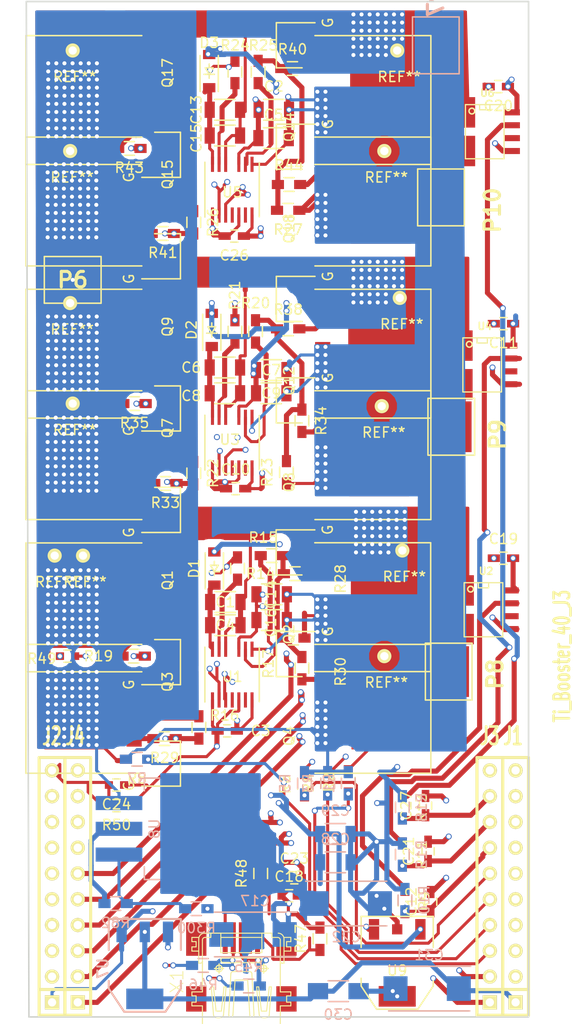
<source format=kicad_pcb>
(kicad_pcb (version 4) (host pcbnew 4.0.0-stable)
  (layers (0 F.Cu signal hide) (1 In1.Cu power hide) (2 In2.Cu power hide) (31 B.Cu signal hide) (34 B.Paste user) (35 F.Paste user hide) (36 B.SilkS user) (37 F.SilkS user) (38 B.Mask user) (39 F.Mask user hide) (44 Edge.Cuts user))
  (net 0 "")
  (net 1 GND)
  (net 2 +5V)
  (net 3 V_SUPPLY)
  (net 4 "/Power MOSFETS/H1_VS")
  (net 5 "/Power MOSFETS/CurrentA")
  (net 6 "/Power MOSFETS/H2_VS")
  (net 7 "/Power MOSFETS/CurrentB")
  (net 8 "/Power MOSFETS/H3_VS")
  (net 9 "/Power MOSFETS/CurrentC")
  (net 10 "/Power MOSFETS/M_H1")
  (net 11 "/Power MOSFETS/M_L1")
  (net 12 "/Power MOSFETS/M_H2")
  (net 13 "/Power MOSFETS/M_L2")
  (net 14 "/Power MOSFETS/M_H3")
  (net 15 "/Power MOSFETS/M_L3")
  (net 16 "/Power MOSFETS/PHASE_1")
  (net 17 "/Power MOSFETS/PHASE_2")
  (net 18 "/Power MOSFETS/PHASE_3")
  (net 19 "Net-(R9-Pad1)")
  (net 20 "Net-(R11-Pad1)")
  (net 21 "Net-(R13-Pad1)")
  (net 22 "Net-(R14-Pad2)")
  (net 23 "Net-(R15-Pad2)")
  (net 24 "Net-(R20-Pad2)")
  (net 25 "Net-(R21-Pad2)")
  (net 26 "Net-(R24-Pad2)")
  (net 27 "Net-(R25-Pad2)")
  (net 28 "Net-(U2-Pad6)")
  (net 29 "Net-(U4-Pad6)")
  (net 30 "Net-(U6-Pad6)")
  (net 31 "Net-(J1-Pad2)")
  (net 32 "Net-(J1-Pad3)")
  (net 33 "Net-(J1-Pad4)")
  (net 34 "Net-(J1-Pad5)")
  (net 35 "Net-(J1-Pad6)")
  (net 36 "Net-(J1-Pad7)")
  (net 37 "Net-(J1-Pad8)")
  (net 38 "Net-(J1-Pad9)")
  (net 39 "Net-(J1-Pad10)")
  (net 40 "Net-(J2-Pad2)")
  (net 41 "Net-(J2-Pad4)")
  (net 42 "Net-(J2-Pad6)")
  (net 43 "Net-(J2-Pad7)")
  (net 44 "Net-(J2-Pad8)")
  (net 45 "Net-(J2-Pad9)")
  (net 46 "Net-(J3-Pad3)")
  (net 47 "Net-(J3-Pad4)")
  (net 48 "Net-(J3-Pad5)")
  (net 49 "Net-(J3-Pad6)")
  (net 50 "Net-(J3-Pad10)")
  (net 51 "Net-(J4-Pad7)")
  (net 52 "Net-(J4-Pad8)")
  (net 53 "Net-(J4-Pad9)")
  (net 54 "Net-(J4-Pad10)")
  (net 55 +3V3)
  (net 56 "Net-(X1-Pad4)")
  (net 57 "Net-(C1-Pad1)")
  (net 58 "Net-(C6-Pad1)")
  (net 59 "Net-(C13-Pad1)")
  (net 60 "Net-(Q12-Pad3)")
  (net 61 "Net-(Q17-Pad3)")
  (net 62 "Net-(Q18-Pad3)")
  (net 63 "Net-(R14-Pad1)")
  (net 64 "Net-(R15-Pad1)")
  (net 65 "Net-(R20-Pad1)")
  (net 66 "Net-(R21-Pad1)")
  (net 67 "Net-(R24-Pad1)")
  (net 68 "Net-(R25-Pad1)")
  (net 69 "Net-(U1-Pad4)")
  (net 70 "Net-(U1-Pad6)")
  (net 71 "Net-(U3-Pad4)")
  (net 72 "Net-(U3-Pad6)")
  (net 73 "Net-(U5-Pad4)")
  (net 74 "Net-(U5-Pad6)")
  (net 75 VDD)
  (net 76 "Net-(R300-Pad1)")
  (net 77 "Net-(C24-Pad2)")
  (net 78 "Net-(R45-Pad1)")
  (net 79 "Net-(R46-Pad2)")
  (net 80 "Net-(R47-Pad1)")
  (net 81 "Net-(R48-Pad2)")
  (net 82 "Net-(D4-Pad1)")
  (net 83 "Net-(D4-Pad2)")
  (net 84 "Net-(D5-Pad1)")
  (net 85 "Net-(D5-Pad2)")
  (net 86 "Net-(D6-Pad1)")
  (net 87 "Net-(D6-Pad2)")
  (net 88 "Net-(D7-Pad1)")
  (net 89 "Net-(D7-Pad2)")
  (net 90 "Net-(D8-Pad1)")
  (net 91 "Net-(D8-Pad2)")
  (net 92 "Net-(D9-Pad1)")
  (net 93 "Net-(D9-Pad2)")
  (net 94 "Net-(D10-Pad1)")
  (net 95 "Net-(D10-Pad2)")
  (net 96 "Net-(D11-Pad2)")
  (net 97 "Net-(D12-Pad1)")
  (net 98 "Net-(D12-Pad2)")
  (net 99 "Net-(D13-Pad1)")
  (net 100 "Net-(D13-Pad2)")
  (net 101 "Net-(D14-Pad2)")
  (net 102 "Net-(D15-Pad2)")
  (module thr (layer F.Cu) (at 238.252 116.586)
    (fp_text reference REF** (at 0.2 2.6) (layer F.SilkS))
    (fp_text value thr)
    (pad 1 thru_hole circle (at 0 0) (size 1.397 1.397) (drill 0.8128) (layers *.Cu *.Mask F.SilkS) (net 4 "/Power MOSFETS/H1_VS"))
  )
  (module thr (layer F.Cu) (at 240.03 106.172)
    (fp_text reference REF** (at 0.2 2.6) (layer F.SilkS))
    (fp_text value thr)
    (pad 1 thru_hole circle (at 0 0) (size 1.397 1.397) (drill 0.8128) (layers *.Cu *.Mask F.SilkS) (net 4 "/Power MOSFETS/H1_VS"))
  )
  (module thr (layer F.Cu) (at 237.998 91.948)
    (fp_text reference REF** (at 0.2 2.6) (layer F.SilkS))
    (fp_text value thr)
    (pad 1 thru_hole circle (at 0 0) (size 1.397 1.397) (drill 0.8128) (layers *.Cu *.Mask F.SilkS) (net 6 "/Power MOSFETS/H2_VS"))
  )
  (module thr (layer F.Cu) (at 239.776 81.28)
    (fp_text reference REF** (at 0.2 2.6) (layer F.SilkS))
    (fp_text value thr)
    (pad 1 thru_hole circle (at 0 0) (size 1.397 1.397) (drill 0.8128) (layers *.Cu *.Mask F.SilkS) (net 6 "/Power MOSFETS/H2_VS"))
  )
  (module thr (layer F.Cu) (at 238.252 66.802)
    (fp_text reference REF** (at 0.2 2.6) (layer F.SilkS))
    (fp_text value thr)
    (pad 1 thru_hole circle (at 0 0) (size 1.397 1.397) (drill 0.8128) (layers *.Cu *.Mask F.SilkS) (net 8 "/Power MOSFETS/H3_VS"))
  )
  (module thr (layer F.Cu) (at 239.522 56.896)
    (fp_text reference REF** (at 0.2 2.6) (layer F.SilkS))
    (fp_text value thr)
    (pad 1 thru_hole circle (at 0 0) (size 1.397 1.397) (drill 0.8128) (layers *.Cu *.Mask F.SilkS) (net 8 "/Power MOSFETS/H3_VS"))
  )
  (module thr (layer F.Cu) (at 207.518 56.896)
    (fp_text reference REF** (at 0.2 2.6) (layer F.SilkS))
    (fp_text value thr)
    (pad 1 thru_hole circle (at 0 0) (size 1.397 1.397) (drill 0.8128) (layers *.Cu *.Mask F.SilkS) (net 3 V_SUPPLY))
  )
  (module thr (layer F.Cu) (at 207.264 66.802)
    (fp_text reference REF** (at 0.2 2.6) (layer F.SilkS))
    (fp_text value thr)
    (pad 1 thru_hole circle (at 0 0) (size 1.397 1.397) (drill 0.8128) (layers *.Cu *.Mask F.SilkS) (net 3 V_SUPPLY))
  )
  (module thr (layer F.Cu) (at 207.264 81.788)
    (fp_text reference REF** (at 0.2 2.6) (layer F.SilkS))
    (fp_text value thr)
    (pad 1 thru_hole circle (at 0 0) (size 1.397 1.397) (drill 0.8128) (layers *.Cu *.Mask F.SilkS) (net 3 V_SUPPLY))
  )
  (module thr (layer F.Cu) (at 207.518 91.694)
    (fp_text reference REF** (at 0.2 2.6) (layer F.SilkS))
    (fp_text value thr)
    (pad 1 thru_hole circle (at 0 0) (size 1.397 1.397) (drill 0.8128) (layers *.Cu *.Mask F.SilkS) (net 3 V_SUPPLY))
  )
  (module thr (layer F.Cu) (at 208.534 106.68)
    (fp_text reference REF** (at 0.2 2.6) (layer F.SilkS))
    (fp_text value thr)
    (pad 1 thru_hole circle (at 0 0) (size 1.397 1.397) (drill 0.8128) (layers *.Cu *.Mask F.SilkS) (net 3 V_SUPPLY))
  )
  (module thr (layer F.Cu) (at 205.74 106.68)
    (fp_text reference REF** (at 0.2 2.6) (layer F.SilkS))
    (fp_text value thr)
    (pad 1 thru_hole circle (at 0 0) (size 1.397 1.397) (drill 0.8128) (layers *.Cu *.Mask F.SilkS) (net 3 V_SUPPLY))
  )
  (module TO_SOT_Packages_SMD:SOT-223 (layer F.Cu) (at 239.522 146.812 180)
    (fp_text reference U9 (at 0 -0.762 180) (layer F.SilkS))
    (fp_text value LM340MPX-5)
    (pad 4 smd rect (at 0 -3.302 180) (size 3.6576 2.032) (layers F.Cu F.Paste F.Mask) (net 1 GND))
    (pad 2 smd rect (at 0 3.302 180) (size 1.016 1) (layers F.Cu F.Paste F.Mask) (net 1 GND))
    (pad 3 smd rect (at 2.286 3.302 180) (size 1.016 2.032) (layers F.Cu F.Paste F.Mask) (net 2 +5V))
    (pad 1 smd rect (at -2.286 3.302 180) (size 1.016 2.032) (layers F.Cu F.Paste F.Mask) (net 75 VDD))
  )
  (module "via 0.60.4" (layer F.Cu) (at 232.448 125.158)
    (fp_text reference REF**26 hide)
    (fp_text value "via 0.60.4" hide)
    (pad 1 thru_hole circle (at 0 0) (size 0.6 0.6) (drill 0.4) (layers *.Cu) (net 1 GND))
  )
  (module "via 0.60.4" (layer F.Cu) (at 231.648 125.158)
    (fp_text reference REF**16 hide)
    (fp_text value "via 0.60.4" hide)
    (pad 1 thru_hole circle (at 0 0) (size 0.6 0.6) (drill 0.4) (layers *.Cu) (net 1 GND))
  )
  (module "via 0.60.4" (layer F.Cu) (at 232.448 124.358)
    (fp_text reference REF**25 hide)
    (fp_text value "via 0.60.4" hide)
    (pad 1 thru_hole circle (at 0 0) (size 0.6 0.6) (drill 0.4) (layers *.Cu) (net 1 GND))
  )
  (module "via 0.60.4" (layer F.Cu) (at 231.648 124.358)
    (fp_text reference REF**15 hide)
    (fp_text value "via 0.60.4" hide)
    (pad 1 thru_hole circle (at 0 0) (size 0.6 0.6) (drill 0.4) (layers *.Cu) (net 1 GND))
  )
  (module "via 0.60.4" (layer F.Cu) (at 232.448 123.558)
    (fp_text reference REF**24 hide)
    (fp_text value "via 0.60.4" hide)
    (pad 1 thru_hole circle (at 0 0) (size 0.6 0.6) (drill 0.4) (layers *.Cu) (net 1 GND))
  )
  (module "via 0.60.4" (layer F.Cu) (at 231.648 123.558)
    (fp_text reference REF**14 hide)
    (fp_text value "via 0.60.4" hide)
    (pad 1 thru_hole circle (at 0 0) (size 0.6 0.6) (drill 0.4) (layers *.Cu) (net 1 GND))
  )
  (module "via 0.60.4" (layer F.Cu) (at 232.448 122.758)
    (fp_text reference REF**23 hide)
    (fp_text value "via 0.60.4" hide)
    (pad 1 thru_hole circle (at 0 0) (size 0.6 0.6) (drill 0.4) (layers *.Cu) (net 1 GND))
  )
  (module "via 0.60.4" (layer F.Cu) (at 231.648 122.758)
    (fp_text reference REF**13 hide)
    (fp_text value "via 0.60.4" hide)
    (pad 1 thru_hole circle (at 0 0) (size 0.6 0.6) (drill 0.4) (layers *.Cu) (net 1 GND))
  )
  (module "via 0.60.4" (layer F.Cu) (at 232.448 121.958)
    (fp_text reference REF**22 hide)
    (fp_text value "via 0.60.4" hide)
    (pad 1 thru_hole circle (at 0 0) (size 0.6 0.6) (drill 0.4) (layers *.Cu) (net 1 GND))
  )
  (module "via 0.60.4" (layer F.Cu) (at 231.648 121.958)
    (fp_text reference REF**12 hide)
    (fp_text value "via 0.60.4" hide)
    (pad 1 thru_hole circle (at 0 0) (size 0.6 0.6) (drill 0.4) (layers *.Cu) (net 1 GND))
  )
  (module "via 0.60.4" (layer F.Cu) (at 232.448 121.158)
    (fp_text reference REF**21 hide)
    (fp_text value "via 0.60.4" hide)
    (pad 1 thru_hole circle (at 0 0) (size 0.6 0.6) (drill 0.4) (layers *.Cu) (net 1 GND))
  )
  (module "via 0.60.4" (layer F.Cu) (at 232.448 114.998)
    (fp_text reference REF**26 hide)
    (fp_text value "via 0.60.4" hide)
    (pad 1 thru_hole circle (at 0 0) (size 0.6 0.6) (drill 0.4) (layers *.Cu) (net 1 GND))
  )
  (module "via 0.60.4" (layer F.Cu) (at 231.648 114.998)
    (fp_text reference REF**16 hide)
    (fp_text value "via 0.60.4" hide)
    (pad 1 thru_hole circle (at 0 0) (size 0.6 0.6) (drill 0.4) (layers *.Cu) (net 1 GND))
  )
  (module "via 0.60.4" (layer F.Cu) (at 232.448 114.198)
    (fp_text reference REF**25 hide)
    (fp_text value "via 0.60.4" hide)
    (pad 1 thru_hole circle (at 0 0) (size 0.6 0.6) (drill 0.4) (layers *.Cu) (net 1 GND))
  )
  (module "via 0.60.4" (layer F.Cu) (at 231.648 114.198)
    (fp_text reference REF**15 hide)
    (fp_text value "via 0.60.4" hide)
    (pad 1 thru_hole circle (at 0 0) (size 0.6 0.6) (drill 0.4) (layers *.Cu) (net 1 GND))
  )
  (module "via 0.60.4" (layer F.Cu) (at 232.448 113.398)
    (fp_text reference REF**24 hide)
    (fp_text value "via 0.60.4" hide)
    (pad 1 thru_hole circle (at 0 0) (size 0.6 0.6) (drill 0.4) (layers *.Cu) (net 1 GND))
  )
  (module "via 0.60.4" (layer F.Cu) (at 231.648 113.398)
    (fp_text reference REF**14 hide)
    (fp_text value "via 0.60.4" hide)
    (pad 1 thru_hole circle (at 0 0) (size 0.6 0.6) (drill 0.4) (layers *.Cu) (net 1 GND))
  )
  (module "via 0.60.4" (layer F.Cu) (at 232.448 112.598)
    (fp_text reference REF**23 hide)
    (fp_text value "via 0.60.4" hide)
    (pad 1 thru_hole circle (at 0 0) (size 0.6 0.6) (drill 0.4) (layers *.Cu) (net 1 GND))
  )
  (module "via 0.60.4" (layer F.Cu) (at 231.648 112.598)
    (fp_text reference REF**13 hide)
    (fp_text value "via 0.60.4" hide)
    (pad 1 thru_hole circle (at 0 0) (size 0.6 0.6) (drill 0.4) (layers *.Cu) (net 1 GND))
  )
  (module "via 0.60.4" (layer F.Cu) (at 232.448 111.798)
    (fp_text reference REF**22 hide)
    (fp_text value "via 0.60.4" hide)
    (pad 1 thru_hole circle (at 0 0) (size 0.6 0.6) (drill 0.4) (layers *.Cu) (net 1 GND))
  )
  (module "via 0.60.4" (layer F.Cu) (at 231.648 111.798)
    (fp_text reference REF**12 hide)
    (fp_text value "via 0.60.4" hide)
    (pad 1 thru_hole circle (at 0 0) (size 0.6 0.6) (drill 0.4) (layers *.Cu) (net 1 GND))
  )
  (module "via 0.60.4" (layer F.Cu) (at 232.448 110.998)
    (fp_text reference REF**21 hide)
    (fp_text value "via 0.60.4" hide)
    (pad 1 thru_hole circle (at 0 0) (size 0.6 0.6) (drill 0.4) (layers *.Cu) (net 1 GND))
  )
  (module "via 0.60.4" (layer F.Cu) (at 231.648 121.158)
    (fp_text reference REF**11 hide)
    (fp_text value "via 0.60.4" hide)
    (pad 1 thru_hole circle (at 0 0) (size 0.6 0.6) (drill 0.4) (layers *.Cu) (net 1 GND))
  )
  (module "via 0.60.4" (layer F.Cu) (at 231.648 110.998)
    (fp_text reference REF**11 hide)
    (fp_text value "via 0.60.4" hide)
    (pad 1 thru_hole circle (at 0 0) (size 0.6 0.6) (drill 0.4) (layers *.Cu) (net 1 GND))
  )
  (module "via 0.60.4" (layer F.Cu) (at 232.448 100.012)
    (fp_text reference REF**26 hide)
    (fp_text value "via 0.60.4" hide)
    (pad 1 thru_hole circle (at 0 0) (size 0.6 0.6) (drill 0.4) (layers *.Cu) (net 1 GND))
  )
  (module "via 0.60.4" (layer F.Cu) (at 231.648 100.012)
    (fp_text reference REF**16 hide)
    (fp_text value "via 0.60.4" hide)
    (pad 1 thru_hole circle (at 0 0) (size 0.6 0.6) (drill 0.4) (layers *.Cu) (net 1 GND))
  )
  (module "via 0.60.4" (layer F.Cu) (at 232.448 99.212)
    (fp_text reference REF**25 hide)
    (fp_text value "via 0.60.4" hide)
    (pad 1 thru_hole circle (at 0 0) (size 0.6 0.6) (drill 0.4) (layers *.Cu) (net 1 GND))
  )
  (module "via 0.60.4" (layer F.Cu) (at 231.648 99.212)
    (fp_text reference REF**15 hide)
    (fp_text value "via 0.60.4" hide)
    (pad 1 thru_hole circle (at 0 0) (size 0.6 0.6) (drill 0.4) (layers *.Cu) (net 1 GND))
  )
  (module "via 0.60.4" (layer F.Cu) (at 232.448 98.412)
    (fp_text reference REF**24 hide)
    (fp_text value "via 0.60.4" hide)
    (pad 1 thru_hole circle (at 0 0) (size 0.6 0.6) (drill 0.4) (layers *.Cu) (net 1 GND))
  )
  (module "via 0.60.4" (layer F.Cu) (at 231.648 98.412)
    (fp_text reference REF**14 hide)
    (fp_text value "via 0.60.4" hide)
    (pad 1 thru_hole circle (at 0 0) (size 0.6 0.6) (drill 0.4) (layers *.Cu) (net 1 GND))
  )
  (module "via 0.60.4" (layer F.Cu) (at 232.448 97.612)
    (fp_text reference REF**23 hide)
    (fp_text value "via 0.60.4" hide)
    (pad 1 thru_hole circle (at 0 0) (size 0.6 0.6) (drill 0.4) (layers *.Cu) (net 1 GND))
  )
  (module "via 0.60.4" (layer F.Cu) (at 231.648 97.612)
    (fp_text reference REF**13 hide)
    (fp_text value "via 0.60.4" hide)
    (pad 1 thru_hole circle (at 0 0) (size 0.6 0.6) (drill 0.4) (layers *.Cu) (net 1 GND))
  )
  (module "via 0.60.4" (layer F.Cu) (at 232.448 96.812)
    (fp_text reference REF**22 hide)
    (fp_text value "via 0.60.4" hide)
    (pad 1 thru_hole circle (at 0 0) (size 0.6 0.6) (drill 0.4) (layers *.Cu) (net 1 GND))
  )
  (module "via 0.60.4" (layer F.Cu) (at 231.648 96.812)
    (fp_text reference REF**12 hide)
    (fp_text value "via 0.60.4" hide)
    (pad 1 thru_hole circle (at 0 0) (size 0.6 0.6) (drill 0.4) (layers *.Cu) (net 1 GND))
  )
  (module "via 0.60.4" (layer F.Cu) (at 232.448 96.012)
    (fp_text reference REF**21 hide)
    (fp_text value "via 0.60.4" hide)
    (pad 1 thru_hole circle (at 0 0) (size 0.6 0.6) (drill 0.4) (layers *.Cu) (net 1 GND))
  )
  (module "via 0.60.4" (layer F.Cu) (at 231.648 96.012)
    (fp_text reference REF**11 hide)
    (fp_text value "via 0.60.4" hide)
    (pad 1 thru_hole circle (at 0 0) (size 0.6 0.6) (drill 0.4) (layers *.Cu) (net 1 GND))
  )
  (module "via 0.60.4" (layer F.Cu) (at 232.448 90.106)
    (fp_text reference REF**26 hide)
    (fp_text value "via 0.60.4" hide)
    (pad 1 thru_hole circle (at 0 0) (size 0.6 0.6) (drill 0.4) (layers *.Cu) (net 1 GND))
  )
  (module "via 0.60.4" (layer F.Cu) (at 231.648 90.106)
    (fp_text reference REF**16 hide)
    (fp_text value "via 0.60.4" hide)
    (pad 1 thru_hole circle (at 0 0) (size 0.6 0.6) (drill 0.4) (layers *.Cu) (net 1 GND))
  )
  (module "via 0.60.4" (layer F.Cu) (at 232.448 89.306)
    (fp_text reference REF**25 hide)
    (fp_text value "via 0.60.4" hide)
    (pad 1 thru_hole circle (at 0 0) (size 0.6 0.6) (drill 0.4) (layers *.Cu) (net 1 GND))
  )
  (module "via 0.60.4" (layer F.Cu) (at 231.648 89.306)
    (fp_text reference REF**15 hide)
    (fp_text value "via 0.60.4" hide)
    (pad 1 thru_hole circle (at 0 0) (size 0.6 0.6) (drill 0.4) (layers *.Cu) (net 1 GND))
  )
  (module "via 0.60.4" (layer F.Cu) (at 232.448 88.506)
    (fp_text reference REF**24 hide)
    (fp_text value "via 0.60.4" hide)
    (pad 1 thru_hole circle (at 0 0) (size 0.6 0.6) (drill 0.4) (layers *.Cu) (net 1 GND))
  )
  (module "via 0.60.4" (layer F.Cu) (at 231.648 88.506)
    (fp_text reference REF**14 hide)
    (fp_text value "via 0.60.4" hide)
    (pad 1 thru_hole circle (at 0 0) (size 0.6 0.6) (drill 0.4) (layers *.Cu) (net 1 GND))
  )
  (module "via 0.60.4" (layer F.Cu) (at 232.448 87.706)
    (fp_text reference REF**23 hide)
    (fp_text value "via 0.60.4" hide)
    (pad 1 thru_hole circle (at 0 0) (size 0.6 0.6) (drill 0.4) (layers *.Cu) (net 1 GND))
  )
  (module "via 0.60.4" (layer F.Cu) (at 231.648 87.706)
    (fp_text reference REF**13 hide)
    (fp_text value "via 0.60.4" hide)
    (pad 1 thru_hole circle (at 0 0) (size 0.6 0.6) (drill 0.4) (layers *.Cu) (net 1 GND))
  )
  (module "via 0.60.4" (layer F.Cu) (at 232.448 86.906)
    (fp_text reference REF**22 hide)
    (fp_text value "via 0.60.4" hide)
    (pad 1 thru_hole circle (at 0 0) (size 0.6 0.6) (drill 0.4) (layers *.Cu) (net 1 GND))
  )
  (module "via 0.60.4" (layer F.Cu) (at 231.648 86.906)
    (fp_text reference REF**12 hide)
    (fp_text value "via 0.60.4" hide)
    (pad 1 thru_hole circle (at 0 0) (size 0.6 0.6) (drill 0.4) (layers *.Cu) (net 1 GND))
  )
  (module "via 0.60.4" (layer F.Cu) (at 232.448 86.106)
    (fp_text reference REF**21 hide)
    (fp_text value "via 0.60.4" hide)
    (pad 1 thru_hole circle (at 0 0) (size 0.6 0.6) (drill 0.4) (layers *.Cu) (net 1 GND))
  )
  (module "via 0.60.4" (layer F.Cu) (at 231.648 86.106)
    (fp_text reference REF**11 hide)
    (fp_text value "via 0.60.4" hide)
    (pad 1 thru_hole circle (at 0 0) (size 0.6 0.6) (drill 0.4) (layers *.Cu) (net 1 GND))
  )
  (module "via 0.60.4" (layer F.Cu) (at 232.448 75.12)
    (fp_text reference REF**26 hide)
    (fp_text value "via 0.60.4" hide)
    (pad 1 thru_hole circle (at 0 0) (size 0.6 0.6) (drill 0.4) (layers *.Cu) (net 1 GND))
  )
  (module "via 0.60.4" (layer F.Cu) (at 231.648 75.12)
    (fp_text reference REF**16 hide)
    (fp_text value "via 0.60.4" hide)
    (pad 1 thru_hole circle (at 0 0) (size 0.6 0.6) (drill 0.4) (layers *.Cu) (net 1 GND))
  )
  (module "via 0.60.4" (layer F.Cu) (at 232.448 74.32)
    (fp_text reference REF**25 hide)
    (fp_text value "via 0.60.4" hide)
    (pad 1 thru_hole circle (at 0 0) (size 0.6 0.6) (drill 0.4) (layers *.Cu) (net 1 GND))
  )
  (module "via 0.60.4" (layer F.Cu) (at 231.648 74.32)
    (fp_text reference REF**15 hide)
    (fp_text value "via 0.60.4" hide)
    (pad 1 thru_hole circle (at 0 0) (size 0.6 0.6) (drill 0.4) (layers *.Cu) (net 1 GND))
  )
  (module "via 0.60.4" (layer F.Cu) (at 232.448 73.52)
    (fp_text reference REF**24 hide)
    (fp_text value "via 0.60.4" hide)
    (pad 1 thru_hole circle (at 0 0) (size 0.6 0.6) (drill 0.4) (layers *.Cu) (net 1 GND))
  )
  (module "via 0.60.4" (layer F.Cu) (at 231.648 73.52)
    (fp_text reference REF**14 hide)
    (fp_text value "via 0.60.4" hide)
    (pad 1 thru_hole circle (at 0 0) (size 0.6 0.6) (drill 0.4) (layers *.Cu) (net 1 GND))
  )
  (module "via 0.60.4" (layer F.Cu) (at 232.448 72.72)
    (fp_text reference REF**23 hide)
    (fp_text value "via 0.60.4" hide)
    (pad 1 thru_hole circle (at 0 0) (size 0.6 0.6) (drill 0.4) (layers *.Cu) (net 1 GND))
  )
  (module "via 0.60.4" (layer F.Cu) (at 231.648 72.72)
    (fp_text reference REF**13 hide)
    (fp_text value "via 0.60.4" hide)
    (pad 1 thru_hole circle (at 0 0) (size 0.6 0.6) (drill 0.4) (layers *.Cu) (net 1 GND))
  )
  (module "via 0.60.4" (layer F.Cu) (at 232.448 71.92)
    (fp_text reference REF**22 hide)
    (fp_text value "via 0.60.4" hide)
    (pad 1 thru_hole circle (at 0 0) (size 0.6 0.6) (drill 0.4) (layers *.Cu) (net 1 GND))
  )
  (module "via 0.60.4" (layer F.Cu) (at 231.648 71.92)
    (fp_text reference REF**12 hide)
    (fp_text value "via 0.60.4" hide)
    (pad 1 thru_hole circle (at 0 0) (size 0.6 0.6) (drill 0.4) (layers *.Cu) (net 1 GND))
  )
  (module "via 0.60.4" (layer F.Cu) (at 232.448 71.12)
    (fp_text reference REF**21 hide)
    (fp_text value "via 0.60.4" hide)
    (pad 1 thru_hole circle (at 0 0) (size 0.6 0.6) (drill 0.4) (layers *.Cu) (net 1 GND))
  )
  (module "via 0.60.4" (layer F.Cu) (at 231.648 71.12)
    (fp_text reference REF**11 hide)
    (fp_text value "via 0.60.4" hide)
    (pad 1 thru_hole circle (at 0 0) (size 0.6 0.6) (drill 0.4) (layers *.Cu) (net 1 GND))
  )
  (module "via 0.60.4" (layer F.Cu) (at 232.448 64.96)
    (fp_text reference REF**26 hide)
    (fp_text value "via 0.60.4" hide)
    (pad 1 thru_hole circle (at 0 0) (size 0.6 0.6) (drill 0.4) (layers *.Cu) (net 1 GND))
  )
  (module "via 0.60.4" (layer F.Cu) (at 231.648 64.96)
    (fp_text reference REF**16 hide)
    (fp_text value "via 0.60.4" hide)
    (pad 1 thru_hole circle (at 0 0) (size 0.6 0.6) (drill 0.4) (layers *.Cu) (net 1 GND))
  )
  (module "via 0.60.4" (layer F.Cu) (at 232.448 64.16)
    (fp_text reference REF**25 hide)
    (fp_text value "via 0.60.4" hide)
    (pad 1 thru_hole circle (at 0 0) (size 0.6 0.6) (drill 0.4) (layers *.Cu) (net 1 GND))
  )
  (module "via 0.60.4" (layer F.Cu) (at 231.648 64.16)
    (fp_text reference REF**15 hide)
    (fp_text value "via 0.60.4" hide)
    (pad 1 thru_hole circle (at 0 0) (size 0.6 0.6) (drill 0.4) (layers *.Cu) (net 1 GND))
  )
  (module "via 0.60.4" (layer F.Cu) (at 232.448 63.36)
    (fp_text reference REF**24 hide)
    (fp_text value "via 0.60.4" hide)
    (pad 1 thru_hole circle (at 0 0) (size 0.6 0.6) (drill 0.4) (layers *.Cu) (net 1 GND))
  )
  (module "via 0.60.4" (layer F.Cu) (at 231.648 63.36)
    (fp_text reference REF**14 hide)
    (fp_text value "via 0.60.4" hide)
    (pad 1 thru_hole circle (at 0 0) (size 0.6 0.6) (drill 0.4) (layers *.Cu) (net 1 GND))
  )
  (module "via 0.60.4" (layer F.Cu) (at 232.448 62.56)
    (fp_text reference REF**23 hide)
    (fp_text value "via 0.60.4" hide)
    (pad 1 thru_hole circle (at 0 0) (size 0.6 0.6) (drill 0.4) (layers *.Cu) (net 1 GND))
  )
  (module "via 0.60.4" (layer F.Cu) (at 231.648 62.56)
    (fp_text reference REF**13 hide)
    (fp_text value "via 0.60.4" hide)
    (pad 1 thru_hole circle (at 0 0) (size 0.6 0.6) (drill 0.4) (layers *.Cu) (net 1 GND))
  )
  (module "via 0.60.4" (layer F.Cu) (at 232.448 61.76)
    (fp_text reference REF**22 hide)
    (fp_text value "via 0.60.4" hide)
    (pad 1 thru_hole circle (at 0 0) (size 0.6 0.6) (drill 0.4) (layers *.Cu) (net 1 GND))
  )
  (module "via 0.60.4" (layer F.Cu) (at 231.648 61.76)
    (fp_text reference REF**12 hide)
    (fp_text value "via 0.60.4" hide)
    (pad 1 thru_hole circle (at 0 0) (size 0.6 0.6) (drill 0.4) (layers *.Cu) (net 1 GND))
  )
  (module "via 0.60.4" (layer F.Cu) (at 232.448 60.96)
    (fp_text reference REF**21 hide)
    (fp_text value "via 0.60.4" hide)
    (pad 1 thru_hole circle (at 0 0) (size 0.6 0.6) (drill 0.4) (layers *.Cu) (net 1 GND))
  )
  (module "via 0.60.4" (layer F.Cu) (at 231.648 60.96)
    (fp_text reference REF**11 hide)
    (fp_text value "via 0.60.4" hide)
    (pad 1 thru_hole circle (at 0 0) (size 0.6 0.6) (drill 0.4) (layers *.Cu) (net 1 GND))
  )
  (module "via 0.60.4" (layer F.Cu) (at 238.658 106.362)
    (fp_text reference REF**156 hide)
    (fp_text value "via 0.60.4" hide)
    (pad 1 thru_hole circle (at 0 0) (size 0.6 0.6) (drill 0.4) (layers *.Cu) (net 4 "/Power MOSFETS/H1_VS"))
  )
  (module "via 0.60.4" (layer F.Cu) (at 237.858 106.362)
    (fp_text reference REF**146 hide)
    (fp_text value "via 0.60.4" hide)
    (pad 1 thru_hole circle (at 0 0) (size 0.6 0.6) (drill 0.4) (layers *.Cu) (net 4 "/Power MOSFETS/H1_VS"))
  )
  (module "via 0.60.4" (layer F.Cu) (at 237.058 106.362)
    (fp_text reference REF**136 hide)
    (fp_text value "via 0.60.4" hide)
    (pad 1 thru_hole circle (at 0 0) (size 0.6 0.6) (drill 0.4) (layers *.Cu) (net 4 "/Power MOSFETS/H1_VS"))
  )
  (module "via 0.60.4" (layer F.Cu) (at 236.258 106.362)
    (fp_text reference REF**126 hide)
    (fp_text value "via 0.60.4" hide)
    (pad 1 thru_hole circle (at 0 0) (size 0.6 0.6) (drill 0.4) (layers *.Cu) (net 4 "/Power MOSFETS/H1_VS"))
  )
  (module "via 0.60.4" (layer F.Cu) (at 235.458 106.362)
    (fp_text reference REF**116 hide)
    (fp_text value "via 0.60.4" hide)
    (pad 1 thru_hole circle (at 0 0) (size 0.6 0.6) (drill 0.4) (layers *.Cu) (net 4 "/Power MOSFETS/H1_VS"))
  )
  (module "via 0.60.4" (layer F.Cu) (at 238.658 105.562)
    (fp_text reference REF**155 hide)
    (fp_text value "via 0.60.4" hide)
    (pad 1 thru_hole circle (at 0 0) (size 0.6 0.6) (drill 0.4) (layers *.Cu) (net 4 "/Power MOSFETS/H1_VS"))
  )
  (module "via 0.60.4" (layer F.Cu) (at 237.858 105.562)
    (fp_text reference REF**145 hide)
    (fp_text value "via 0.60.4" hide)
    (pad 1 thru_hole circle (at 0 0) (size 0.6 0.6) (drill 0.4) (layers *.Cu) (net 4 "/Power MOSFETS/H1_VS"))
  )
  (module "via 0.60.4" (layer F.Cu) (at 237.058 105.562)
    (fp_text reference REF**135 hide)
    (fp_text value "via 0.60.4" hide)
    (pad 1 thru_hole circle (at 0 0) (size 0.6 0.6) (drill 0.4) (layers *.Cu) (net 4 "/Power MOSFETS/H1_VS"))
  )
  (module "via 0.60.4" (layer F.Cu) (at 236.258 105.562)
    (fp_text reference REF**125 hide)
    (fp_text value "via 0.60.4" hide)
    (pad 1 thru_hole circle (at 0 0) (size 0.6 0.6) (drill 0.4) (layers *.Cu) (net 4 "/Power MOSFETS/H1_VS"))
  )
  (module "via 0.60.4" (layer F.Cu) (at 235.458 105.562)
    (fp_text reference REF**115 hide)
    (fp_text value "via 0.60.4" hide)
    (pad 1 thru_hole circle (at 0 0) (size 0.6 0.6) (drill 0.4) (layers *.Cu) (net 4 "/Power MOSFETS/H1_VS"))
  )
  (module "via 0.60.4" (layer F.Cu) (at 240.258 104.762)
    (fp_text reference REF**174 hide)
    (fp_text value "via 0.60.4" hide)
    (pad 1 thru_hole circle (at 0 0) (size 0.6 0.6) (drill 0.4) (layers *.Cu) (net 4 "/Power MOSFETS/H1_VS"))
  )
  (module "via 0.60.4" (layer F.Cu) (at 239.458 104.762)
    (fp_text reference REF**164 hide)
    (fp_text value "via 0.60.4" hide)
    (pad 1 thru_hole circle (at 0 0) (size 0.6 0.6) (drill 0.4) (layers *.Cu) (net 4 "/Power MOSFETS/H1_VS"))
  )
  (module "via 0.60.4" (layer F.Cu) (at 238.658 104.762)
    (fp_text reference REF**154 hide)
    (fp_text value "via 0.60.4" hide)
    (pad 1 thru_hole circle (at 0 0) (size 0.6 0.6) (drill 0.4) (layers *.Cu) (net 4 "/Power MOSFETS/H1_VS"))
  )
  (module "via 0.60.4" (layer F.Cu) (at 237.858 104.762)
    (fp_text reference REF**144 hide)
    (fp_text value "via 0.60.4" hide)
    (pad 1 thru_hole circle (at 0 0) (size 0.6 0.6) (drill 0.4) (layers *.Cu) (net 4 "/Power MOSFETS/H1_VS"))
  )
  (module "via 0.60.4" (layer F.Cu) (at 237.058 104.762)
    (fp_text reference REF**134 hide)
    (fp_text value "via 0.60.4" hide)
    (pad 1 thru_hole circle (at 0 0) (size 0.6 0.6) (drill 0.4) (layers *.Cu) (net 4 "/Power MOSFETS/H1_VS"))
  )
  (module "via 0.60.4" (layer F.Cu) (at 236.258 104.762)
    (fp_text reference REF**124 hide)
    (fp_text value "via 0.60.4" hide)
    (pad 1 thru_hole circle (at 0 0) (size 0.6 0.6) (drill 0.4) (layers *.Cu) (net 4 "/Power MOSFETS/H1_VS"))
  )
  (module "via 0.60.4" (layer F.Cu) (at 235.458 104.762)
    (fp_text reference REF**114 hide)
    (fp_text value "via 0.60.4" hide)
    (pad 1 thru_hole circle (at 0 0) (size 0.6 0.6) (drill 0.4) (layers *.Cu) (net 4 "/Power MOSFETS/H1_VS"))
  )
  (module "via 0.60.4" (layer F.Cu) (at 240.258 103.962)
    (fp_text reference REF**173 hide)
    (fp_text value "via 0.60.4" hide)
    (pad 1 thru_hole circle (at 0 0) (size 0.6 0.6) (drill 0.4) (layers *.Cu) (net 4 "/Power MOSFETS/H1_VS"))
  )
  (module "via 0.60.4" (layer F.Cu) (at 239.458 103.962)
    (fp_text reference REF**163 hide)
    (fp_text value "via 0.60.4" hide)
    (pad 1 thru_hole circle (at 0 0) (size 0.6 0.6) (drill 0.4) (layers *.Cu) (net 4 "/Power MOSFETS/H1_VS"))
  )
  (module "via 0.60.4" (layer F.Cu) (at 238.658 103.962)
    (fp_text reference REF**153 hide)
    (fp_text value "via 0.60.4" hide)
    (pad 1 thru_hole circle (at 0 0) (size 0.6 0.6) (drill 0.4) (layers *.Cu) (net 4 "/Power MOSFETS/H1_VS"))
  )
  (module "via 0.60.4" (layer F.Cu) (at 237.858 103.962)
    (fp_text reference REF**143 hide)
    (fp_text value "via 0.60.4" hide)
    (pad 1 thru_hole circle (at 0 0) (size 0.6 0.6) (drill 0.4) (layers *.Cu) (net 4 "/Power MOSFETS/H1_VS"))
  )
  (module "via 0.60.4" (layer F.Cu) (at 237.058 103.962)
    (fp_text reference REF**133 hide)
    (fp_text value "via 0.60.4" hide)
    (pad 1 thru_hole circle (at 0 0) (size 0.6 0.6) (drill 0.4) (layers *.Cu) (net 4 "/Power MOSFETS/H1_VS"))
  )
  (module "via 0.60.4" (layer F.Cu) (at 236.258 103.962)
    (fp_text reference REF**123 hide)
    (fp_text value "via 0.60.4" hide)
    (pad 1 thru_hole circle (at 0 0) (size 0.6 0.6) (drill 0.4) (layers *.Cu) (net 4 "/Power MOSFETS/H1_VS"))
  )
  (module "via 0.60.4" (layer F.Cu) (at 235.458 103.962)
    (fp_text reference REF**113 hide)
    (fp_text value "via 0.60.4" hide)
    (pad 1 thru_hole circle (at 0 0) (size 0.6 0.6) (drill 0.4) (layers *.Cu) (net 4 "/Power MOSFETS/H1_VS"))
  )
  (module "via 0.60.4" (layer F.Cu) (at 240.258 103.162)
    (fp_text reference REF**172 hide)
    (fp_text value "via 0.60.4" hide)
    (pad 1 thru_hole circle (at 0 0) (size 0.6 0.6) (drill 0.4) (layers *.Cu) (net 4 "/Power MOSFETS/H1_VS"))
  )
  (module "via 0.60.4" (layer F.Cu) (at 239.458 103.162)
    (fp_text reference REF**162 hide)
    (fp_text value "via 0.60.4" hide)
    (pad 1 thru_hole circle (at 0 0) (size 0.6 0.6) (drill 0.4) (layers *.Cu) (net 4 "/Power MOSFETS/H1_VS"))
  )
  (module "via 0.60.4" (layer F.Cu) (at 238.658 103.162)
    (fp_text reference REF**152 hide)
    (fp_text value "via 0.60.4" hide)
    (pad 1 thru_hole circle (at 0 0) (size 0.6 0.6) (drill 0.4) (layers *.Cu) (net 4 "/Power MOSFETS/H1_VS"))
  )
  (module "via 0.60.4" (layer F.Cu) (at 237.858 103.162)
    (fp_text reference REF**142 hide)
    (fp_text value "via 0.60.4" hide)
    (pad 1 thru_hole circle (at 0 0) (size 0.6 0.6) (drill 0.4) (layers *.Cu) (net 4 "/Power MOSFETS/H1_VS"))
  )
  (module "via 0.60.4" (layer F.Cu) (at 237.058 103.162)
    (fp_text reference REF**132 hide)
    (fp_text value "via 0.60.4" hide)
    (pad 1 thru_hole circle (at 0 0) (size 0.6 0.6) (drill 0.4) (layers *.Cu) (net 4 "/Power MOSFETS/H1_VS"))
  )
  (module "via 0.60.4" (layer F.Cu) (at 236.258 103.162)
    (fp_text reference REF**122 hide)
    (fp_text value "via 0.60.4" hide)
    (pad 1 thru_hole circle (at 0 0) (size 0.6 0.6) (drill 0.4) (layers *.Cu) (net 4 "/Power MOSFETS/H1_VS"))
  )
  (module "via 0.60.4" (layer F.Cu) (at 235.458 103.162)
    (fp_text reference REF**112 hide)
    (fp_text value "via 0.60.4" hide)
    (pad 1 thru_hole circle (at 0 0) (size 0.6 0.6) (drill 0.4) (layers *.Cu) (net 4 "/Power MOSFETS/H1_VS"))
  )
  (module "via 0.60.4" (layer F.Cu) (at 240.258 102.362)
    (fp_text reference REF**171 hide)
    (fp_text value "via 0.60.4" hide)
    (pad 1 thru_hole circle (at 0 0) (size 0.6 0.6) (drill 0.4) (layers *.Cu) (net 4 "/Power MOSFETS/H1_VS"))
  )
  (module "via 0.60.4" (layer F.Cu) (at 239.458 102.362)
    (fp_text reference REF**161 hide)
    (fp_text value "via 0.60.4" hide)
    (pad 1 thru_hole circle (at 0 0) (size 0.6 0.6) (drill 0.4) (layers *.Cu) (net 4 "/Power MOSFETS/H1_VS"))
  )
  (module "via 0.60.4" (layer F.Cu) (at 238.658 102.362)
    (fp_text reference REF**151 hide)
    (fp_text value "via 0.60.4" hide)
    (pad 1 thru_hole circle (at 0 0) (size 0.6 0.6) (drill 0.4) (layers *.Cu) (net 4 "/Power MOSFETS/H1_VS"))
  )
  (module "via 0.60.4" (layer F.Cu) (at 237.858 102.362)
    (fp_text reference REF**141 hide)
    (fp_text value "via 0.60.4" hide)
    (pad 1 thru_hole circle (at 0 0) (size 0.6 0.6) (drill 0.4) (layers *.Cu) (net 4 "/Power MOSFETS/H1_VS"))
  )
  (module "via 0.60.4" (layer F.Cu) (at 237.058 102.362)
    (fp_text reference REF**131 hide)
    (fp_text value "via 0.60.4" hide)
    (pad 1 thru_hole circle (at 0 0) (size 0.6 0.6) (drill 0.4) (layers *.Cu) (net 4 "/Power MOSFETS/H1_VS"))
  )
  (module "via 0.60.4" (layer F.Cu) (at 236.258 102.362)
    (fp_text reference REF**121 hide)
    (fp_text value "via 0.60.4" hide)
    (pad 1 thru_hole circle (at 0 0) (size 0.6 0.6) (drill 0.4) (layers *.Cu) (net 4 "/Power MOSFETS/H1_VS"))
  )
  (module "via 0.60.4" (layer F.Cu) (at 235.458 102.362)
    (fp_text reference REF**111 hide)
    (fp_text value "via 0.60.4" hide)
    (pad 1 thru_hole circle (at 0 0) (size 0.6 0.6) (drill 0.4) (layers *.Cu) (net 4 "/Power MOSFETS/H1_VS"))
  )
  (module "via 0.60.4" (layer F.Cu) (at 238.404 81.724)
    (fp_text reference REF**56 hide)
    (fp_text value "via 0.60.4" hide)
    (pad 1 thru_hole circle (at 0 0) (size 0.6 0.6) (drill 0.4) (layers *.Cu) (net 6 "/Power MOSFETS/H2_VS"))
  )
  (module "via 0.60.4" (layer F.Cu) (at 237.604 81.724)
    (fp_text reference REF**46 hide)
    (fp_text value "via 0.60.4" hide)
    (pad 1 thru_hole circle (at 0 0) (size 0.6 0.6) (drill 0.4) (layers *.Cu) (net 6 "/Power MOSFETS/H2_VS"))
  )
  (module "via 0.60.4" (layer F.Cu) (at 236.804 81.724)
    (fp_text reference REF**36 hide)
    (fp_text value "via 0.60.4" hide)
    (pad 1 thru_hole circle (at 0 0) (size 0.6 0.6) (drill 0.4) (layers *.Cu) (net 6 "/Power MOSFETS/H2_VS"))
  )
  (module "via 0.60.4" (layer F.Cu) (at 236.004 81.724)
    (fp_text reference REF**26 hide)
    (fp_text value "via 0.60.4" hide)
    (pad 1 thru_hole circle (at 0 0) (size 0.6 0.6) (drill 0.4) (layers *.Cu) (net 6 "/Power MOSFETS/H2_VS"))
  )
  (module "via 0.60.4" (layer F.Cu) (at 235.204 81.724)
    (fp_text reference REF**16 hide)
    (fp_text value "via 0.60.4" hide)
    (pad 1 thru_hole circle (at 0 0) (size 0.6 0.6) (drill 0.4) (layers *.Cu) (net 6 "/Power MOSFETS/H2_VS"))
  )
  (module "via 0.60.4" (layer F.Cu) (at 238.404 80.924)
    (fp_text reference REF**55 hide)
    (fp_text value "via 0.60.4" hide)
    (pad 1 thru_hole circle (at 0 0) (size 0.6 0.6) (drill 0.4) (layers *.Cu) (net 6 "/Power MOSFETS/H2_VS"))
  )
  (module "via 0.60.4" (layer F.Cu) (at 237.604 80.924)
    (fp_text reference REF**45 hide)
    (fp_text value "via 0.60.4" hide)
    (pad 1 thru_hole circle (at 0 0) (size 0.6 0.6) (drill 0.4) (layers *.Cu) (net 6 "/Power MOSFETS/H2_VS"))
  )
  (module "via 0.60.4" (layer F.Cu) (at 236.804 80.924)
    (fp_text reference REF**35 hide)
    (fp_text value "via 0.60.4" hide)
    (pad 1 thru_hole circle (at 0 0) (size 0.6 0.6) (drill 0.4) (layers *.Cu) (net 6 "/Power MOSFETS/H2_VS"))
  )
  (module "via 0.60.4" (layer F.Cu) (at 236.004 80.924)
    (fp_text reference REF**25 hide)
    (fp_text value "via 0.60.4" hide)
    (pad 1 thru_hole circle (at 0 0) (size 0.6 0.6) (drill 0.4) (layers *.Cu) (net 6 "/Power MOSFETS/H2_VS"))
  )
  (module "via 0.60.4" (layer F.Cu) (at 235.204 80.924)
    (fp_text reference REF**15 hide)
    (fp_text value "via 0.60.4" hide)
    (pad 1 thru_hole circle (at 0 0) (size 0.6 0.6) (drill 0.4) (layers *.Cu) (net 6 "/Power MOSFETS/H2_VS"))
  )
  (module "via 0.60.4" (layer F.Cu) (at 240.004 80.124)
    (fp_text reference REF**74 hide)
    (fp_text value "via 0.60.4" hide)
    (pad 1 thru_hole circle (at 0 0) (size 0.6 0.6) (drill 0.4) (layers *.Cu) (net 6 "/Power MOSFETS/H2_VS"))
  )
  (module "via 0.60.4" (layer F.Cu) (at 239.204 80.124)
    (fp_text reference REF**64 hide)
    (fp_text value "via 0.60.4" hide)
    (pad 1 thru_hole circle (at 0 0) (size 0.6 0.6) (drill 0.4) (layers *.Cu) (net 6 "/Power MOSFETS/H2_VS"))
  )
  (module "via 0.60.4" (layer F.Cu) (at 238.404 80.124)
    (fp_text reference REF**54 hide)
    (fp_text value "via 0.60.4" hide)
    (pad 1 thru_hole circle (at 0 0) (size 0.6 0.6) (drill 0.4) (layers *.Cu) (net 6 "/Power MOSFETS/H2_VS"))
  )
  (module "via 0.60.4" (layer F.Cu) (at 237.604 80.124)
    (fp_text reference REF**44 hide)
    (fp_text value "via 0.60.4" hide)
    (pad 1 thru_hole circle (at 0 0) (size 0.6 0.6) (drill 0.4) (layers *.Cu) (net 6 "/Power MOSFETS/H2_VS"))
  )
  (module "via 0.60.4" (layer F.Cu) (at 236.804 80.124)
    (fp_text reference REF**34 hide)
    (fp_text value "via 0.60.4" hide)
    (pad 1 thru_hole circle (at 0 0) (size 0.6 0.6) (drill 0.4) (layers *.Cu) (net 6 "/Power MOSFETS/H2_VS"))
  )
  (module "via 0.60.4" (layer F.Cu) (at 236.004 80.124)
    (fp_text reference REF**24 hide)
    (fp_text value "via 0.60.4" hide)
    (pad 1 thru_hole circle (at 0 0) (size 0.6 0.6) (drill 0.4) (layers *.Cu) (net 6 "/Power MOSFETS/H2_VS"))
  )
  (module "via 0.60.4" (layer F.Cu) (at 235.204 80.124)
    (fp_text reference REF**14 hide)
    (fp_text value "via 0.60.4" hide)
    (pad 1 thru_hole circle (at 0 0) (size 0.6 0.6) (drill 0.4) (layers *.Cu) (net 6 "/Power MOSFETS/H2_VS"))
  )
  (module "via 0.60.4" (layer F.Cu) (at 240.004 79.324)
    (fp_text reference REF**73 hide)
    (fp_text value "via 0.60.4" hide)
    (pad 1 thru_hole circle (at 0 0) (size 0.6 0.6) (drill 0.4) (layers *.Cu) (net 6 "/Power MOSFETS/H2_VS"))
  )
  (module "via 0.60.4" (layer F.Cu) (at 239.204 79.324)
    (fp_text reference REF**63 hide)
    (fp_text value "via 0.60.4" hide)
    (pad 1 thru_hole circle (at 0 0) (size 0.6 0.6) (drill 0.4) (layers *.Cu) (net 6 "/Power MOSFETS/H2_VS"))
  )
  (module "via 0.60.4" (layer F.Cu) (at 238.404 79.324)
    (fp_text reference REF**53 hide)
    (fp_text value "via 0.60.4" hide)
    (pad 1 thru_hole circle (at 0 0) (size 0.6 0.6) (drill 0.4) (layers *.Cu) (net 6 "/Power MOSFETS/H2_VS"))
  )
  (module "via 0.60.4" (layer F.Cu) (at 237.604 79.324)
    (fp_text reference REF**43 hide)
    (fp_text value "via 0.60.4" hide)
    (pad 1 thru_hole circle (at 0 0) (size 0.6 0.6) (drill 0.4) (layers *.Cu) (net 6 "/Power MOSFETS/H2_VS"))
  )
  (module "via 0.60.4" (layer F.Cu) (at 236.804 79.324)
    (fp_text reference REF**33 hide)
    (fp_text value "via 0.60.4" hide)
    (pad 1 thru_hole circle (at 0 0) (size 0.6 0.6) (drill 0.4) (layers *.Cu) (net 6 "/Power MOSFETS/H2_VS"))
  )
  (module "via 0.60.4" (layer F.Cu) (at 236.004 79.324)
    (fp_text reference REF**23 hide)
    (fp_text value "via 0.60.4" hide)
    (pad 1 thru_hole circle (at 0 0) (size 0.6 0.6) (drill 0.4) (layers *.Cu) (net 6 "/Power MOSFETS/H2_VS"))
  )
  (module "via 0.60.4" (layer F.Cu) (at 235.204 79.324)
    (fp_text reference REF**13 hide)
    (fp_text value "via 0.60.4" hide)
    (pad 1 thru_hole circle (at 0 0) (size 0.6 0.6) (drill 0.4) (layers *.Cu) (net 6 "/Power MOSFETS/H2_VS"))
  )
  (module "via 0.60.4" (layer F.Cu) (at 240.004 78.524)
    (fp_text reference REF**72 hide)
    (fp_text value "via 0.60.4" hide)
    (pad 1 thru_hole circle (at 0 0) (size 0.6 0.6) (drill 0.4) (layers *.Cu) (net 6 "/Power MOSFETS/H2_VS"))
  )
  (module "via 0.60.4" (layer F.Cu) (at 239.204 78.524)
    (fp_text reference REF**62 hide)
    (fp_text value "via 0.60.4" hide)
    (pad 1 thru_hole circle (at 0 0) (size 0.6 0.6) (drill 0.4) (layers *.Cu) (net 6 "/Power MOSFETS/H2_VS"))
  )
  (module "via 0.60.4" (layer F.Cu) (at 238.404 78.524)
    (fp_text reference REF**52 hide)
    (fp_text value "via 0.60.4" hide)
    (pad 1 thru_hole circle (at 0 0) (size 0.6 0.6) (drill 0.4) (layers *.Cu) (net 6 "/Power MOSFETS/H2_VS"))
  )
  (module "via 0.60.4" (layer F.Cu) (at 237.604 78.524)
    (fp_text reference REF**42 hide)
    (fp_text value "via 0.60.4" hide)
    (pad 1 thru_hole circle (at 0 0) (size 0.6 0.6) (drill 0.4) (layers *.Cu) (net 6 "/Power MOSFETS/H2_VS"))
  )
  (module "via 0.60.4" (layer F.Cu) (at 236.804 78.524)
    (fp_text reference REF**32 hide)
    (fp_text value "via 0.60.4" hide)
    (pad 1 thru_hole circle (at 0 0) (size 0.6 0.6) (drill 0.4) (layers *.Cu) (net 6 "/Power MOSFETS/H2_VS"))
  )
  (module "via 0.60.4" (layer F.Cu) (at 236.004 78.524)
    (fp_text reference REF**22 hide)
    (fp_text value "via 0.60.4" hide)
    (pad 1 thru_hole circle (at 0 0) (size 0.6 0.6) (drill 0.4) (layers *.Cu) (net 6 "/Power MOSFETS/H2_VS"))
  )
  (module "via 0.60.4" (layer F.Cu) (at 235.204 78.524)
    (fp_text reference REF**12 hide)
    (fp_text value "via 0.60.4" hide)
    (pad 1 thru_hole circle (at 0 0) (size 0.6 0.6) (drill 0.4) (layers *.Cu) (net 6 "/Power MOSFETS/H2_VS"))
  )
  (module "via 0.60.4" (layer F.Cu) (at 240.004 77.724)
    (fp_text reference REF**71 hide)
    (fp_text value "via 0.60.4" hide)
    (pad 1 thru_hole circle (at 0 0) (size 0.6 0.6) (drill 0.4) (layers *.Cu) (net 6 "/Power MOSFETS/H2_VS"))
  )
  (module "via 0.60.4" (layer F.Cu) (at 239.204 77.724)
    (fp_text reference REF**61 hide)
    (fp_text value "via 0.60.4" hide)
    (pad 1 thru_hole circle (at 0 0) (size 0.6 0.6) (drill 0.4) (layers *.Cu) (net 6 "/Power MOSFETS/H2_VS"))
  )
  (module "via 0.60.4" (layer F.Cu) (at 238.404 77.724)
    (fp_text reference REF**51 hide)
    (fp_text value "via 0.60.4" hide)
    (pad 1 thru_hole circle (at 0 0) (size 0.6 0.6) (drill 0.4) (layers *.Cu) (net 6 "/Power MOSFETS/H2_VS"))
  )
  (module "via 0.60.4" (layer F.Cu) (at 237.604 77.724)
    (fp_text reference REF**41 hide)
    (fp_text value "via 0.60.4" hide)
    (pad 1 thru_hole circle (at 0 0) (size 0.6 0.6) (drill 0.4) (layers *.Cu) (net 6 "/Power MOSFETS/H2_VS"))
  )
  (module "via 0.60.4" (layer F.Cu) (at 236.804 77.724)
    (fp_text reference REF**31 hide)
    (fp_text value "via 0.60.4" hide)
    (pad 1 thru_hole circle (at 0 0) (size 0.6 0.6) (drill 0.4) (layers *.Cu) (net 6 "/Power MOSFETS/H2_VS"))
  )
  (module "via 0.60.4" (layer F.Cu) (at 236.004 77.724)
    (fp_text reference REF**21 hide)
    (fp_text value "via 0.60.4" hide)
    (pad 1 thru_hole circle (at 0 0) (size 0.6 0.6) (drill 0.4) (layers *.Cu) (net 6 "/Power MOSFETS/H2_VS"))
  )
  (module "via 0.60.4" (layer F.Cu) (at 235.204 77.724)
    (fp_text reference REF**11 hide)
    (fp_text value "via 0.60.4" hide)
    (pad 1 thru_hole circle (at 0 0) (size 0.6 0.6) (drill 0.4) (layers *.Cu) (net 6 "/Power MOSFETS/H2_VS"))
  )
  (module "via 0.60.4" (layer F.Cu) (at 238.404 57.34)
    (fp_text reference REF**11111156 hide)
    (fp_text value "via 0.60.4" hide)
    (pad 1 thru_hole circle (at 0 0) (size 0.6 0.6) (drill 0.4) (layers *.Cu) (net 8 "/Power MOSFETS/H3_VS"))
  )
  (module "via 0.60.4" (layer F.Cu) (at 237.604 57.34)
    (fp_text reference REF**11111146 hide)
    (fp_text value "via 0.60.4" hide)
    (pad 1 thru_hole circle (at 0 0) (size 0.6 0.6) (drill 0.4) (layers *.Cu) (net 8 "/Power MOSFETS/H3_VS"))
  )
  (module "via 0.60.4" (layer F.Cu) (at 236.804 57.34)
    (fp_text reference REF**11111136 hide)
    (fp_text value "via 0.60.4" hide)
    (pad 1 thru_hole circle (at 0 0) (size 0.6 0.6) (drill 0.4) (layers *.Cu) (net 8 "/Power MOSFETS/H3_VS"))
  )
  (module "via 0.60.4" (layer F.Cu) (at 236.004 57.34)
    (fp_text reference REF**11111126 hide)
    (fp_text value "via 0.60.4" hide)
    (pad 1 thru_hole circle (at 0 0) (size 0.6 0.6) (drill 0.4) (layers *.Cu) (net 8 "/Power MOSFETS/H3_VS"))
  )
  (module "via 0.60.4" (layer F.Cu) (at 235.204 57.34)
    (fp_text reference REF**11111116 hide)
    (fp_text value "via 0.60.4" hide)
    (pad 1 thru_hole circle (at 0 0) (size 0.6 0.6) (drill 0.4) (layers *.Cu) (net 8 "/Power MOSFETS/H3_VS"))
  )
  (module "via 0.60.4" (layer F.Cu) (at 238.404 56.54)
    (fp_text reference REF**11111155 hide)
    (fp_text value "via 0.60.4" hide)
    (pad 1 thru_hole circle (at 0 0) (size 0.6 0.6) (drill 0.4) (layers *.Cu) (net 8 "/Power MOSFETS/H3_VS"))
  )
  (module "via 0.60.4" (layer F.Cu) (at 237.604 56.54)
    (fp_text reference REF**11111145 hide)
    (fp_text value "via 0.60.4" hide)
    (pad 1 thru_hole circle (at 0 0) (size 0.6 0.6) (drill 0.4) (layers *.Cu) (net 8 "/Power MOSFETS/H3_VS"))
  )
  (module "via 0.60.4" (layer F.Cu) (at 236.804 56.54)
    (fp_text reference REF**11111135 hide)
    (fp_text value "via 0.60.4" hide)
    (pad 1 thru_hole circle (at 0 0) (size 0.6 0.6) (drill 0.4) (layers *.Cu) (net 8 "/Power MOSFETS/H3_VS"))
  )
  (module "via 0.60.4" (layer F.Cu) (at 236.004 56.54)
    (fp_text reference REF**11111125 hide)
    (fp_text value "via 0.60.4" hide)
    (pad 1 thru_hole circle (at 0 0) (size 0.6 0.6) (drill 0.4) (layers *.Cu) (net 8 "/Power MOSFETS/H3_VS"))
  )
  (module "via 0.60.4" (layer F.Cu) (at 235.204 56.54)
    (fp_text reference REF**11111115 hide)
    (fp_text value "via 0.60.4" hide)
    (pad 1 thru_hole circle (at 0 0) (size 0.6 0.6) (drill 0.4) (layers *.Cu) (net 8 "/Power MOSFETS/H3_VS"))
  )
  (module "via 0.60.4" (layer F.Cu) (at 240.004 55.74)
    (fp_text reference REF**11111174 hide)
    (fp_text value "via 0.60.4" hide)
    (pad 1 thru_hole circle (at 0 0) (size 0.6 0.6) (drill 0.4) (layers *.Cu) (net 8 "/Power MOSFETS/H3_VS"))
  )
  (module "via 0.60.4" (layer F.Cu) (at 239.204 55.74)
    (fp_text reference REF**11111164 hide)
    (fp_text value "via 0.60.4" hide)
    (pad 1 thru_hole circle (at 0 0) (size 0.6 0.6) (drill 0.4) (layers *.Cu) (net 8 "/Power MOSFETS/H3_VS"))
  )
  (module "via 0.60.4" (layer F.Cu) (at 238.404 55.74)
    (fp_text reference REF**11111154 hide)
    (fp_text value "via 0.60.4" hide)
    (pad 1 thru_hole circle (at 0 0) (size 0.6 0.6) (drill 0.4) (layers *.Cu) (net 8 "/Power MOSFETS/H3_VS"))
  )
  (module "via 0.60.4" (layer F.Cu) (at 237.604 55.74)
    (fp_text reference REF**11111144 hide)
    (fp_text value "via 0.60.4" hide)
    (pad 1 thru_hole circle (at 0 0) (size 0.6 0.6) (drill 0.4) (layers *.Cu) (net 8 "/Power MOSFETS/H3_VS"))
  )
  (module "via 0.60.4" (layer F.Cu) (at 236.804 55.74)
    (fp_text reference REF**11111134 hide)
    (fp_text value "via 0.60.4" hide)
    (pad 1 thru_hole circle (at 0 0) (size 0.6 0.6) (drill 0.4) (layers *.Cu) (net 8 "/Power MOSFETS/H3_VS"))
  )
  (module "via 0.60.4" (layer F.Cu) (at 236.004 55.74)
    (fp_text reference REF**11111124 hide)
    (fp_text value "via 0.60.4" hide)
    (pad 1 thru_hole circle (at 0 0) (size 0.6 0.6) (drill 0.4) (layers *.Cu) (net 8 "/Power MOSFETS/H3_VS"))
  )
  (module "via 0.60.4" (layer F.Cu) (at 235.204 55.74)
    (fp_text reference REF**11111114 hide)
    (fp_text value "via 0.60.4" hide)
    (pad 1 thru_hole circle (at 0 0) (size 0.6 0.6) (drill 0.4) (layers *.Cu) (net 8 "/Power MOSFETS/H3_VS"))
  )
  (module "via 0.60.4" (layer F.Cu) (at 240.004 54.94)
    (fp_text reference REF**11111173 hide)
    (fp_text value "via 0.60.4" hide)
    (pad 1 thru_hole circle (at 0 0) (size 0.6 0.6) (drill 0.4) (layers *.Cu) (net 8 "/Power MOSFETS/H3_VS"))
  )
  (module "via 0.60.4" (layer F.Cu) (at 239.204 54.94)
    (fp_text reference REF**11111163 hide)
    (fp_text value "via 0.60.4" hide)
    (pad 1 thru_hole circle (at 0 0) (size 0.6 0.6) (drill 0.4) (layers *.Cu) (net 8 "/Power MOSFETS/H3_VS"))
  )
  (module "via 0.60.4" (layer F.Cu) (at 238.404 54.94)
    (fp_text reference REF**11111153 hide)
    (fp_text value "via 0.60.4" hide)
    (pad 1 thru_hole circle (at 0 0) (size 0.6 0.6) (drill 0.4) (layers *.Cu) (net 8 "/Power MOSFETS/H3_VS"))
  )
  (module "via 0.60.4" (layer F.Cu) (at 237.604 54.94)
    (fp_text reference REF**11111143 hide)
    (fp_text value "via 0.60.4" hide)
    (pad 1 thru_hole circle (at 0 0) (size 0.6 0.6) (drill 0.4) (layers *.Cu) (net 8 "/Power MOSFETS/H3_VS"))
  )
  (module "via 0.60.4" (layer F.Cu) (at 236.804 54.94)
    (fp_text reference REF**11111133 hide)
    (fp_text value "via 0.60.4" hide)
    (pad 1 thru_hole circle (at 0 0) (size 0.6 0.6) (drill 0.4) (layers *.Cu) (net 8 "/Power MOSFETS/H3_VS"))
  )
  (module "via 0.60.4" (layer F.Cu) (at 236.004 54.94)
    (fp_text reference REF**11111123 hide)
    (fp_text value "via 0.60.4" hide)
    (pad 1 thru_hole circle (at 0 0) (size 0.6 0.6) (drill 0.4) (layers *.Cu) (net 8 "/Power MOSFETS/H3_VS"))
  )
  (module "via 0.60.4" (layer F.Cu) (at 235.204 54.94)
    (fp_text reference REF**11111113 hide)
    (fp_text value "via 0.60.4" hide)
    (pad 1 thru_hole circle (at 0 0) (size 0.6 0.6) (drill 0.4) (layers *.Cu) (net 8 "/Power MOSFETS/H3_VS"))
  )
  (module "via 0.60.4" (layer F.Cu) (at 240.004 54.14)
    (fp_text reference REF**11111172 hide)
    (fp_text value "via 0.60.4" hide)
    (pad 1 thru_hole circle (at 0 0) (size 0.6 0.6) (drill 0.4) (layers *.Cu) (net 8 "/Power MOSFETS/H3_VS"))
  )
  (module "via 0.60.4" (layer F.Cu) (at 239.204 54.14)
    (fp_text reference REF**11111162 hide)
    (fp_text value "via 0.60.4" hide)
    (pad 1 thru_hole circle (at 0 0) (size 0.6 0.6) (drill 0.4) (layers *.Cu) (net 8 "/Power MOSFETS/H3_VS"))
  )
  (module "via 0.60.4" (layer F.Cu) (at 238.404 54.14)
    (fp_text reference REF**11111152 hide)
    (fp_text value "via 0.60.4" hide)
    (pad 1 thru_hole circle (at 0 0) (size 0.6 0.6) (drill 0.4) (layers *.Cu) (net 8 "/Power MOSFETS/H3_VS"))
  )
  (module "via 0.60.4" (layer F.Cu) (at 237.604 54.14)
    (fp_text reference REF**11111142 hide)
    (fp_text value "via 0.60.4" hide)
    (pad 1 thru_hole circle (at 0 0) (size 0.6 0.6) (drill 0.4) (layers *.Cu) (net 8 "/Power MOSFETS/H3_VS"))
  )
  (module "via 0.60.4" (layer F.Cu) (at 236.804 54.14)
    (fp_text reference REF**11111132 hide)
    (fp_text value "via 0.60.4" hide)
    (pad 1 thru_hole circle (at 0 0) (size 0.6 0.6) (drill 0.4) (layers *.Cu) (net 8 "/Power MOSFETS/H3_VS"))
  )
  (module "via 0.60.4" (layer F.Cu) (at 236.004 54.14)
    (fp_text reference REF**11111122 hide)
    (fp_text value "via 0.60.4" hide)
    (pad 1 thru_hole circle (at 0 0) (size 0.6 0.6) (drill 0.4) (layers *.Cu) (net 8 "/Power MOSFETS/H3_VS"))
  )
  (module "via 0.60.4" (layer F.Cu) (at 235.204 54.14)
    (fp_text reference REF**11111112 hide)
    (fp_text value "via 0.60.4" hide)
    (pad 1 thru_hole circle (at 0 0) (size 0.6 0.6) (drill 0.4) (layers *.Cu) (net 8 "/Power MOSFETS/H3_VS"))
  )
  (module "via 0.60.4" (layer F.Cu) (at 240.004 53.34)
    (fp_text reference REF**11111171 hide)
    (fp_text value "via 0.60.4" hide)
    (pad 1 thru_hole circle (at 0 0) (size 0.6 0.6) (drill 0.4) (layers *.Cu) (net 8 "/Power MOSFETS/H3_VS"))
  )
  (module "via 0.60.4" (layer F.Cu) (at 239.204 53.34)
    (fp_text reference REF**11111161 hide)
    (fp_text value "via 0.60.4" hide)
    (pad 1 thru_hole circle (at 0 0) (size 0.6 0.6) (drill 0.4) (layers *.Cu) (net 8 "/Power MOSFETS/H3_VS"))
  )
  (module "via 0.60.4" (layer F.Cu) (at 238.404 53.34)
    (fp_text reference REF**11111151 hide)
    (fp_text value "via 0.60.4" hide)
    (pad 1 thru_hole circle (at 0 0) (size 0.6 0.6) (drill 0.4) (layers *.Cu) (net 8 "/Power MOSFETS/H3_VS"))
  )
  (module "via 0.60.4" (layer F.Cu) (at 237.604 53.34)
    (fp_text reference REF**11111141 hide)
    (fp_text value "via 0.60.4" hide)
    (pad 1 thru_hole circle (at 0 0) (size 0.6 0.6) (drill 0.4) (layers *.Cu) (net 8 "/Power MOSFETS/H3_VS"))
  )
  (module "via 0.60.4" (layer F.Cu) (at 236.804 53.34)
    (fp_text reference REF**11111131 hide)
    (fp_text value "via 0.60.4" hide)
    (pad 1 thru_hole circle (at 0 0) (size 0.6 0.6) (drill 0.4) (layers *.Cu) (net 8 "/Power MOSFETS/H3_VS"))
  )
  (module "via 0.60.4" (layer F.Cu) (at 236.004 53.34)
    (fp_text reference REF**11111121 hide)
    (fp_text value "via 0.60.4" hide)
    (pad 1 thru_hole circle (at 0 0) (size 0.6 0.6) (drill 0.4) (layers *.Cu) (net 8 "/Power MOSFETS/H3_VS"))
  )
  (module "via 0.60.4" (layer F.Cu) (at 235.204 53.34)
    (fp_text reference REF**11111111 hide)
    (fp_text value "via 0.60.4" hide)
    (pad 1 thru_hole circle (at 0 0) (size 0.6 0.6) (drill 0.4) (layers *.Cu) (net 8 "/Power MOSFETS/H3_VS"))
  )
  (module CRF1:PQFN-8L-FET (layer F.Cu) (at 209.254 121.778 90)
    (fp_text reference Q3 (at 2.667 7.62 90) (layer F.SilkS))
    (fp_text value FDMT-800)
    (fp_text user G (at -7.62 3.81 90) (layer F.SilkS))
    (pad 1 smd rect (at 0 -1.524 90) (size 8 6) (layers F.Cu F.Paste F.Mask) (net 3 V_SUPPLY))
    (pad 2 smd rect (at 1.397 4.318 90) (size 5.1 1.5) (layers F.Cu F.Paste F.Mask) (net 4 "/Power MOSFETS/H1_VS"))
    (pad 3 smd rect (at -3.175 4.318 90) (size 1.1 1.5) (layers F.Cu F.Paste F.Mask) (net 86 "Net-(D6-Pad1)"))
  )
  (module CRF1:LGA-13 (layer F.Cu) (at 223.254 118.404)
    (fp_text reference U1 (at 0.012 0.214) (layer F.SilkS))
    (fp_text value ADuM7223)
    (pad 1 smd rect (at -1.95 2.5) (size 0.3 1.5) (layers F.Cu F.Paste F.Mask) (net 1 GND))
    (pad 2 smd rect (at -1.3 2.5) (size 0.3 1.5) (layers F.Cu F.Paste F.Mask) (net 10 "/Power MOSFETS/M_H1"))
    (pad 3 smd rect (at -0.65 2.5) (size 0.3 1.5) (layers F.Cu F.Paste F.Mask) (net 11 "/Power MOSFETS/M_L1"))
    (pad 4 smd rect (at 0 2.5) (size 0.3 1.5) (layers F.Cu F.Paste F.Mask) (net 69 "Net-(U1-Pad4)"))
    (pad 5 smd rect (at 0.65 2.5) (size 0.3 1.5) (layers F.Cu F.Paste F.Mask) (net 1 GND))
    (pad 6 smd rect (at 1.3 2.5) (size 0.3 1.5) (layers F.Cu F.Paste F.Mask) (net 70 "Net-(U1-Pad6)"))
    (pad 7 smd rect (at 1.95 2.5) (size 0.3 1.5) (layers F.Cu F.Paste F.Mask) (net 2 +5V))
    (pad 13 smd rect (at -1.95 -2.5) (size 0.3 1.5) (layers F.Cu F.Paste F.Mask) (net 57 "Net-(C1-Pad1)"))
    (pad 12 smd rect (at -1.3 -2.5) (size 0.3 1.5) (layers F.Cu F.Paste F.Mask) (net 63 "Net-(R14-Pad1)"))
    (pad 11 smd rect (at -0.65 -2.5) (size 0.3 1.5) (layers F.Cu F.Paste F.Mask) (net 4 "/Power MOSFETS/H1_VS"))
    (pad 10 smd rect (at 0.65 -2.5) (size 0.3 1.5) (layers F.Cu F.Paste F.Mask) (net 75 VDD))
    (pad 9 smd rect (at 1.3 -2.5) (size 0.3 1.5) (layers F.Cu F.Paste F.Mask) (net 23 "Net-(R15-Pad2)"))
    (pad 8 smd rect (at 1.95 -2.5) (size 0.3 1.5) (layers F.Cu F.Paste F.Mask) (net 1 GND))
  )
  (module CRF1:1PAD_4x5mm (layer F.Cu) (at 207.518 79.502 90)
    (fp_text reference P6 (at 0 0 360) (layer F.SilkS) (effects (font (thickness 0.3048))))
    (fp_text value IN+ hide)
    (pad 1 smd rect (at 0 0 90) (size 4 5) (layers F.Cu F.Paste F.Mask) (net 3 V_SUPPLY))
  )
  (module CRF1:1PAD_4x5mm (layer B.Cu) (at 243.332 56.388 180)
    (fp_text reference P7 (at 0 4.3 270) (layer B.SilkS) (effects (font (thickness 0.3048)) (justify mirror)))
    (fp_text value IN- hide)
    (pad 1 smd rect (at 0 0 180) (size 4 5) (layers B.Cu B.Paste B.Mask) (net 1 GND))
  )
  (module CRF1:1PAD_4x5mm (layer F.Cu) (at 244.602 118.11)
    (fp_text reference P8 (at 4.572 0.254 270) (layer F.SilkS) (effects (font (thickness 0.3048))))
    (fp_text value MOTOR3 hide)
    (pad 1 smd rect (at 0 0) (size 4 5) (layers F.Cu F.Paste F.Mask) (net 16 "/Power MOSFETS/PHASE_1"))
  )
  (module CRF1:1PAD_4x5mm (layer F.Cu) (at 244.856 93.98)
    (fp_text reference P9 (at 4.572 0.762 270) (layer F.SilkS) (effects (font (thickness 0.3048))))
    (fp_text value MOTOR2 hide)
    (pad 1 smd rect (at 0 0) (size 4 5) (layers F.Cu F.Paste F.Mask) (net 17 "/Power MOSFETS/PHASE_2"))
  )
  (module CRF1:1PAD_4x5mm (layer F.Cu) (at 243.84 71.374 180)
    (fp_text reference P10 (at -5.08 -1.27 450) (layer F.SilkS) (effects (font (thickness 0.3048))))
    (fp_text value MOTOR1 hide)
    (pad 1 smd rect (at 0 0 180) (size 4 5) (layers F.Cu F.Paste F.Mask) (net 18 "/Power MOSFETS/PHASE_3"))
  )
  (module CRF1:SIL-10J1 (layer F.Cu) (at 251.19841 139.278752 90)
    (fp_text reference J1 (at 14.818752 -0.24641 180) (layer F.SilkS) (effects (font (size 1.72974 1.08712) (thickness 0.27178))))
    (fp_text value Ti_Booster_40_J1 (at 18.628752 8.89759 90) (layer F.SilkS) (effects (font (size 1.524 1.016) (thickness 0.254))))
    (pad 1 thru_hole rect (at -11.43 0 90) (size 1.397 1.397) (drill 0.8128) (layers *.Cu *.Mask F.SilkS) (net 55 +3V3))
    (pad 2 thru_hole circle (at -8.89 0 90) (size 1.397 1.397) (drill 0.8128) (layers *.Cu *.Mask F.SilkS) (net 31 "Net-(J1-Pad2)"))
    (pad 3 thru_hole circle (at -6.35 0 90) (size 1.397 1.397) (drill 0.8128) (layers *.Cu *.Mask F.SilkS) (net 32 "Net-(J1-Pad3)"))
    (pad 4 thru_hole circle (at -3.81 0 90) (size 1.397 1.397) (drill 0.8128) (layers *.Cu *.Mask F.SilkS) (net 33 "Net-(J1-Pad4)"))
    (pad 5 thru_hole circle (at -1.27 0 90) (size 1.397 1.397) (drill 0.8128) (layers *.Cu *.Mask F.SilkS) (net 34 "Net-(J1-Pad5)"))
    (pad 6 thru_hole circle (at 1.27 0 90) (size 1.397 1.397) (drill 0.8128) (layers *.Cu *.Mask F.SilkS) (net 35 "Net-(J1-Pad6)"))
    (pad 7 thru_hole circle (at 3.81 0 90) (size 1.397 1.397) (drill 0.8128) (layers *.Cu *.Mask F.SilkS) (net 36 "Net-(J1-Pad7)"))
    (pad 8 thru_hole circle (at 6.35 0 90) (size 1.397 1.397) (drill 0.8128) (layers *.Cu *.Mask F.SilkS) (net 37 "Net-(J1-Pad8)"))
    (pad 9 thru_hole circle (at 8.89 0 90) (size 1.397 1.397) (drill 0.8128) (layers *.Cu *.Mask F.SilkS) (net 38 "Net-(J1-Pad9)"))
    (pad 10 thru_hole circle (at 11.43 0 90) (size 1.397 1.397) (drill 0.8128) (layers *.Cu *.Mask F.SilkS) (net 39 "Net-(J1-Pad10)"))
  )
  (module CRF1:SIL-10J2 (layer F.Cu) (at 205.47841 139.278752 90)
    (fp_text reference J2 (at 14.818752 0 180) (layer F.SilkS) (effects (font (size 1.72974 1.08712) (thickness 0.27178))))
    (fp_text value Ti_Booster_40_J2 (at 15.580752 -14.21641 90) (layer F.SilkS) (effects (font (size 1.524 1.016) (thickness 0.254))))
    (pad 1 thru_hole rect (at -11.43 0 90) (size 1.397 1.397) (drill 0.8128) (layers *.Cu *.Mask F.SilkS) (net 1 GND))
    (pad 2 thru_hole circle (at -8.89 0 90) (size 1.397 1.397) (drill 0.8128) (layers *.Cu *.Mask F.SilkS) (net 40 "Net-(J2-Pad2)"))
    (pad 3 thru_hole circle (at -6.35 0 90) (size 1.397 1.397) (drill 0.8128) (layers *.Cu *.Mask F.SilkS) (net 40 "Net-(J2-Pad2)"))
    (pad 4 thru_hole circle (at -3.81 0 90) (size 1.397 1.397) (drill 0.8128) (layers *.Cu *.Mask F.SilkS) (net 41 "Net-(J2-Pad4)"))
    (pad 5 thru_hole circle (at -1.27 0 90) (size 1.397 1.397) (drill 0.8128) (layers *.Cu *.Mask F.SilkS) (net 41 "Net-(J2-Pad4)"))
    (pad 6 thru_hole circle (at 1.27 0 90) (size 1.397 1.397) (drill 0.8128) (layers *.Cu *.Mask F.SilkS) (net 42 "Net-(J2-Pad6)"))
    (pad 7 thru_hole circle (at 3.81 0 90) (size 1.397 1.397) (drill 0.8128) (layers *.Cu *.Mask F.SilkS) (net 43 "Net-(J2-Pad7)"))
    (pad 8 thru_hole circle (at 6.35 0 90) (size 1.397 1.397) (drill 0.8128) (layers *.Cu *.Mask F.SilkS) (net 44 "Net-(J2-Pad8)"))
    (pad 9 thru_hole circle (at 8.89 0 90) (size 1.397 1.397) (drill 0.8128) (layers *.Cu *.Mask F.SilkS) (net 45 "Net-(J2-Pad9)"))
    (pad 10 thru_hole circle (at 11.43 0 90) (size 1.397 1.397) (drill 0.8128) (layers *.Cu *.Mask F.SilkS) (net 77 "Net-(C24-Pad2)"))
  )
  (module CRF1:SIL-10J3 (layer F.Cu) (at 248.65841 139.278752 90)
    (fp_text reference J3 (at 14.818752 0 180) (layer F.SilkS) (effects (font (size 1.72974 1.08712) (thickness 0.3048))))
    (fp_text value Ti_Booster_40_J3 (at 22.692752 7.11959 90) (layer F.SilkS) (effects (font (size 1.524 1.016) (thickness 0.3048))))
    (pad 1 thru_hole rect (at -11.43 0 90) (size 1.397 1.397) (drill 0.8128) (layers *.Cu *.Mask F.SilkS) (net 2 +5V))
    (pad 2 thru_hole circle (at -8.89 0 90) (size 1.397 1.397) (drill 0.8128) (layers *.Cu *.Mask F.SilkS) (net 1 GND))
    (pad 3 thru_hole circle (at -6.35 0 90) (size 1.397 1.397) (drill 0.8128) (layers *.Cu *.Mask F.SilkS) (net 46 "Net-(J3-Pad3)"))
    (pad 4 thru_hole circle (at -3.81 0 90) (size 1.397 1.397) (drill 0.8128) (layers *.Cu *.Mask F.SilkS) (net 47 "Net-(J3-Pad4)"))
    (pad 5 thru_hole circle (at -1.27 0 90) (size 1.397 1.397) (drill 0.8128) (layers *.Cu *.Mask F.SilkS) (net 48 "Net-(J3-Pad5)"))
    (pad 6 thru_hole circle (at 1.27 0 90) (size 1.397 1.397) (drill 0.8128) (layers *.Cu *.Mask F.SilkS) (net 49 "Net-(J3-Pad6)"))
    (pad 7 thru_hole circle (at 3.81 0 90) (size 1.397 1.397) (drill 0.8128) (layers *.Cu *.Mask F.SilkS) (net 5 "/Power MOSFETS/CurrentA"))
    (pad 8 thru_hole circle (at 6.35 0 90) (size 1.397 1.397) (drill 0.8128) (layers *.Cu *.Mask F.SilkS) (net 7 "/Power MOSFETS/CurrentB"))
    (pad 9 thru_hole circle (at 8.89 0 90) (size 1.397 1.397) (drill 0.8128) (layers *.Cu *.Mask F.SilkS) (net 9 "/Power MOSFETS/CurrentC"))
    (pad 10 thru_hole circle (at 11.43 0 90) (size 1.397 1.397) (drill 0.8128) (layers *.Cu *.Mask F.SilkS) (net 50 "Net-(J3-Pad10)"))
  )
  (module CRF1:SIL-10J4 (layer F.Cu) (at 208.01841 139.278752 90)
    (fp_text reference J4 (at 14.818752 -0.24641 180) (layer F.SilkS) (effects (font (size 1.72974 1.08712) (thickness 0.27178))))
    (fp_text value Ti_Booster_40_J4 (at 17.612752 -10.91441 90) (layer F.SilkS) (effects (font (size 1.524 1.016) (thickness 0.254))))
    (pad 1 thru_hole rect (at -11.43 0 90) (size 1.397 1.397) (drill 0.8128) (layers *.Cu *.Mask F.SilkS) (net 10 "/Power MOSFETS/M_H1"))
    (pad 2 thru_hole circle (at -8.89 0 90) (size 1.397 1.397) (drill 0.8128) (layers *.Cu *.Mask F.SilkS) (net 11 "/Power MOSFETS/M_L1"))
    (pad 3 thru_hole circle (at -6.35 0 90) (size 1.397 1.397) (drill 0.8128) (layers *.Cu *.Mask F.SilkS) (net 12 "/Power MOSFETS/M_H2"))
    (pad 4 thru_hole circle (at -3.81 0 90) (size 1.397 1.397) (drill 0.8128) (layers *.Cu *.Mask F.SilkS) (net 13 "/Power MOSFETS/M_L2"))
    (pad 5 thru_hole circle (at -1.27 0 90) (size 1.397 1.397) (drill 0.8128) (layers *.Cu *.Mask F.SilkS) (net 14 "/Power MOSFETS/M_H3"))
    (pad 6 thru_hole circle (at 1.27 0 90) (size 1.397 1.397) (drill 0.8128) (layers *.Cu *.Mask F.SilkS) (net 15 "/Power MOSFETS/M_L3"))
    (pad 7 thru_hole circle (at 3.81 0 90) (size 1.397 1.397) (drill 0.8128) (layers *.Cu *.Mask F.SilkS) (net 51 "Net-(J4-Pad7)"))
    (pad 8 thru_hole circle (at 6.35 0 90) (size 1.397 1.397) (drill 0.8128) (layers *.Cu *.Mask F.SilkS) (net 52 "Net-(J4-Pad8)"))
    (pad 9 thru_hole circle (at 8.89 0 90) (size 1.397 1.397) (drill 0.8128) (layers *.Cu *.Mask F.SilkS) (net 53 "Net-(J4-Pad9)"))
    (pad 10 thru_hole circle (at 11.43 0 90) (size 1.397 1.397) (drill 0.8128) (layers *.Cu *.Mask F.SilkS) (net 54 "Net-(J4-Pad10)"))
  )
  (module Diodes_SMD:SOD-123 (layer F.Cu) (at 220.98 58.928 90)
    (fp_text reference D3 (at 2.794 0 180) (layer F.SilkS))
    (fp_text value DFLS1150-7)
    (pad 1 smd rect (at -1.635 0 90) (size 0.91 1.22) (layers F.Cu F.Paste F.Mask) (net 59 "Net-(C13-Pad1)"))
    (pad 2 smd rect (at 1.635 0 90) (size 0.91 1.22) (layers F.Cu F.Paste F.Mask) (net 75 VDD))
  )
  (module CRF1:ACS723_40 (layer F.Cu) (at 248.158 64.897 270)
    (fp_text reference U6 (at -3.81 -0.254 360) (layer F.SilkS) (effects (font (size 0.7 0.7) (thickness 0.1524))))
    (fp_text value ACS723 hide)
    (pad 8 smd rect (at -1.905 -2.667 270) (size 0.59944 1.6) (layers F.Cu F.Paste F.Mask) (net 2 +5V))
    (pad 1 smd rect (at -1.905 3.445 270) (size 3 5) (layers F.Cu F.Paste F.Mask) (net 8 "/Power MOSFETS/H3_VS"))
    (pad 7 smd rect (at -0.635 -2.667 270) (size 0.59944 1.6) (layers F.Cu F.Paste F.Mask) (net 21 "Net-(R13-Pad1)"))
    (pad 6 smd rect (at 0.635 -2.667 270) (size 0.59944 1.6) (layers F.Cu F.Paste F.Mask) (net 30 "Net-(U6-Pad6)"))
    (pad 5 smd rect (at 1.905 -2.667 270) (size 0.59944 1.6) (layers F.Cu F.Paste F.Mask) (net 1 GND))
    (pad 2 smd rect (at -0.635 2.667 270) (size 0.5 1.39954) (layers F.Cu F.Paste F.Mask) (net 8 "/Power MOSFETS/H3_VS"))
    (pad 3 smd rect (at 0.635 2.667 270) (size 0.5 1.39954) (layers F.Cu F.Paste F.Mask) (net 18 "/Power MOSFETS/PHASE_3"))
    (pad 4 smd rect (at 1.905 3.445 270) (size 3 5) (layers F.Cu F.Paste F.Mask) (net 18 "/Power MOSFETS/PHASE_3"))
  )
  (module CRF1:ACS723_40 (layer F.Cu) (at 247.904 87.884 270)
    (fp_text reference U4 (at -3.81 -0.254 360) (layer F.SilkS) (effects (font (size 0.7 0.7) (thickness 0.1524))))
    (fp_text value ACS723 hide)
    (pad 8 smd rect (at -1.905 -2.667 270) (size 0.59944 1.6) (layers F.Cu F.Paste F.Mask) (net 2 +5V))
    (pad 1 smd rect (at -1.905 3.445 270) (size 3 5) (layers F.Cu F.Paste F.Mask) (net 6 "/Power MOSFETS/H2_VS"))
    (pad 7 smd rect (at -0.635 -2.667 270) (size 0.59944 1.6) (layers F.Cu F.Paste F.Mask) (net 20 "Net-(R11-Pad1)"))
    (pad 6 smd rect (at 0.635 -2.667 270) (size 0.59944 1.6) (layers F.Cu F.Paste F.Mask) (net 29 "Net-(U4-Pad6)"))
    (pad 5 smd rect (at 1.905 -2.667 270) (size 0.59944 1.6) (layers F.Cu F.Paste F.Mask) (net 1 GND))
    (pad 2 smd rect (at -0.635 2.667 270) (size 0.5 1.39954) (layers F.Cu F.Paste F.Mask) (net 6 "/Power MOSFETS/H2_VS"))
    (pad 3 smd rect (at 0.635 2.667 270) (size 0.5 1.39954) (layers F.Cu F.Paste F.Mask) (net 17 "/Power MOSFETS/PHASE_2"))
    (pad 4 smd rect (at 1.905 3.445 270) (size 3 5) (layers F.Cu F.Paste F.Mask) (net 17 "/Power MOSFETS/PHASE_2"))
  )
  (module CRF1:ACS723_40 (layer F.Cu) (at 248.031 112.014 270)
    (fp_text reference U2 (at -3.81 -0.254 360) (layer F.SilkS) (effects (font (size 0.7 0.7) (thickness 0.1524))))
    (fp_text value ACS723 hide)
    (pad 8 smd rect (at -1.905 -2.667 270) (size 0.59944 1.6) (layers F.Cu F.Paste F.Mask) (net 2 +5V))
    (pad 1 smd rect (at -1.905 3.445 270) (size 3 5) (layers F.Cu F.Paste F.Mask) (net 4 "/Power MOSFETS/H1_VS"))
    (pad 7 smd rect (at -0.635 -2.667 270) (size 0.59944 1.6) (layers F.Cu F.Paste F.Mask) (net 19 "Net-(R9-Pad1)"))
    (pad 6 smd rect (at 0.635 -2.667 270) (size 0.59944 1.6) (layers F.Cu F.Paste F.Mask) (net 28 "Net-(U2-Pad6)"))
    (pad 5 smd rect (at 1.905 -2.667 270) (size 0.59944 1.6) (layers F.Cu F.Paste F.Mask) (net 1 GND))
    (pad 2 smd rect (at -0.635 2.667 270) (size 0.5 1.39954) (layers F.Cu F.Paste F.Mask) (net 4 "/Power MOSFETS/H1_VS"))
    (pad 3 smd rect (at 0.635 2.667 270) (size 0.5 1.39954) (layers F.Cu F.Paste F.Mask) (net 16 "/Power MOSFETS/PHASE_1"))
    (pad 4 smd rect (at 1.905 3.445 270) (size 3 5) (layers F.Cu F.Paste F.Mask) (net 16 "/Power MOSFETS/PHASE_1"))
  )
  (module Resistors_SMD:R_0603_HandSoldering (layer F.Cu) (at 223.774 107.95 270)
    (fp_text reference R14 (at 0.508 -2.286 360) (layer F.SilkS))
    (fp_text value 10R)
    (pad 1 smd rect (at -1.1 0 270) (size 1.2 0.9) (layers F.Cu F.Paste F.Mask) (net 63 "Net-(R14-Pad1)"))
    (pad 2 smd rect (at 1.1 0 270) (size 1.2 0.9) (layers F.Cu F.Paste F.Mask) (net 22 "Net-(R14-Pad2)"))
  )
  (module Resistors_SMD:R_0603_HandSoldering (layer F.Cu) (at 227.16 106.68 180)
    (fp_text reference R15 (at 0.846 1.778 180) (layer F.SilkS))
    (fp_text value 10R)
    (pad 1 smd rect (at -1.1 0 180) (size 1.2 0.9) (layers F.Cu F.Paste F.Mask) (net 64 "Net-(R15-Pad1)"))
    (pad 2 smd rect (at 1.1 0 180) (size 1.2 0.9) (layers F.Cu F.Paste F.Mask) (net 23 "Net-(R15-Pad2)"))
  )
  (module Resistors_SMD:R_0603_HandSoldering (layer F.Cu) (at 225.552 84.582 270)
    (fp_text reference R20 (at -2.794 0 360) (layer F.SilkS))
    (fp_text value 10R)
    (pad 1 smd rect (at -1.1 0 270) (size 1.2 0.9) (layers F.Cu F.Paste F.Mask) (net 65 "Net-(R20-Pad1)"))
    (pad 2 smd rect (at 1.1 0 270) (size 1.2 0.9) (layers F.Cu F.Paste F.Mask) (net 24 "Net-(R20-Pad2)"))
  )
  (module Resistors_SMD:R_0603_HandSoldering (layer F.Cu) (at 223.52 84.582 270)
    (fp_text reference R21 (at -3.556 0 270) (layer F.SilkS))
    (fp_text value 10R)
    (pad 1 smd rect (at -1.1 0 270) (size 1.2 0.9) (layers F.Cu F.Paste F.Mask) (net 66 "Net-(R21-Pad1)"))
    (pad 2 smd rect (at 1.1 0 270) (size 1.2 0.9) (layers F.Cu F.Paste F.Mask) (net 25 "Net-(R21-Pad2)"))
  )
  (module Resistors_SMD:R_0603_HandSoldering (layer F.Cu) (at 223.52 59.012 270)
    (fp_text reference R24 (at -2.624 0 360) (layer F.SilkS))
    (fp_text value 10R)
    (pad 1 smd rect (at -1.1 0 270) (size 1.2 0.9) (layers F.Cu F.Paste F.Mask) (net 67 "Net-(R24-Pad1)"))
    (pad 2 smd rect (at 1.1 0 270) (size 1.2 0.9) (layers F.Cu F.Paste F.Mask) (net 26 "Net-(R24-Pad2)"))
  )
  (module Resistors_SMD:R_0603_HandSoldering (layer F.Cu) (at 225.806 59.012 270)
    (fp_text reference R25 (at -2.624 -0.508 360) (layer F.SilkS))
    (fp_text value 10R)
    (pad 1 smd rect (at -1.1 0 270) (size 1.2 0.9) (layers F.Cu F.Paste F.Mask) (net 68 "Net-(R25-Pad1)"))
    (pad 2 smd rect (at 1.1 0 270) (size 1.2 0.9) (layers F.Cu F.Paste F.Mask) (net 27 "Net-(R25-Pad2)"))
  )
  (module Capacitors_SMD:C_0603_HandSoldering (layer F.Cu) (at 222.758 123.952)
    (fp_text reference C3 (at 3.302 0) (layer F.SilkS))
    (fp_text value 0.1uf)
    (pad 1 smd rect (at -0.95 0) (size 1.2 0.75) (layers F.Cu F.Paste F.Mask) (net 1 GND))
    (pad 2 smd rect (at 0.95 0) (size 1.2 0.75) (layers F.Cu F.Paste F.Mask) (net 2 +5V))
  )
  (module Capacitors_SMD:C_0603_HandSoldering (layer F.Cu) (at 223.586 100.076)
    (fp_text reference C10 (at 0 -1.9) (layer F.SilkS))
    (fp_text value 0.1uf)
    (pad 1 smd rect (at -0.95 0) (size 1.2 0.75) (layers F.Cu F.Paste F.Mask) (net 1 GND))
    (pad 2 smd rect (at 0.95 0) (size 1.2 0.75) (layers F.Cu F.Paste F.Mask) (net 2 +5V))
  )
  (module Capacitors_SMD:C_0603_HandSoldering (layer F.Cu) (at 250.002 83.82 180)
    (fp_text reference C11 (at 0 -1.9 180) (layer F.SilkS))
    (fp_text value 0.1uf)
    (pad 1 smd rect (at -0.95 0 180) (size 1.2 0.75) (layers F.Cu F.Paste F.Mask) (net 2 +5V))
    (pad 2 smd rect (at 0.95 0 180) (size 1.2 0.75) (layers F.Cu F.Paste F.Mask) (net 1 GND))
  )
  (module Capacitors_SMD:C_0603_HandSoldering (layer F.Cu) (at 242.824 140.782 90)
    (fp_text reference C12 (at 0 -1.9 90) (layer F.SilkS))
    (fp_text value 0.1uf)
    (pad 1 smd rect (at -0.95 0 90) (size 1.2 0.75) (layers F.Cu F.Paste F.Mask) (net 5 "/Power MOSFETS/CurrentA"))
    (pad 2 smd rect (at 0.95 0 90) (size 1.2 0.75) (layers F.Cu F.Paste F.Mask) (net 1 GND))
  )
  (module Capacitors_SMD:C_0603_HandSoldering (layer F.Cu) (at 250.002 106.934)
    (fp_text reference C19 (at 0 -1.9) (layer F.SilkS))
    (fp_text value 0.1uf)
    (pad 1 smd rect (at -0.95 0) (size 1.2 0.75) (layers F.Cu F.Paste F.Mask) (net 1 GND))
    (pad 2 smd rect (at 0.95 0) (size 1.2 0.75) (layers F.Cu F.Paste F.Mask) (net 2 +5V))
  )
  (module Capacitors_SMD:C_0603_HandSoldering (layer F.Cu) (at 249.494 60.452 180)
    (fp_text reference C20 (at 0 -1.9 180) (layer F.SilkS))
    (fp_text value 0.1uf)
    (pad 1 smd rect (at -0.95 0 180) (size 1.2 0.75) (layers F.Cu F.Paste F.Mask) (net 2 +5V))
    (pad 2 smd rect (at 0.95 0 180) (size 1.2 0.75) (layers F.Cu F.Paste F.Mask) (net 1 GND))
  )
  (module Capacitors_SMD:C_0603_HandSoldering (layer F.Cu) (at 242.57 135.824 90)
    (fp_text reference C21 (at 0 -1.9 90) (layer F.SilkS))
    (fp_text value 0.1uf)
    (pad 1 smd rect (at -0.95 0 90) (size 1.2 0.75) (layers F.Cu F.Paste F.Mask) (net 7 "/Power MOSFETS/CurrentB"))
    (pad 2 smd rect (at 0.95 0 90) (size 1.2 0.75) (layers F.Cu F.Paste F.Mask) (net 1 GND))
  )
  (module Capacitors_SMD:C_0603_HandSoldering (layer F.Cu) (at 223.454 75.184 180)
    (fp_text reference C26 (at 0 -1.9 180) (layer F.SilkS))
    (fp_text value 0.1uf)
    (pad 1 smd rect (at -0.95 0 180) (size 1.2 0.75) (layers F.Cu F.Paste F.Mask) (net 2 +5V))
    (pad 2 smd rect (at 0.95 0 180) (size 1.2 0.75) (layers F.Cu F.Paste F.Mask) (net 1 GND))
  )
  (module Capacitors_SMD:C_0603_HandSoldering (layer F.Cu) (at 242.316 131.318 90)
    (fp_text reference C27 (at 0 -1.9 90) (layer F.SilkS))
    (fp_text value 0.1uf)
    (pad 1 smd rect (at -0.95 0 90) (size 1.2 0.75) (layers F.Cu F.Paste F.Mask) (net 9 "/Power MOSFETS/CurrentC"))
    (pad 2 smd rect (at 0.95 0 90) (size 1.2 0.75) (layers F.Cu F.Paste F.Mask) (net 1 GND))
  )
  (module Capacitors_SMD:C_1206_HandSoldering (layer B.Cu) (at 233.712 149.606)
    (fp_text reference C30 (at 0 2.3) (layer B.SilkS) (effects (justify mirror)))
    (fp_text value 2.2uf)
    (pad 1 smd rect (at -2 0) (size 2 1.6) (layers B.Cu B.Paste B.Mask) (net 55 +3V3))
    (pad 2 smd rect (at 2 0) (size 2 1.6) (layers B.Cu B.Paste B.Mask) (net 1 GND))
  )
  (module Resistors_SMD:R_0603_HandSoldering (layer B.Cu) (at 234.696 129.116 270)
    (fp_text reference R1 (at 0 1.9 270) (layer B.SilkS) (effects (justify mirror)))
    (fp_text value 1.3K)
    (pad 1 smd rect (at -1.1 0 270) (size 1.2 0.9) (layers B.Cu B.Paste B.Mask) (net 1 GND))
    (pad 2 smd rect (at 1.1 0 270) (size 1.2 0.9) (layers B.Cu B.Paste B.Mask) (net 47 "Net-(J3-Pad4)"))
  )
  (module Resistors_SMD:R_0603_HandSoldering (layer F.Cu) (at 234.696 129.032 90)
    (fp_text reference R2 (at 0 -1.9 90) (layer F.SilkS))
    (fp_text value 39K)
    (pad 1 smd rect (at -1.1 0 90) (size 1.2 0.9) (layers F.Cu F.Paste F.Mask) (net 47 "Net-(J3-Pad4)"))
    (pad 2 smd rect (at 1.1 0 90) (size 1.2 0.9) (layers F.Cu F.Paste F.Mask) (net 4 "/Power MOSFETS/H1_VS"))
  )
  (module Resistors_SMD:R_0603_HandSoldering (layer B.Cu) (at 232.664 129.116 270)
    (fp_text reference R3 (at 0 1.9 270) (layer B.SilkS) (effects (justify mirror)))
    (fp_text value 1.3K)
    (pad 1 smd rect (at -1.1 0 270) (size 1.2 0.9) (layers B.Cu B.Paste B.Mask) (net 1 GND))
    (pad 2 smd rect (at 1.1 0 270) (size 1.2 0.9) (layers B.Cu B.Paste B.Mask) (net 48 "Net-(J3-Pad5)"))
  )
  (module Resistors_SMD:R_0603_HandSoldering (layer F.Cu) (at 232.664 129.116 90)
    (fp_text reference R4 (at 0 -1.9 90) (layer F.SilkS))
    (fp_text value 39K)
    (pad 1 smd rect (at -1.1 0 90) (size 1.2 0.9) (layers F.Cu F.Paste F.Mask) (net 48 "Net-(J3-Pad5)"))
    (pad 2 smd rect (at 1.1 0 90) (size 1.2 0.9) (layers F.Cu F.Paste F.Mask) (net 6 "/Power MOSFETS/H2_VS"))
  )
  (module Resistors_SMD:R_0603_HandSoldering (layer B.Cu) (at 230.378 129.116 270)
    (fp_text reference R5 (at 0 1.9 270) (layer B.SilkS) (effects (justify mirror)))
    (fp_text value 1.3K)
    (pad 1 smd rect (at -1.1 0 270) (size 1.2 0.9) (layers B.Cu B.Paste B.Mask) (net 1 GND))
    (pad 2 smd rect (at 1.1 0 270) (size 1.2 0.9) (layers B.Cu B.Paste B.Mask) (net 49 "Net-(J3-Pad6)"))
  )
  (module Resistors_SMD:R_0603_HandSoldering (layer F.Cu) (at 230.378 129.202 90)
    (fp_text reference R6 (at 0 -1.9 90) (layer F.SilkS))
    (fp_text value 39K)
    (pad 1 smd rect (at -1.1 0 90) (size 1.2 0.9) (layers F.Cu F.Paste F.Mask) (net 49 "Net-(J3-Pad6)"))
    (pad 2 smd rect (at 1.1 0 90) (size 1.2 0.9) (layers F.Cu F.Paste F.Mask) (net 8 "/Power MOSFETS/H3_VS"))
  )
  (module Resistors_SMD:R_0603_HandSoldering (layer B.Cu) (at 213.868 126.746)
    (fp_text reference R7 (at 0 1.9) (layer B.SilkS) (effects (justify mirror)))
    (fp_text value 1.3K)
    (pad 1 smd rect (at -1.1 0) (size 1.2 0.9) (layers B.Cu B.Paste B.Mask) (net 1 GND))
    (pad 2 smd rect (at 1.1 0) (size 1.2 0.9) (layers B.Cu B.Paste B.Mask) (net 46 "Net-(J3-Pad3)"))
  )
  (module Resistors_SMD:R_0603_HandSoldering (layer F.Cu) (at 213.868 126.746 180)
    (fp_text reference R8 (at 0 -1.9 180) (layer F.SilkS))
    (fp_text value 39K)
    (pad 1 smd rect (at -1.1 0 180) (size 1.2 0.9) (layers F.Cu F.Paste F.Mask) (net 46 "Net-(J3-Pad3)"))
    (pad 2 smd rect (at 1.1 0 180) (size 1.2 0.9) (layers F.Cu F.Paste F.Mask) (net 3 V_SUPPLY))
  )
  (module Resistors_SMD:R_0603_HandSoldering (layer F.Cu) (at 240.284 140.716 270)
    (fp_text reference R9 (at 0 -1.9 270) (layer F.SilkS))
    (fp_text value 2k)
    (pad 1 smd rect (at -1.1 0 270) (size 1.2 0.9) (layers F.Cu F.Paste F.Mask) (net 19 "Net-(R9-Pad1)"))
    (pad 2 smd rect (at 1.1 0 270) (size 1.2 0.9) (layers F.Cu F.Paste F.Mask) (net 5 "/Power MOSFETS/CurrentA"))
  )
  (module Resistors_SMD:R_0603_HandSoldering (layer B.Cu) (at 240.284 140.632 90)
    (fp_text reference R10 (at 0 1.9 90) (layer B.SilkS) (effects (justify mirror)))
    (fp_text value 3.9k)
    (pad 1 smd rect (at -1.1 0 90) (size 1.2 0.9) (layers B.Cu B.Paste B.Mask) (net 5 "/Power MOSFETS/CurrentA"))
    (pad 2 smd rect (at 1.1 0 90) (size 1.2 0.9) (layers B.Cu B.Paste B.Mask) (net 1 GND))
  )
  (module Resistors_SMD:R_0603_HandSoldering (layer F.Cu) (at 240.03 136.144 270)
    (fp_text reference R11 (at 0 -1.9 270) (layer F.SilkS))
    (fp_text value 2k)
    (pad 1 smd rect (at -1.1 0 270) (size 1.2 0.9) (layers F.Cu F.Paste F.Mask) (net 20 "Net-(R11-Pad1)"))
    (pad 2 smd rect (at 1.1 0 270) (size 1.2 0.9) (layers F.Cu F.Paste F.Mask) (net 7 "/Power MOSFETS/CurrentB"))
  )
  (module Resistors_SMD:R_0603_HandSoldering (layer B.Cu) (at 240.03 136.144 90)
    (fp_text reference R12 (at 0 1.9 90) (layer B.SilkS) (effects (justify mirror)))
    (fp_text value 3.9k)
    (pad 1 smd rect (at -1.1 0 90) (size 1.2 0.9) (layers B.Cu B.Paste B.Mask) (net 7 "/Power MOSFETS/CurrentB"))
    (pad 2 smd rect (at 1.1 0 90) (size 1.2 0.9) (layers B.Cu B.Paste B.Mask) (net 1 GND))
  )
  (module Resistors_SMD:R_0603_HandSoldering (layer F.Cu) (at 240.03 131.488 270)
    (fp_text reference R13 (at 0 -1.9 270) (layer F.SilkS))
    (fp_text value 2k)
    (pad 1 smd rect (at -1.1 0 270) (size 1.2 0.9) (layers F.Cu F.Paste F.Mask) (net 21 "Net-(R13-Pad1)"))
    (pad 2 smd rect (at 1.1 0 270) (size 1.2 0.9) (layers F.Cu F.Paste F.Mask) (net 9 "/Power MOSFETS/CurrentC"))
  )
  (module Resistors_SMD:R_0603_HandSoldering (layer F.Cu) (at 219.964 123.614 270)
    (fp_text reference R16 (at -1.186 -2.54 360) (layer F.SilkS))
    (fp_text value 39k)
    (pad 1 smd rect (at -1.1 0 270) (size 1.2 0.9) (layers F.Cu F.Paste F.Mask) (net 4 "/Power MOSFETS/H1_VS"))
    (pad 2 smd rect (at 1.1 0 270) (size 1.2 0.9) (layers F.Cu F.Paste F.Mask) (net 63 "Net-(R14-Pad1)"))
  )
  (module Resistors_SMD:R_0603_HandSoldering (layer F.Cu) (at 229.278 114.808 180)
    (fp_text reference R17 (at 2.456 -2.54 270) (layer F.SilkS))
    (fp_text value 39k)
    (pad 1 smd rect (at -1.1 0 180) (size 1.2 0.9) (layers F.Cu F.Paste F.Mask) (net 1 GND))
    (pad 2 smd rect (at 1.1 0 180) (size 1.2 0.9) (layers F.Cu F.Paste F.Mask) (net 64 "Net-(R15-Pad1)"))
  )
  (module Resistors_SMD:R_0603_HandSoldering (layer B.Cu) (at 240.03 131.488 90)
    (fp_text reference R18 (at 0 1.9 90) (layer B.SilkS) (effects (justify mirror)))
    (fp_text value 3.9k)
    (pad 1 smd rect (at -1.1 0 90) (size 1.2 0.9) (layers B.Cu B.Paste B.Mask) (net 9 "/Power MOSFETS/CurrentC"))
    (pad 2 smd rect (at 1.1 0 90) (size 1.2 0.9) (layers B.Cu B.Paste B.Mask) (net 1 GND))
  )
  (module Resistors_SMD:R_0603_HandSoldering (layer F.Cu) (at 219.456 98.552 270)
    (fp_text reference R22 (at 0 -1.9 270) (layer F.SilkS))
    (fp_text value 39k)
    (pad 1 smd rect (at -1.1 0 270) (size 1.2 0.9) (layers F.Cu F.Paste F.Mask) (net 6 "/Power MOSFETS/H2_VS"))
    (pad 2 smd rect (at 1.1 0 270) (size 1.2 0.9) (layers F.Cu F.Paste F.Mask) (net 66 "Net-(R21-Pad1)"))
  )
  (module Resistors_SMD:R_0603_HandSoldering (layer F.Cu) (at 228.6 98.468 90)
    (fp_text reference R23 (at 0 -1.9 90) (layer F.SilkS))
    (fp_text value 39k)
    (pad 1 smd rect (at -1.1 0 90) (size 1.2 0.9) (layers F.Cu F.Paste F.Mask) (net 1 GND))
    (pad 2 smd rect (at 1.1 0 90) (size 1.2 0.9) (layers F.Cu F.Paste F.Mask) (net 65 "Net-(R20-Pad1)"))
  )
  (module Resistors_SMD:R_0603_HandSoldering (layer F.Cu) (at 219.456 73.83 270)
    (fp_text reference R26 (at 0 -1.9 270) (layer F.SilkS))
    (fp_text value 39k)
    (pad 1 smd rect (at -1.1 0 270) (size 1.2 0.9) (layers F.Cu F.Paste F.Mask) (net 8 "/Power MOSFETS/H3_VS"))
    (pad 2 smd rect (at 1.1 0 270) (size 1.2 0.9) (layers F.Cu F.Paste F.Mask) (net 67 "Net-(R24-Pad1)"))
  )
  (module CRF1:SOT-223 (layer B.Cu) (at 214.63 147.066)
    (fp_text reference U7 (at -4.136 0.3 90) (layer B.SilkS) (effects (font (size 1.016 1.016) (thickness 0.2032)) (justify mirror)))
    (fp_text value NCP1117ST33T3G hide)
    (pad 2 smd rect (at 0 3.302) (size 3.6576 2.032) (layers B.Cu B.Paste B.Mask) (net 55 +3V3))
    (pad 2 smd rect (at 0 -3.302) (size 1.016 2.032) (layers B.Cu B.Paste B.Mask) (net 55 +3V3))
    (pad 3 smd rect (at 2.286 -3.302) (size 1.016 2.032) (layers B.Cu B.Paste B.Mask) (net 2 +5V))
    (pad 1 smd rect (at -2.286 -3.302) (size 1.016 2.032) (layers B.Cu B.Paste B.Mask) (net 1 GND))
  )
  (module con-cypressindustries-32005-201 (layer F.Cu) (at 224.15246 147.36826 90)
    (fp_text reference X1 (at -1.27 -6.35 90) (layer F.SilkS) (effects (font (size 1.27 1.27) (thickness 0.0889))))
    (fp_text value MINI-USB-SCHIELD-32005-201 hide)
    (pad 1 smd rect (at 2.99974 -1.59766 90) (size 3.0988 0.49784) (layers F.Cu F.Paste F.Mask) (net 81 "Net-(R48-Pad2)"))
    (pad 2 smd rect (at 2.99974 -0.79756 90) (size 3.0988 0.49784) (layers F.Cu F.Paste F.Mask) (net 79 "Net-(R46-Pad2)"))
    (pad 3 smd rect (at 2.99974 0 90) (size 3.0988 0.49784) (layers F.Cu F.Paste F.Mask) (net 78 "Net-(R45-Pad1)"))
    (pad 4 smd rect (at 2.99974 0.79756 90) (size 3.0988 0.49784) (layers F.Cu F.Paste F.Mask) (net 56 "Net-(X1-Pad4)"))
    (pad 5 smd rect (at 2.99974 1.59766 90) (size 3.0988 0.49784) (layers F.Cu F.Paste F.Mask) (net 80 "Net-(R47-Pad1)"))
    (pad M1 smd rect (at -2.99974 4.44754 90) (size 2.49936 1.99898) (layers F.Cu F.Paste F.Mask))
    (pad M2 smd rect (at -2.99974 -4.44754 90) (size 2.49936 1.99898) (layers F.Cu F.Paste F.Mask))
    (pad M3 smd rect (at 2.89814 -4.44754 90) (size 3.29946 1.99898) (layers F.Cu F.Paste F.Mask))
    (pad M4 smd rect (at 2.89814 4.44754 90) (size 3.29946 1.99898) (layers F.Cu F.Paste F.Mask))
  )
  (module Resistors_SMD:R_0603_HandSoldering (layer F.Cu) (at 228.77 72.644 180)
    (fp_text reference R27 (at 0 -1.9 180) (layer F.SilkS))
    (fp_text value 39k)
    (pad 1 smd rect (at -1.1 0 180) (size 1.2 0.9) (layers F.Cu F.Paste F.Mask) (net 1 GND))
    (pad 2 smd rect (at 1.1 0 180) (size 1.2 0.9) (layers F.Cu F.Paste F.Mask) (net 68 "Net-(R25-Pad1)"))
  )
  (module CRF1:PQFN-8L-FET (layer F.Cu) (at 209.254 111.778 90)
    (fp_text reference Q1 (at 2.667 7.62 90) (layer F.SilkS))
    (fp_text value FDMT-800)
    (fp_text user G (at -7.62 3.81 90) (layer F.SilkS))
    (pad 1 smd rect (at 0 -1.524 90) (size 8 6) (layers F.Cu F.Paste F.Mask) (net 3 V_SUPPLY))
    (pad 2 smd rect (at 1.397 4.318 90) (size 5.1 1.5) (layers F.Cu F.Paste F.Mask) (net 4 "/Power MOSFETS/H1_VS"))
    (pad 3 smd rect (at -3.175 4.318 90) (size 1.1 1.5) (layers F.Cu F.Paste F.Mask) (net 82 "Net-(D4-Pad1)"))
  )
  (module CRF1:PQFN-8L-FET (layer F.Cu) (at 236.474 111.76 270)
    (fp_text reference Q2 (at 2.667 7.62 270) (layer F.SilkS))
    (fp_text value FDMT-800)
    (fp_text user G (at -7.62 3.81 270) (layer F.SilkS))
    (pad 1 smd rect (at 0 -1.524 270) (size 8 6) (layers F.Cu F.Paste F.Mask) (net 4 "/Power MOSFETS/H1_VS"))
    (pad 2 smd rect (at 1.397 4.318 270) (size 5.1 1.5) (layers F.Cu F.Paste F.Mask) (net 1 GND))
    (pad 3 smd rect (at -3.175 4.318 270) (size 1.1 1.5) (layers F.Cu F.Paste F.Mask) (net 84 "Net-(D5-Pad1)"))
  )
  (module CRF1:PQFN-8L-FET (layer F.Cu) (at 236.492 121.778 270)
    (fp_text reference Q4 (at 2.667 7.62 270) (layer F.SilkS))
    (fp_text value FDMT-800)
    (fp_text user G (at -7.62 3.81 270) (layer F.SilkS))
    (pad 1 smd rect (at 0 -1.524 270) (size 8 6) (layers F.Cu F.Paste F.Mask) (net 4 "/Power MOSFETS/H1_VS"))
    (pad 2 smd rect (at 1.397 4.318 270) (size 5.1 1.5) (layers F.Cu F.Paste F.Mask) (net 1 GND))
    (pad 3 smd rect (at -3.175 4.318 270) (size 1.1 1.5) (layers F.Cu F.Paste F.Mask) (net 88 "Net-(D7-Pad1)"))
  )
  (module CRF1:PQFN-8L-FET (layer F.Cu) (at 209.254 96.778 90)
    (fp_text reference Q7 (at 2.667 7.62 90) (layer F.SilkS))
    (fp_text value FDMT-800)
    (fp_text user G (at -7.62 3.81 90) (layer F.SilkS))
    (pad 1 smd rect (at 0 -1.524 90) (size 8 6) (layers F.Cu F.Paste F.Mask) (net 3 V_SUPPLY))
    (pad 2 smd rect (at 1.397 4.318 90) (size 5.1 1.5) (layers F.Cu F.Paste F.Mask) (net 6 "/Power MOSFETS/H2_VS"))
    (pad 3 smd rect (at -3.175 4.318 90) (size 1.1 1.5) (layers F.Cu F.Paste F.Mask) (net 90 "Net-(D8-Pad1)"))
  )
  (module CRF1:PQFN-8L-FET (layer F.Cu) (at 236.492 96.778 270)
    (fp_text reference Q8 (at 2.667 7.62 270) (layer F.SilkS))
    (fp_text value FDMT-800)
    (fp_text user G (at -7.62 3.81 270) (layer F.SilkS))
    (pad 1 smd rect (at 0 -1.524 270) (size 8 6) (layers F.Cu F.Paste F.Mask) (net 6 "/Power MOSFETS/H2_VS"))
    (pad 2 smd rect (at 1.397 4.318 270) (size 5.1 1.5) (layers F.Cu F.Paste F.Mask) (net 1 GND))
    (pad 3 smd rect (at -3.175 4.318 270) (size 1.1 1.5) (layers F.Cu F.Paste F.Mask) (net 92 "Net-(D9-Pad1)"))
  )
  (module CRF1:PQFN-8L-FET (layer F.Cu) (at 209.254 86.778 90)
    (fp_text reference Q9 (at 2.667 7.62 90) (layer F.SilkS))
    (fp_text value FDMT-800)
    (fp_text user G (at -7.62 3.81 90) (layer F.SilkS))
    (pad 1 smd rect (at 0 -1.524 90) (size 8 6) (layers F.Cu F.Paste F.Mask) (net 3 V_SUPPLY))
    (pad 2 smd rect (at 1.397 4.318 90) (size 5.1 1.5) (layers F.Cu F.Paste F.Mask) (net 6 "/Power MOSFETS/H2_VS"))
    (pad 3 smd rect (at -3.175 4.318 90) (size 1.1 1.5) (layers F.Cu F.Paste F.Mask) (net 94 "Net-(D10-Pad1)"))
  )
  (module CRF1:PQFN-8L-FET (layer F.Cu) (at 236.492 86.778 270)
    (fp_text reference Q12 (at 2.667 7.62 270) (layer F.SilkS))
    (fp_text value FDMT-800)
    (fp_text user G (at -7.62 3.81 270) (layer F.SilkS))
    (pad 1 smd rect (at 0 -1.524 270) (size 8 6) (layers F.Cu F.Paste F.Mask) (net 6 "/Power MOSFETS/H2_VS"))
    (pad 2 smd rect (at 1.397 4.318 270) (size 5.1 1.5) (layers F.Cu F.Paste F.Mask) (net 1 GND))
    (pad 3 smd rect (at -3.175 4.318 270) (size 1.1 1.5) (layers F.Cu F.Paste F.Mask) (net 60 "Net-(Q12-Pad3)"))
  )
  (module CRF1:PQFN-8L-FET (layer F.Cu) (at 236.492 61.778 270)
    (fp_text reference Q14 (at 2.667 7.62 270) (layer F.SilkS))
    (fp_text value FDMT-800)
    (fp_text user G (at -7.62 3.81 270) (layer F.SilkS))
    (pad 1 smd rect (at 0 -1.524 270) (size 8 6) (layers F.Cu F.Paste F.Mask) (net 8 "/Power MOSFETS/H3_VS"))
    (pad 2 smd rect (at 1.397 4.318 270) (size 5.1 1.5) (layers F.Cu F.Paste F.Mask) (net 1 GND))
    (pad 3 smd rect (at -3.175 4.318 270) (size 1.1 1.5) (layers F.Cu F.Paste F.Mask) (net 99 "Net-(D13-Pad1)"))
  )
  (module CRF1:PQFN-8L-FET (layer F.Cu) (at 209.254 71.778 90)
    (fp_text reference Q15 (at 2.667 7.62 90) (layer F.SilkS))
    (fp_text value FDMT-800)
    (fp_text user G (at -7.62 3.81 90) (layer F.SilkS))
    (pad 1 smd rect (at 0 -1.524 90) (size 8 6) (layers F.Cu F.Paste F.Mask) (net 3 V_SUPPLY))
    (pad 2 smd rect (at 1.397 4.318 90) (size 5.1 1.5) (layers F.Cu F.Paste F.Mask) (net 8 "/Power MOSFETS/H3_VS"))
    (pad 3 smd rect (at -3.175 4.318 90) (size 1.1 1.5) (layers F.Cu F.Paste F.Mask) (net 97 "Net-(D12-Pad1)"))
  )
  (module CRF1:PQFN-8L-FET (layer F.Cu) (at 236.492 71.778 270)
    (fp_text reference Q18 (at 2.667 7.62 270) (layer F.SilkS))
    (fp_text value FDMT-800)
    (fp_text user G (at -7.62 3.81 270) (layer F.SilkS))
    (pad 1 smd rect (at 0 -1.524 270) (size 8 6) (layers F.Cu F.Paste F.Mask) (net 8 "/Power MOSFETS/H3_VS"))
    (pad 2 smd rect (at 1.397 4.318 270) (size 5.1 1.5) (layers F.Cu F.Paste F.Mask) (net 1 GND))
    (pad 3 smd rect (at -3.175 4.318 270) (size 1.1 1.5) (layers F.Cu F.Paste F.Mask) (net 62 "Net-(Q18-Pad3)"))
  )
  (module Resistors_SMD:R_0603_HandSoldering (layer F.Cu) (at 213.53 116.586 180)
    (fp_text reference R19 (at 3.472 0 180) (layer F.SilkS))
    (fp_text value R22)
    (pad 1 smd rect (at -1.1 0 180) (size 1.2 0.9) (layers F.Cu F.Paste F.Mask) (net 22 "Net-(R14-Pad2)"))
    (pad 2 smd rect (at 1.1 0 180) (size 1.2 0.9) (layers F.Cu F.Paste F.Mask) (net 83 "Net-(D4-Pad2)"))
  )
  (module Resistors_SMD:R_0603_HandSoldering (layer F.Cu) (at 229.446 108.458)
    (fp_text reference R28 (at 4.488 0.508 270) (layer F.SilkS))
    (fp_text value R22)
    (pad 1 smd rect (at -1.1 0) (size 1.2 0.9) (layers F.Cu F.Paste F.Mask) (net 85 "Net-(D5-Pad2)"))
    (pad 2 smd rect (at 1.1 0) (size 1.2 0.9) (layers F.Cu F.Paste F.Mask) (net 64 "Net-(R15-Pad1)"))
  )
  (module Resistors_SMD:R_0603_HandSoldering (layer F.Cu) (at 216.578 124.714 180)
    (fp_text reference R29 (at 0 -1.9 180) (layer F.SilkS))
    (fp_text value R22)
    (pad 1 smd rect (at -1.1 0 180) (size 1.2 0.9) (layers F.Cu F.Paste F.Mask) (net 22 "Net-(R14-Pad2)"))
    (pad 2 smd rect (at 1.1 0 180) (size 1.2 0.9) (layers F.Cu F.Paste F.Mask) (net 87 "Net-(D6-Pad2)"))
  )
  (module Resistors_SMD:R_0603_HandSoldering (layer F.Cu) (at 230.124 117.772 270)
    (fp_text reference R30 (at 0.338 -3.81 270) (layer F.SilkS))
    (fp_text value R22)
    (pad 1 smd rect (at -1.1 0 270) (size 1.2 0.9) (layers F.Cu F.Paste F.Mask) (net 89 "Net-(D7-Pad2)"))
    (pad 2 smd rect (at 1.1 0 270) (size 1.2 0.9) (layers F.Cu F.Paste F.Mask) (net 64 "Net-(R15-Pad1)"))
  )
  (module Resistors_SMD:R_0603_HandSoldering (layer F.Cu) (at 216.662 99.568 180)
    (fp_text reference R33 (at 0 -1.9 180) (layer F.SilkS))
    (fp_text value R22)
    (pad 1 smd rect (at -1.1 0 180) (size 1.2 0.9) (layers F.Cu F.Paste F.Mask) (net 25 "Net-(R21-Pad2)"))
    (pad 2 smd rect (at 1.1 0 180) (size 1.2 0.9) (layers F.Cu F.Paste F.Mask) (net 91 "Net-(D8-Pad2)"))
  )
  (module Resistors_SMD:R_0603_HandSoldering (layer F.Cu) (at 230.124 93.388 270)
    (fp_text reference R34 (at 0 -1.9 270) (layer F.SilkS))
    (fp_text value R22)
    (pad 1 smd rect (at -1.1 0 270) (size 1.2 0.9) (layers F.Cu F.Paste F.Mask) (net 65 "Net-(R20-Pad1)"))
    (pad 2 smd rect (at 1.1 0 270) (size 1.2 0.9) (layers F.Cu F.Paste F.Mask) (net 93 "Net-(D9-Pad2)"))
  )
  (module Resistors_SMD:R_0603_HandSoldering (layer F.Cu) (at 213.614 91.694 180)
    (fp_text reference R35 (at 0 -1.9 180) (layer F.SilkS))
    (fp_text value R22)
    (pad 1 smd rect (at -1.1 0 180) (size 1.2 0.9) (layers F.Cu F.Paste F.Mask) (net 25 "Net-(R21-Pad2)"))
    (pad 2 smd rect (at 1.1 0 180) (size 1.2 0.9) (layers F.Cu F.Paste F.Mask) (net 95 "Net-(D10-Pad2)"))
  )
  (module Resistors_SMD:R_0603_HandSoldering (layer F.Cu) (at 228.77 84.328)
    (fp_text reference R38 (at 0 -1.9) (layer F.SilkS))
    (fp_text value R22)
    (pad 1 smd rect (at -1.1 0) (size 1.2 0.9) (layers F.Cu F.Paste F.Mask) (net 65 "Net-(R20-Pad1)"))
    (pad 2 smd rect (at 1.1 0) (size 1.2 0.9) (layers F.Cu F.Paste F.Mask) (net 96 "Net-(D11-Pad2)"))
  )
  (module Resistors_SMD:R_0603_HandSoldering (layer F.Cu) (at 229.192 58.674)
    (fp_text reference R40 (at 0 -1.9) (layer F.SilkS))
    (fp_text value R22)
    (pad 1 smd rect (at -1.1 0) (size 1.2 0.9) (layers F.Cu F.Paste F.Mask) (net 68 "Net-(R25-Pad1)"))
    (pad 2 smd rect (at 1.1 0) (size 1.2 0.9) (layers F.Cu F.Paste F.Mask) (net 100 "Net-(D13-Pad2)"))
  )
  (module Resistors_SMD:R_0603_HandSoldering (layer F.Cu) (at 216.408 74.93 180)
    (fp_text reference R41 (at 0 -1.9 180) (layer F.SilkS))
    (fp_text value R22)
    (pad 1 smd rect (at -1.1 0 180) (size 1.2 0.9) (layers F.Cu F.Paste F.Mask) (net 26 "Net-(R24-Pad2)"))
    (pad 2 smd rect (at 1.1 0 180) (size 1.2 0.9) (layers F.Cu F.Paste F.Mask) (net 98 "Net-(D12-Pad2)"))
  )
  (module Resistors_SMD:R_0603_HandSoldering (layer F.Cu) (at 213.106 66.548 180)
    (fp_text reference R43 (at 0 -1.9 180) (layer F.SilkS))
    (fp_text value R22)
    (pad 1 smd rect (at -1.1 0 180) (size 1.2 0.9) (layers F.Cu F.Paste F.Mask) (net 26 "Net-(R24-Pad2)"))
    (pad 2 smd rect (at 1.1 0 180) (size 1.2 0.9) (layers F.Cu F.Paste F.Mask) (net 101 "Net-(D14-Pad2)"))
  )
  (module Resistors_SMD:R_0603_HandSoldering (layer F.Cu) (at 228.854 70.104)
    (fp_text reference R44 (at 0 -1.9) (layer F.SilkS))
    (fp_text value R22)
    (pad 1 smd rect (at -1.1 0) (size 1.2 0.9) (layers F.Cu F.Paste F.Mask) (net 68 "Net-(R25-Pad1)"))
    (pad 2 smd rect (at 1.1 0) (size 1.2 0.9) (layers F.Cu F.Paste F.Mask) (net 102 "Net-(D15-Pad2)"))
  )
  (module CRF1:LGA-13 (layer F.Cu) (at 223.254 95.544)
    (fp_text reference U3 (at -0.242 -0.294) (layer F.SilkS))
    (fp_text value ADuM7223)
    (pad 1 smd rect (at -1.95 2.5) (size 0.3 1.5) (layers F.Cu F.Paste F.Mask) (net 1 GND))
    (pad 2 smd rect (at -1.3 2.5) (size 0.3 1.5) (layers F.Cu F.Paste F.Mask) (net 12 "/Power MOSFETS/M_H2"))
    (pad 3 smd rect (at -0.65 2.5) (size 0.3 1.5) (layers F.Cu F.Paste F.Mask) (net 13 "/Power MOSFETS/M_L2"))
    (pad 4 smd rect (at 0 2.5) (size 0.3 1.5) (layers F.Cu F.Paste F.Mask) (net 71 "Net-(U3-Pad4)"))
    (pad 5 smd rect (at 0.65 2.5) (size 0.3 1.5) (layers F.Cu F.Paste F.Mask) (net 1 GND))
    (pad 6 smd rect (at 1.3 2.5) (size 0.3 1.5) (layers F.Cu F.Paste F.Mask) (net 72 "Net-(U3-Pad6)"))
    (pad 7 smd rect (at 1.95 2.5) (size 0.3 1.5) (layers F.Cu F.Paste F.Mask) (net 2 +5V))
    (pad 13 smd rect (at -1.95 -2.5) (size 0.3 1.5) (layers F.Cu F.Paste F.Mask) (net 58 "Net-(C6-Pad1)"))
    (pad 12 smd rect (at -1.3 -2.5) (size 0.3 1.5) (layers F.Cu F.Paste F.Mask) (net 66 "Net-(R21-Pad1)"))
    (pad 11 smd rect (at -0.65 -2.5) (size 0.3 1.5) (layers F.Cu F.Paste F.Mask) (net 6 "/Power MOSFETS/H2_VS"))
    (pad 10 smd rect (at 0.65 -2.5) (size 0.3 1.5) (layers F.Cu F.Paste F.Mask) (net 75 VDD))
    (pad 9 smd rect (at 1.3 -2.5) (size 0.3 1.5) (layers F.Cu F.Paste F.Mask) (net 24 "Net-(R20-Pad2)"))
    (pad 8 smd rect (at 1.95 -2.5) (size 0.3 1.5) (layers F.Cu F.Paste F.Mask) (net 1 GND))
  )
  (module CRF1:LGA-13 (layer F.Cu) (at 223.254 70.612)
    (fp_text reference U5 (at 0 0.254) (layer F.SilkS))
    (fp_text value ADuM7223)
    (pad 1 smd rect (at -1.95 2.5) (size 0.3 1.5) (layers F.Cu F.Paste F.Mask) (net 1 GND))
    (pad 2 smd rect (at -1.3 2.5) (size 0.3 1.5) (layers F.Cu F.Paste F.Mask) (net 14 "/Power MOSFETS/M_H3"))
    (pad 3 smd rect (at -0.65 2.5) (size 0.3 1.5) (layers F.Cu F.Paste F.Mask) (net 15 "/Power MOSFETS/M_L3"))
    (pad 4 smd rect (at 0 2.5) (size 0.3 1.5) (layers F.Cu F.Paste F.Mask) (net 73 "Net-(U5-Pad4)"))
    (pad 5 smd rect (at 0.65 2.5) (size 0.3 1.5) (layers F.Cu F.Paste F.Mask) (net 1 GND))
    (pad 6 smd rect (at 1.3 2.5) (size 0.3 1.5) (layers F.Cu F.Paste F.Mask) (net 74 "Net-(U5-Pad6)"))
    (pad 7 smd rect (at 1.95 2.5) (size 0.3 1.5) (layers F.Cu F.Paste F.Mask) (net 2 +5V))
    (pad 13 smd rect (at -1.95 -2.5) (size 0.3 1.5) (layers F.Cu F.Paste F.Mask) (net 59 "Net-(C13-Pad1)"))
    (pad 12 smd rect (at -1.3 -2.5) (size 0.3 1.5) (layers F.Cu F.Paste F.Mask) (net 67 "Net-(R24-Pad1)"))
    (pad 11 smd rect (at -0.65 -2.5) (size 0.3 1.5) (layers F.Cu F.Paste F.Mask) (net 8 "/Power MOSFETS/H3_VS"))
    (pad 10 smd rect (at 0.65 -2.5) (size 0.3 1.5) (layers F.Cu F.Paste F.Mask) (net 75 VDD))
    (pad 9 smd rect (at 1.3 -2.5) (size 0.3 1.5) (layers F.Cu F.Paste F.Mask) (net 27 "Net-(R25-Pad2)"))
    (pad 8 smd rect (at 1.95 -2.5) (size 0.3 1.5) (layers F.Cu F.Paste F.Mask) (net 1 GND))
  )
  (module CRF1:PQFN-8L-FET (layer F.Cu) (at 209.254 61.778 90)
    (fp_text reference Q17 (at 2.667 7.62 90) (layer F.SilkS))
    (fp_text value FDMT-800)
    (fp_text user G (at -7.62 3.81 90) (layer F.SilkS))
    (pad 1 smd rect (at 0 -1.524 90) (size 8 6) (layers F.Cu F.Paste F.Mask) (net 3 V_SUPPLY))
    (pad 2 smd rect (at 1.397 4.318 90) (size 5.1 1.5) (layers F.Cu F.Paste F.Mask) (net 8 "/Power MOSFETS/H3_VS"))
    (pad 3 smd rect (at -3.175 4.318 90) (size 1.1 1.5) (layers F.Cu F.Paste F.Mask) (net 61 "Net-(Q17-Pad3)"))
  )
  (module Resistors_SMD:R_0603_HandSoldering (layer B.Cu) (at 211.752 140.97)
    (fp_text reference R82 (at 0 1.9) (layer B.SilkS) (effects (justify mirror)))
    (fp_text value R)
    (pad 1 smd rect (at -1.1 0) (size 1.2 0.9) (layers B.Cu B.Paste B.Mask) (net 75 VDD))
    (pad 2 smd rect (at 1.1 0) (size 1.2 0.9) (layers B.Cu B.Paste B.Mask) (net 76 "Net-(R300-Pad1)"))
  )
  (module Resistors_SMD:R_0603_HandSoldering (layer B.Cu) (at 219.71 141.478)
    (fp_text reference R300 (at 0 1.9) (layer B.SilkS) (effects (justify mirror)))
    (fp_text value R_Small)
    (pad 1 smd rect (at -1.1 0) (size 1.2 0.9) (layers B.Cu B.Paste B.Mask) (net 76 "Net-(R300-Pad1)"))
    (pad 2 smd rect (at 1.1 0) (size 1.2 0.9) (layers B.Cu B.Paste B.Mask) (net 1 GND))
  )
  (module TO_SOT_Packages_SMD:TO-263-3Lead (layer B.Cu) (at 212.084 133.604)
    (fp_text reference U8 (at 3.5 0 270) (layer B.SilkS) (effects (justify mirror)))
    (fp_text value tl783)
    (pad 2 smd rect (at 0 0) (size 4.6 1.39) (layers B.Cu B.Paste B.Mask) (net 75 VDD))
    (pad 4 smd rect (at 9.15 0) (size 9.4 10.8) (layers B.Cu B.Paste B.Mask) (net 75 VDD))
    (pad 3 smd rect (at 0 -2.54) (size 4.6 1.39) (layers B.Cu B.Paste B.Mask) (net 3 V_SUPPLY))
    (pad 1 smd rect (at 0 2.54) (size 4.6 1.39) (layers B.Cu B.Paste B.Mask) (net 76 "Net-(R300-Pad1)"))
  )
  (module Capacitors_SMD:C_1206 (layer F.Cu) (at 222.528 90.678)
    (fp_text reference C8 (at -3.326 0.254) (layer F.SilkS))
    (fp_text value 10uf)
    (pad 1 smd rect (at -1.5 0) (size 1 1.6) (layers F.Cu F.Paste F.Mask) (net 58 "Net-(C6-Pad1)"))
    (pad 2 smd rect (at 1.5 0) (size 1 1.6) (layers F.Cu F.Paste F.Mask) (net 6 "/Power MOSFETS/H2_VS"))
  )
  (module Capacitors_SMD:C_1206 (layer F.Cu) (at 222.528 65.278)
    (fp_text reference C15 (at -2.818 0.254 90) (layer F.SilkS))
    (fp_text value 10uf)
    (pad 1 smd rect (at -1.5 0) (size 1 1.6) (layers F.Cu F.Paste F.Mask) (net 59 "Net-(C13-Pad1)"))
    (pad 2 smd rect (at 1.5 0) (size 1 1.6) (layers F.Cu F.Paste F.Mask) (net 8 "/Power MOSFETS/H3_VS"))
  )
  (module Capacitors_SMD:C_1206 (layer B.Cu) (at 233.426 134.112 180)
    (fp_text reference C29 (at 0 2.3 180) (layer B.SilkS) (effects (justify mirror)))
    (fp_text value 10uf)
    (pad 1 smd rect (at -1.5 0 180) (size 1 1.6) (layers B.Cu B.Paste B.Mask) (net 1 GND))
    (pad 2 smd rect (at 1.5 0 180) (size 1 1.6) (layers B.Cu B.Paste B.Mask) (net 75 VDD))
  )
  (module Capacitors_SMD:C_1206 (layer B.Cu) (at 233.426 136.906 180)
    (fp_text reference C28 (at 0 2.3 180) (layer B.SilkS) (effects (justify mirror)))
    (fp_text value 10uf)
    (pad 1 smd rect (at -1.5 0 180) (size 1 1.6) (layers B.Cu B.Paste B.Mask) (net 1 GND))
    (pad 2 smd rect (at 1.5 0 180) (size 1 1.6) (layers B.Cu B.Paste B.Mask) (net 75 VDD))
  )
  (module Capacitors_SMD:C_1206 (layer F.Cu) (at 227.142 113.03)
    (fp_text reference C16 (at -0.066 0.254 90) (layer F.SilkS))
    (fp_text value 10uf)
    (pad 1 smd rect (at -1.5 0) (size 1 1.6) (layers F.Cu F.Paste F.Mask) (net 75 VDD))
    (pad 2 smd rect (at 1.5 0) (size 1 1.6) (layers F.Cu F.Paste F.Mask) (net 1 GND))
  )
  (module Capacitors_SMD:C_1206 (layer F.Cu) (at 227.1 90.678)
    (fp_text reference C9 (at 0 0) (layer F.SilkS))
    (fp_text value 10uf)
    (pad 1 smd rect (at -1.5 0) (size 1 1.6) (layers F.Cu F.Paste F.Mask) (net 75 VDD))
    (pad 2 smd rect (at 1.5 0) (size 1 1.6) (layers F.Cu F.Paste F.Mask) (net 1 GND))
  )
  (module Capacitors_SMD:C_1206 (layer F.Cu) (at 227.33 65.532)
    (fp_text reference C5 (at 0 -2.3) (layer F.SilkS))
    (fp_text value 10uf)
    (pad 1 smd rect (at -1.5 0) (size 1 1.6) (layers F.Cu F.Paste F.Mask) (net 75 VDD))
    (pad 2 smd rect (at 1.5 0) (size 1 1.6) (layers F.Cu F.Paste F.Mask) (net 1 GND))
  )
  (module Capacitors_SMD:C_1206 (layer F.Cu) (at 222.57 113.538)
    (fp_text reference C4 (at 0 0) (layer F.SilkS))
    (fp_text value 10uf)
    (pad 1 smd rect (at -1.5 0) (size 1 1.6) (layers F.Cu F.Paste F.Mask) (net 57 "Net-(C1-Pad1)"))
    (pad 2 smd rect (at 1.5 0) (size 1 1.6) (layers F.Cu F.Paste F.Mask) (net 4 "/Power MOSFETS/H1_VS"))
  )
  (module Diodes_SMD:SOD-123 (layer F.Cu) (at 221.488 107.95 90)
    (fp_text reference D1 (at 0 -2 90) (layer F.SilkS))
    (fp_text value DFLS1150-7)
    (pad 1 smd rect (at -1.635 0 90) (size 0.91 1.22) (layers F.Cu F.Paste F.Mask) (net 57 "Net-(C1-Pad1)"))
    (pad 2 smd rect (at 1.635 0 90) (size 0.91 1.22) (layers F.Cu F.Paste F.Mask) (net 75 VDD))
  )
  (module Diodes_SMD:SOD-123 (layer F.Cu) (at 221.234 84.439 90)
    (fp_text reference D2 (at 0 -2 90) (layer F.SilkS))
    (fp_text value DFLS1150-7)
    (pad 1 smd rect (at -1.635 0 90) (size 0.91 1.22) (layers F.Cu F.Paste F.Mask) (net 58 "Net-(C6-Pad1)"))
    (pad 2 smd rect (at 1.635 0 90) (size 0.91 1.22) (layers F.Cu F.Paste F.Mask) (net 75 VDD))
  )
  (module Capacitors_SMD:C_1206 (layer F.Cu) (at 222.528 88.138)
    (fp_text reference C6 (at -3.326 0) (layer F.SilkS))
    (fp_text value 0.1uf)
    (pad 1 smd rect (at -1.5 0) (size 1 1.6) (layers F.Cu F.Paste F.Mask) (net 58 "Net-(C6-Pad1)"))
    (pad 2 smd rect (at 1.5 0) (size 1 1.6) (layers F.Cu F.Paste F.Mask) (net 6 "/Power MOSFETS/H2_VS"))
  )
  (module Capacitors_SMD:C_1206 (layer F.Cu) (at 222.57 111.252)
    (fp_text reference C1 (at 0 0) (layer F.SilkS))
    (fp_text value 0.1uf)
    (pad 1 smd rect (at -1.5 0) (size 1 1.6) (layers F.Cu F.Paste F.Mask) (net 57 "Net-(C1-Pad1)"))
    (pad 2 smd rect (at 1.5 0) (size 1 1.6) (layers F.Cu F.Paste F.Mask) (net 4 "/Power MOSFETS/H1_VS"))
  )
  (module Capacitors_SMD:C_1206 (layer F.Cu) (at 227.142 110.49)
    (fp_text reference C14 (at -0.066 0 90) (layer F.SilkS))
    (fp_text value 0.1uf)
    (pad 1 smd rect (at -1.5 0) (size 1 1.6) (layers F.Cu F.Paste F.Mask) (net 75 VDD))
    (pad 2 smd rect (at 1.5 0) (size 1 1.6) (layers F.Cu F.Paste F.Mask) (net 1 GND))
  )
  (module Capacitors_SMD:C_1206 (layer F.Cu) (at 222.528 62.738)
    (fp_text reference C13 (at -2.818 0 270) (layer F.SilkS))
    (fp_text value 0.1uf)
    (pad 1 smd rect (at -1.5 0) (size 1 1.6) (layers F.Cu F.Paste F.Mask) (net 59 "Net-(C13-Pad1)"))
    (pad 2 smd rect (at 1.5 0) (size 1 1.6) (layers F.Cu F.Paste F.Mask) (net 8 "/Power MOSFETS/H3_VS"))
  )
  (module Capacitors_SMD:C_1206 (layer F.Cu) (at 227.354 62.738)
    (fp_text reference C2 (at 0 -2.3) (layer F.SilkS))
    (fp_text value 0.1uf)
    (pad 1 smd rect (at -1.5 0) (size 1 1.6) (layers F.Cu F.Paste F.Mask) (net 75 VDD))
    (pad 2 smd rect (at 1.5 0) (size 1 1.6) (layers F.Cu F.Paste F.Mask) (net 1 GND))
  )
  (module Capacitors_SMD:C_1206 (layer F.Cu) (at 227.1 88.392)
    (fp_text reference C7 (at 0 0) (layer F.SilkS))
    (fp_text value 0.1uf)
    (pad 1 smd rect (at -1.5 0) (size 1 1.6) (layers F.Cu F.Paste F.Mask) (net 75 VDD))
    (pad 2 smd rect (at 1.5 0) (size 1 1.6) (layers F.Cu F.Paste F.Mask) (net 1 GND))
  )
  (module Capacitors_SMD:C_0603 (layer F.Cu) (at 228.866 140.208)
    (fp_text reference C18 (at 0 -1.9) (layer F.SilkS))
    (fp_text value 10uf)
    (pad 1 smd rect (at -0.75 0) (size 0.8 0.75) (layers F.Cu F.Paste F.Mask) (net 2 +5V))
    (pad 2 smd rect (at 0.75 0) (size 0.8 0.75) (layers F.Cu F.Paste F.Mask) (net 1 GND))
  )
  (module Capacitors_SMD:C_0603 (layer F.Cu) (at 229.374 138.43)
    (fp_text reference C23 (at 0 -1.9) (layer F.SilkS))
    (fp_text value 10uf)
    (pad 1 smd rect (at -0.75 0) (size 0.8 0.75) (layers F.Cu F.Paste F.Mask) (net 3 V_SUPPLY))
    (pad 2 smd rect (at 0.75 0) (size 0.8 0.75) (layers F.Cu F.Paste F.Mask) (net 1 GND))
  )
  (module Capacitors_SMD:C_0603 (layer F.Cu) (at 211.836 129.286 180)
    (fp_text reference C24 (at 0 -1.9 180) (layer F.SilkS))
    (fp_text value 10uf)
    (pad 1 smd rect (at -0.75 0 180) (size 0.8 0.75) (layers F.Cu F.Paste F.Mask) (net 1 GND))
    (pad 2 smd rect (at 0.75 0 180) (size 0.8 0.75) (layers F.Cu F.Paste F.Mask) (net 77 "Net-(C24-Pad2)"))
  )
  (module Resistors_SMD:R_0603_HandSoldering (layer B.Cu) (at 224.874 149.098 180)
    (fp_text reference R45 (at 0 1.9 180) (layer B.SilkS) (effects (justify mirror)))
    (fp_text value R22)
    (pad 1 smd rect (at -1.1 0 180) (size 1.2 0.9) (layers B.Cu B.Paste B.Mask) (net 78 "Net-(R45-Pad1)"))
    (pad 2 smd rect (at 1.1 0 180) (size 1.2 0.9) (layers B.Cu B.Paste B.Mask) (net 40 "Net-(J2-Pad2)"))
  )
  (module Resistors_SMD:R_0603_HandSoldering (layer B.Cu) (at 220.388 147.066)
    (fp_text reference R46 (at 0 1.9) (layer B.SilkS) (effects (justify mirror)))
    (fp_text value R22)
    (pad 1 smd rect (at -1.1 0) (size 1.2 0.9) (layers B.Cu B.Paste B.Mask) (net 41 "Net-(J2-Pad4)"))
    (pad 2 smd rect (at 1.1 0) (size 1.2 0.9) (layers B.Cu B.Paste B.Mask) (net 79 "Net-(R46-Pad2)"))
  )
  (module Resistors_SMD:R_0603_HandSoldering (layer F.Cu) (at 231.902 144.442 90)
    (fp_text reference R47 (at 0 -1.9 90) (layer F.SilkS))
    (fp_text value R0)
    (pad 1 smd rect (at -1.1 0 90) (size 1.2 0.9) (layers F.Cu F.Paste F.Mask) (net 80 "Net-(R47-Pad1)"))
    (pad 2 smd rect (at 1.1 0 90) (size 1.2 0.9) (layers F.Cu F.Paste F.Mask) (net 2 +5V))
  )
  (module Resistors_SMD:R_0603_HandSoldering (layer F.Cu) (at 226.06 138.006 90)
    (fp_text reference R48 (at 0 -1.9 90) (layer F.SilkS))
    (fp_text value r0)
    (pad 1 smd rect (at -1.1 0 90) (size 1.2 0.9) (layers F.Cu F.Paste F.Mask) (net 1 GND))
    (pad 2 smd rect (at 1.1 0 90) (size 1.2 0.9) (layers F.Cu F.Paste F.Mask) (net 81 "Net-(R48-Pad2)"))
  )
  (module Capacitors_SMD:C_0603 (layer F.Cu) (at 207.01 116.586 180)
    (fp_text reference R49 (at 2.54 -0.254 180) (layer F.SilkS))
    (fp_text value NTC10K)
    (pad 1 smd rect (at -0.75 0 180) (size 0.8 0.75) (layers F.Cu F.Paste F.Mask) (net 55 +3V3))
    (pad 2 smd rect (at 0.75 0 180) (size 0.8 0.75) (layers F.Cu F.Paste F.Mask) (net 77 "Net-(C24-Pad2)"))
  )
  (module Capacitors_SMD:C_0603 (layer F.Cu) (at 211.836 131.318 180)
    (fp_text reference R50 (at 0 -1.9 180) (layer F.SilkS))
    (fp_text value 10K)
    (pad 1 smd rect (at -0.75 0 180) (size 0.8 0.75) (layers F.Cu F.Paste F.Mask) (net 1 GND))
    (pad 2 smd rect (at 0.75 0 180) (size 0.8 0.75) (layers F.Cu F.Paste F.Mask) (net 77 "Net-(C24-Pad2)"))
  )
  (module Capacitors_Tantalum_SMD:TantalC_SizeD_EIA-7343_Reflow (layer B.Cu) (at 242.47602 149.352 180)
    (fp_text reference C31 (at -0.20066 3.29946 180) (layer B.SilkS) (effects (justify mirror)))
    (fp_text value 100uf)
    (pad 2 smd rect (at 3.12 0 180) (size 2.37 2.43) (layers B.Cu B.Paste B.Mask) (net 1 GND))
    (pad 1 smd rect (at -3.12 0 180) (size 2.37 2.43) (layers B.Cu B.Paste B.Mask) (net 55 +3V3))
  )
  (module Capacitors_Tantalum_SMD:TantalC_SizeD_EIA-7343_Reflow (layer B.Cu) (at 225.298 144.018 180)
    (fp_text reference C17 (at -0.20066 3.29946 180) (layer B.SilkS) (effects (justify mirror)))
    (fp_text value 100uf)
    (pad 2 smd rect (at 3.12 0 180) (size 2.37 2.43) (layers B.Cu B.Paste B.Mask) (net 1 GND))
    (pad 1 smd rect (at -3.12 0 180) (size 2.37 2.43) (layers B.Cu B.Paste B.Mask) (net 2 +5V))
  )
  (module Capacitors_Tantalum_SMD:TantalC_SizeD_EIA-7343_Reflow (layer B.Cu) (at 234.696 140.97)
    (fp_text reference C22 (at -0.20066 3.29946) (layer B.SilkS) (effects (justify mirror)))
    (fp_text value 100uf)
    (pad 2 smd rect (at 3.12 0) (size 2.37 2.43) (layers B.Cu B.Paste B.Mask) (net 1 GND))
    (pad 1 smd rect (at -3.12 0) (size 2.37 2.43) (layers B.Cu B.Paste B.Mask) (net 75 VDD))
  )
  (gr_line (start 203.2 152.146) (end 252.476 152.146) (layer Edge.Cuts) (width 0.15))
  (gr_line (start 202.946 52.07) (end 203.2 152.146) (layer Edge.Cuts) (width 0.15))
  (gr_line (start 252.476 52.07) (end 202.946 52.07) (layer Edge.Cuts) (width 0.15))
  (gr_line (start 252.476 152.146) (end 252.476 52.07) (layer Edge.Cuts) (width 0.15))
  (segment (start 221.808 123.277) (end 221.808 123.952) (width 0.3) (layer F.Cu) (net 1))
  (segment (start 223.080999 122.004001) (end 221.808 123.277) (width 0.3) (layer F.Cu) (net 1))
  (segment (start 223.853999 122.004001) (end 223.080999 122.004001) (width 0.3) (layer F.Cu) (net 1))
  (segment (start 223.904 120.904) (end 223.904 121.954) (width 0.3) (layer F.Cu) (net 1))
  (segment (start 223.904 121.954) (end 223.853999 122.004001) (width 0.3) (layer F.Cu) (net 1))
  (segment (start 223.904 98.044) (end 223.904 99.094) (width 0.3) (layer F.Cu) (net 1))
  (segment (start 223.904 99.094) (end 223.580333 99.417667) (width 0.3) (layer F.Cu) (net 1))
  (segment (start 223.580333 99.417667) (end 222.953975 99.417667) (width 0.3) (layer F.Cu) (net 1))
  (segment (start 222.953975 99.417667) (end 222.529711 99.417667) (width 0.3) (layer F.Cu) (net 1))
  (segment (start 223.904 73.112) (end 223.904 74.162) (width 0.3) (layer F.Cu) (net 1))
  (segment (start 223.904 74.162) (end 222.882 75.184) (width 0.3) (layer F.Cu) (net 1))
  (segment (start 222.882 75.184) (end 222.504 75.184) (width 0.3) (layer F.Cu) (net 1))
  (via (at 220.81 141.478) (size 0.6) (drill 0.4) (layers F.Cu B.Cu) (net 1))
  (segment (start 220.81 141.478) (end 220.66 141.478) (width 0.5) (layer B.Cu) (net 1))
  (via (at 237.49 140.208) (size 0.6) (drill 0.4) (layers F.Cu B.Cu) (net 1))
  (segment (start 239.073721 149.606) (end 239.082892 149.596829) (width 0.5) (layer B.Cu) (net 1))
  (segment (start 235.712 149.606) (end 239.073721 149.606) (width 0.5) (layer B.Cu) (net 1))
  (via (at 239.082892 149.596829) (size 0.6) (drill 0.4) (layers F.Cu B.Cu) (net 1))
  (segment (start 245.94368 147.853923) (end 245.643681 147.553924) (width 0.5) (layer F.Cu) (net 1))
  (segment (start 246.258509 148.168752) (end 245.94368 147.853923) (width 0.5) (layer F.Cu) (net 1))
  (via (at 245.643681 147.553924) (size 0.6) (drill 0.4) (layers F.Cu B.Cu) (net 1))
  (segment (start 248.65841 148.168752) (end 246.258509 148.168752) (width 0.5) (layer F.Cu) (net 1))
  (segment (start 238.252 141.478) (end 236.664 141.478) (width 0.5) (layer B.Cu) (net 1))
  (segment (start 236.664 141.478) (end 235.14 139.954) (width 0.5) (layer B.Cu) (net 1))
  (segment (start 239.522 143.51) (end 239.522 142.748) (width 0.5) (layer F.Cu) (net 1))
  (segment (start 239.522 142.748) (end 238.252 141.478) (width 0.5) (layer F.Cu) (net 1))
  (via (at 238.252 141.478) (size 0.6) (drill 0.4) (layers F.Cu B.Cu) (net 1))
  (via (at 239.522 150.114) (size 0.6) (drill 0.4) (layers F.Cu B.Cu) (net 1))
  (via (at 249.052 83.82) (size 0.6) (drill 0.4) (layers F.Cu B.Cu) (net 1))
  (via (at 249.052 106.934) (size 0.6) (drill 0.4) (layers F.Cu B.Cu) (net 1))
  (segment (start 222.636 100.076) (end 222.636 99.523956) (width 0.5) (layer F.Cu) (net 1))
  (segment (start 222.636 99.523956) (end 222.529711 99.417667) (width 0.5) (layer F.Cu) (net 1))
  (segment (start 222.105447 99.417667) (end 222.529711 99.417667) (width 0.5) (layer F.Cu) (net 1))
  (segment (start 221.301108 99.679756) (end 221.563197 99.417667) (width 0.5) (layer F.Cu) (net 1))
  (segment (start 221.536 100.076) (end 221.301108 99.841108) (width 0.5) (layer F.Cu) (net 1))
  (segment (start 222.636 100.076) (end 221.536 100.076) (width 0.5) (layer F.Cu) (net 1))
  (via (at 222.529711 99.417667) (size 0.6) (drill 0.4) (layers F.Cu B.Cu) (net 1))
  (segment (start 221.563197 99.417667) (end 222.105447 99.417667) (width 0.5) (layer F.Cu) (net 1))
  (segment (start 221.301108 99.841108) (end 221.301108 99.679756) (width 0.5) (layer F.Cu) (net 1))
  (segment (start 221.304 73.112) (end 221.304 74.422) (width 0.3) (layer F.Cu) (net 1))
  (segment (start 222.504 75.184) (end 222.066 75.184) (width 0.5) (layer F.Cu) (net 1))
  (segment (start 222.066 75.184) (end 221.304 74.422) (width 0.5) (layer F.Cu) (net 1))
  (segment (start 221.304 74.422) (end 221.304 75.084) (width 0.3) (layer F.Cu) (net 1))
  (via (at 221.304 74.422) (size 0.6) (drill 0.4) (layers F.Cu B.Cu) (net 1))
  (segment (start 222.504 75.184) (end 222.729 75.184) (width 0.5) (layer F.Cu) (net 1))
  (segment (start 228.768813 61.882532) (end 228.768813 61.458268) (width 0.5) (layer F.Cu) (net 1))
  (segment (start 228.768813 62.652813) (end 228.768813 61.882532) (width 0.5) (layer F.Cu) (net 1))
  (segment (start 228.854 62.738) (end 228.768813 62.652813) (width 0.5) (layer F.Cu) (net 1))
  (segment (start 229.068812 61.758267) (end 228.768813 61.458268) (width 0.3) (layer B.Cu) (net 1))
  (segment (start 229.070545 61.76) (end 229.068812 61.758267) (width 0.3) (layer B.Cu) (net 1))
  (segment (start 231.648 61.76) (end 229.070545 61.76) (width 0.3) (layer B.Cu) (net 1))
  (via (at 228.768813 61.458268) (size 0.6) (drill 0.4) (layers F.Cu B.Cu) (net 1))
  (segment (start 232.664 128.016) (end 232.664 125.374) (width 0.3) (layer B.Cu) (net 1))
  (segment (start 232.664 125.374) (end 232.448 125.158) (width 0.3) (layer B.Cu) (net 1))
  (segment (start 249.052 107.021) (end 248.965 106.934) (width 0.3) (layer F.Cu) (net 1))
  (segment (start 248.965 106.934) (end 248.666 106.934) (width 0.3) (layer F.Cu) (net 1))
  (segment (start 251.587 89.789) (end 249.866262 89.789) (width 0.5) (layer F.Cu) (net 1))
  (segment (start 249.866262 89.789) (end 248.92 88.842738) (width 0.5) (layer F.Cu) (net 1))
  (segment (start 248.92 88.842738) (end 248.92 88.138) (width 0.5) (layer F.Cu) (net 1))
  (segment (start 212.586 129.286) (end 214.81 129.286) (width 0.3) (layer F.Cu) (net 1))
  (segment (start 212.586 131.318) (end 213.286 131.318) (width 0.3) (layer F.Cu) (net 1))
  (segment (start 213.286 131.318) (end 215.064 129.54) (width 0.3) (layer F.Cu) (net 1))
  (segment (start 215.064 129.54) (end 218.112 126.492) (width 0.3) (layer F.Cu) (net 1))
  (segment (start 214.81 129.286) (end 215.064 129.54) (width 0.3) (layer F.Cu) (net 1))
  (segment (start 213.614 126.05) (end 213.464 126.05) (width 0.3) (layer B.Cu) (net 1))
  (segment (start 213.464 126.05) (end 212.768 126.746) (width 0.3) (layer B.Cu) (net 1))
  (segment (start 214.63 125.796) (end 213.868 125.796) (width 0.3) (layer B.Cu) (net 1))
  (segment (start 213.868 125.796) (end 213.614 126.05) (width 0.3) (layer B.Cu) (net 1))
  (segment (start 231.14 123.809999) (end 231.432032 123.809999) (width 0.3) (layer B.Cu) (net 1))
  (segment (start 216.616001 123.809999) (end 231.14 123.809999) (width 0.3) (layer B.Cu) (net 1))
  (segment (start 231.14 123.809999) (end 231.14 123.85) (width 0.5) (layer B.Cu) (net 1))
  (segment (start 231.14 123.85) (end 231.648 124.358) (width 0.5) (layer B.Cu) (net 1))
  (segment (start 214.63 125.796) (end 216.616001 123.809999) (width 0.3) (layer B.Cu) (net 1))
  (segment (start 235.18 139.954) (end 236.18 139.954) (width 0.5) (layer B.Cu) (net 1))
  (segment (start 236.18 139.954) (end 237.49 138.644) (width 0.5) (layer B.Cu) (net 1))
  (segment (start 237.49 138.644) (end 237.49 135.298264) (width 0.5) (layer B.Cu) (net 1))
  (segment (start 237.49 135.298264) (end 237.49 134.874) (width 0.5) (layer B.Cu) (net 1))
  (segment (start 234.926 136.906) (end 235.458 136.906) (width 0.5) (layer B.Cu) (net 1))
  (segment (start 235.458 136.906) (end 237.49 134.874) (width 0.5) (layer B.Cu) (net 1))
  (segment (start 234.926 134.112) (end 236.728 134.112) (width 0.5) (layer B.Cu) (net 1))
  (segment (start 236.728 134.112) (end 237.49 134.874) (width 0.5) (layer B.Cu) (net 1))
  (segment (start 234.926 136.906) (end 234.926 139.7) (width 0.5) (layer B.Cu) (net 1))
  (segment (start 234.926 139.7) (end 235.18 139.954) (width 0.5) (layer B.Cu) (net 1))
  (segment (start 234.926 134.112) (end 234.926 136.906) (width 0.5) (layer B.Cu) (net 1))
  (segment (start 230.378 112.350377) (end 230.625623 112.598) (width 0.3) (layer F.Cu) (net 1))
  (segment (start 230.625623 112.598) (end 231.648 112.598) (width 0.3) (layer F.Cu) (net 1))
  (segment (start 248.544 60.452) (end 248.158 60.452) (width 0.3) (layer F.Cu) (net 1))
  (segment (start 248.544 60.452) (end 248.412 60.452) (width 0.3) (layer F.Cu) (net 1))
  (segment (start 248.412 60.452) (end 248.158 60.198) (width 0.3) (layer F.Cu) (net 1))
  (segment (start 212.344 146.812) (end 212.344 145.542944) (width 0.3) (layer B.Cu) (net 1))
  (segment (start 230.124 138.43) (end 230.124 137.414) (width 0.5) (layer F.Cu) (net 1))
  (segment (start 230.124 137.414) (end 229.616 136.906) (width 0.5) (layer F.Cu) (net 1))
  (segment (start 229.616 140.208) (end 229.616 138.938) (width 0.5) (layer F.Cu) (net 1))
  (segment (start 229.616 138.938) (end 230.124 138.43) (width 0.5) (layer F.Cu) (net 1))
  (segment (start 218.112 126.492) (end 220.726 126.492) (width 0.3) (layer F.Cu) (net 1))
  (segment (start 220.726 126.492) (end 221.742 125.476) (width 0.3) (layer F.Cu) (net 1))
  (segment (start 223.078 100.076) (end 222.178 100.076) (width 0.3) (layer F.Cu) (net 1))
  (segment (start 222.178 100.076) (end 221.304 99.202) (width 0.3) (layer F.Cu) (net 1))
  (segment (start 221.304 99.202) (end 221.304 99.094) (width 0.3) (layer F.Cu) (net 1))
  (segment (start 221.304 99.094) (end 221.304 98.044) (width 0.3) (layer F.Cu) (net 1))
  (segment (start 226.126 139.192) (end 226.888 139.954) (width 0.3) (layer F.Cu) (net 1))
  (segment (start 226.888 139.954) (end 226.888 141.986) (width 0.3) (layer F.Cu) (net 1))
  (segment (start 231.432032 123.809999) (end 231.757098 124.135065) (width 0.3) (layer B.Cu) (net 1))
  (segment (start 227.099977 115.778001) (end 226.799978 116.078) (width 0.3) (layer B.Cu) (net 1))
  (segment (start 228.642 114.235978) (end 227.099977 115.778001) (width 0.3) (layer B.Cu) (net 1))
  (segment (start 228.642 113.03) (end 228.642 114.235978) (width 0.3) (layer B.Cu) (net 1))
  (segment (start 226.625978 115.904) (end 226.799978 116.078) (width 0.3) (layer F.Cu) (net 1))
  (segment (start 225.204 115.904) (end 226.625978 115.904) (width 0.3) (layer F.Cu) (net 1))
  (via (at 226.799978 116.078) (size 0.6) (drill 0.4) (layers F.Cu B.Cu) (net 1))
  (segment (start 212.344 143.764) (end 214.376 141.732) (width 0.5) (layer B.Cu) (net 1))
  (segment (start 214.376 141.732) (end 215.392 141.732) (width 0.5) (layer B.Cu) (net 1))
  (via (at 215.392 141.732) (size 0.6) (drill 0.4) (layers F.Cu B.Cu) (net 1))
  (segment (start 212.344 145.28) (end 212.344 143.764) (width 0.5) (layer B.Cu) (net 1))
  (segment (start 242.824 139.832) (end 242.946 139.832) (width 0.5) (layer F.Cu) (net 1))
  (segment (start 242.946 139.832) (end 244.348 138.43) (width 0.5) (layer F.Cu) (net 1))
  (via (at 244.348 138.43) (size 0.6) (drill 0.4) (layers F.Cu B.Cu) (net 1))
  (segment (start 242.316 130.368) (end 243.906 130.368) (width 0.5) (layer F.Cu) (net 1))
  (segment (start 243.906 130.368) (end 244.348 130.81) (width 0.5) (layer F.Cu) (net 1))
  (via (at 244.348 130.81) (size 0.6) (drill 0.4) (layers F.Cu B.Cu) (net 1))
  (segment (start 242.57 134.874) (end 244.094 134.874) (width 0.5) (layer F.Cu) (net 1))
  (segment (start 244.094 134.874) (end 244.602 134.366) (width 0.5) (layer F.Cu) (net 1))
  (via (at 244.602 134.366) (size 0.6) (drill 0.4) (layers F.Cu B.Cu) (net 1))
  (segment (start 225.20402 93.948265) (end 225.20402 94.372529) (width 0.3) (layer B.Cu) (net 1))
  (segment (start 225.20402 93.905483) (end 225.20402 93.948265) (width 0.3) (layer B.Cu) (net 1))
  (via (at 225.20402 94.372529) (size 0.6) (drill 0.4) (layers F.Cu B.Cu) (net 1))
  (segment (start 225.204 93.044) (end 225.204 94.372509) (width 0.3) (layer F.Cu) (net 1))
  (segment (start 225.204 94.372509) (end 225.20402 94.372529) (width 0.3) (layer F.Cu) (net 1))
  (segment (start 228.61198 90.497523) (end 225.20402 93.905483) (width 0.3) (layer B.Cu) (net 1))
  (segment (start 228.61198 90.073259) (end 228.61198 90.497523) (width 0.5) (layer F.Cu) (net 1))
  (segment (start 228.61198 88.895621) (end 228.61198 90.073259) (width 0.5) (layer F.Cu) (net 1))
  (segment (start 228.911979 87.605115) (end 228.911979 87.954388) (width 0.5) (layer B.Cu) (net 1))
  (segment (start 228.911979 88.595622) (end 228.911979 88.554386) (width 0.5) (layer F.Cu) (net 1))
  (segment (start 228.894842 88.612759) (end 228.911979 88.595622) (width 0.5) (layer F.Cu) (net 1))
  (segment (start 228.911979 87.954388) (end 228.61198 88.254387) (width 0.5) (layer B.Cu) (net 1))
  (segment (start 228.911979 88.554386) (end 228.61198 88.254387) (width 0.5) (layer F.Cu) (net 1))
  (segment (start 229.656477 90.497523) (end 229.036244 90.497523) (width 0.3) (layer B.Cu) (net 1))
  (segment (start 228.894842 88.612759) (end 228.61198 88.895621) (width 0.5) (layer F.Cu) (net 1))
  (via (at 228.61198 90.497523) (size 0.6) (drill 0.4) (layers F.Cu B.Cu) (net 1))
  (segment (start 231.648 88.506) (end 229.656477 90.497523) (width 0.3) (layer B.Cu) (net 1))
  (segment (start 229.036244 90.497523) (end 228.61198 90.497523) (width 0.3) (layer B.Cu) (net 1))
  (segment (start 228.895432 87.588568) (end 228.911979 87.605115) (width 0.5) (layer B.Cu) (net 1))
  (via (at 228.61198 88.254387) (size 0.6) (drill 0.4) (layers F.Cu B.Cu) (net 1))
  (segment (start 228.832897 90.497523) (end 228.61198 90.497523) (width 0.3) (layer B.Cu) (net 1))
  (segment (start 228.854 90.518626) (end 228.832897 90.497523) (width 0.3) (layer B.Cu) (net 1))
  (segment (start 231.648 86.906) (end 230.001241 86.906) (width 0.3) (layer B.Cu) (net 1))
  (segment (start 230.001241 86.906) (end 228.964952 87.942289) (width 0.3) (layer B.Cu) (net 1))
  (segment (start 228.674083 88.392) (end 228.894842 88.612759) (width 0.5) (layer F.Cu) (net 1))
  (segment (start 228.346 88.392) (end 228.674083 88.392) (width 0.5) (layer F.Cu) (net 1))
  (segment (start 228.854 62.738) (end 231.47 62.738) (width 0.3) (layer B.Cu) (net 1))
  (segment (start 237.808 128.016) (end 239.014 128.016) (width 0.5) (layer B.Cu) (net 1))
  (segment (start 239.014 128.016) (end 239.522 127.508) (width 0.5) (layer B.Cu) (net 1))
  (via (at 239.522 127.508) (size 0.6) (drill 0.4) (layers F.Cu B.Cu) (net 1))
  (segment (start 238.506 134.874) (end 238.506 133.858) (width 0.5) (layer B.Cu) (net 1))
  (segment (start 238.506 138.704) (end 238.506 134.874) (width 0.5) (layer B.Cu) (net 1))
  (segment (start 238.506 134.874) (end 237.49 134.874) (width 0.5) (layer B.Cu) (net 1))
  (via (at 237.49 134.874) (size 0.6) (drill 0.4) (layers F.Cu B.Cu) (net 1))
  (segment (start 237.546062 131.064) (end 237.546043 131.063981) (width 0.5) (layer B.Cu) (net 1))
  (segment (start 238.506 131.064) (end 238.506 128.714) (width 0.5) (layer B.Cu) (net 1))
  (segment (start 238.506 131.064) (end 237.546062 131.064) (width 0.5) (layer B.Cu) (net 1))
  (segment (start 238.506 133.858) (end 238.506 131.064) (width 0.5) (layer B.Cu) (net 1))
  (via (at 237.546043 131.063981) (size 0.6) (drill 0.4) (layers F.Cu B.Cu) (net 1))
  (segment (start 238.506 134.47) (end 238.506 133.858) (width 0.5) (layer B.Cu) (net 1))
  (segment (start 240.284 139.532) (end 239.334 139.532) (width 0.5) (layer B.Cu) (net 1))
  (segment (start 239.334 139.532) (end 238.506 138.704) (width 0.5) (layer B.Cu) (net 1))
  (segment (start 237.808 128.016) (end 238.506 128.714) (width 0.5) (layer B.Cu) (net 1))
  (segment (start 238.506 128.714) (end 240.03 130.238) (width 0.5) (layer B.Cu) (net 1))
  (segment (start 240.03 135.044) (end 239.08 135.044) (width 0.5) (layer B.Cu) (net 1))
  (segment (start 239.08 135.044) (end 238.506 134.47) (width 0.5) (layer B.Cu) (net 1))
  (segment (start 240.03 130.238) (end 240.03 130.388) (width 0.5) (layer B.Cu) (net 1))
  (segment (start 232.664 128.016) (end 234.696 128.016) (width 0.5) (layer B.Cu) (net 1))
  (segment (start 230.378 128.016) (end 232.664 128.016) (width 0.5) (layer B.Cu) (net 1))
  (segment (start 228.83 65.832) (end 228.83 65.532) (width 0.3) (layer F.Cu) (net 1))
  (segment (start 225.204 68.112) (end 226.55 68.112) (width 0.3) (layer F.Cu) (net 1))
  (segment (start 226.55 68.112) (end 228.83 65.832) (width 0.3) (layer F.Cu) (net 1))
  (segment (start 243.586 60.96) (end 243.586 63.5) (width 3) (layer B.Cu) (net 1))
  (segment (start 243.586 63.5) (end 243.586 65.786) (width 3) (layer B.Cu) (net 1))
  (segment (start 232.448 63.36) (end 232.872264 63.36) (width 0.3) (layer B.Cu) (net 1))
  (segment (start 232.872264 63.36) (end 233.012264 63.5) (width 0.3) (layer B.Cu) (net 1))
  (segment (start 233.012264 63.5) (end 243.586 63.5) (width 0.3) (layer B.Cu) (net 1))
  (segment (start 243.586 71.12) (end 243.586 73.914) (width 3) (layer B.Cu) (net 1))
  (segment (start 243.586 73.914) (end 243.586 75.692) (width 3) (layer B.Cu) (net 1))
  (segment (start 232.448 73.52) (end 232.872264 73.52) (width 0.3) (layer B.Cu) (net 1))
  (segment (start 232.872264 73.52) (end 233.266264 73.914) (width 0.3) (layer B.Cu) (net 1))
  (segment (start 233.266264 73.914) (end 243.586 73.914) (width 0.3) (layer B.Cu) (net 1))
  (segment (start 243.586 85.852) (end 243.586 87.884) (width 3) (layer B.Cu) (net 1))
  (segment (start 243.586 87.884) (end 243.586 90.678) (width 3) (layer B.Cu) (net 1))
  (segment (start 232.448 87.706) (end 232.872264 87.706) (width 0.3) (layer B.Cu) (net 1))
  (segment (start 232.872264 87.706) (end 233.050264 87.884) (width 0.3) (layer B.Cu) (net 1))
  (segment (start 233.050264 87.884) (end 243.586 87.884) (width 0.3) (layer B.Cu) (net 1))
  (segment (start 228.6 99.568) (end 231.292 99.568) (width 0.3) (layer F.Cu) (net 1))
  (segment (start 231.292 99.568) (end 231.648 99.212) (width 0.3) (layer F.Cu) (net 1))
  (segment (start 243.586 95.504) (end 243.586 99.06) (width 3) (layer B.Cu) (net 1))
  (segment (start 243.586 99.06) (end 243.586 100.584) (width 3) (layer B.Cu) (net 1))
  (segment (start 232.448 100.012) (end 232.872264 100.012) (width 0.3) (layer B.Cu) (net 1))
  (segment (start 232.872264 100.012) (end 233.824264 99.06) (width 0.3) (layer B.Cu) (net 1))
  (segment (start 233.824264 99.06) (end 243.586 99.06) (width 0.3) (layer B.Cu) (net 1))
  (segment (start 243.586 110.49) (end 243.586 112.014) (width 3) (layer B.Cu) (net 1))
  (segment (start 232.448 111.798) (end 243.37 111.798) (width 0.3) (layer B.Cu) (net 1))
  (segment (start 243.586 112.014) (end 243.586 115.824) (width 3) (layer B.Cu) (net 1))
  (segment (start 243.37 111.798) (end 243.586 112.014) (width 0.3) (layer B.Cu) (net 1))
  (segment (start 243.586 121.223765) (end 243.520235 121.158) (width 0.3) (layer B.Cu) (net 1))
  (segment (start 243.520235 121.158) (end 232.448 121.158) (width 0.3) (layer B.Cu) (net 1))
  (segment (start 228.642 110.49) (end 231.14 110.49) (width 0.3) (layer B.Cu) (net 1))
  (segment (start 231.14 110.49) (end 231.648 110.998) (width 0.3) (layer B.Cu) (net 1))
  (segment (start 228.642 113.03) (end 231.216 113.03) (width 0.3) (layer B.Cu) (net 1))
  (segment (start 231.216 113.03) (end 231.648 112.598) (width 0.3) (layer B.Cu) (net 1))
  (segment (start 231.47 62.738) (end 231.648 62.56) (width 0.3) (layer B.Cu) (net 1))
  (via (at 248.544 60.452) (size 0.6) (drill 0.4) (layers F.Cu B.Cu) (net 1))
  (segment (start 251.333 66.802) (end 249.936 66.802) (width 0.5) (layer F.Cu) (net 1))
  (via (at 249.174 66.04) (size 0.6) (drill 0.4) (layers F.Cu B.Cu) (net 1))
  (segment (start 249.936 66.802) (end 249.174 66.04) (width 0.5) (layer F.Cu) (net 1))
  (via (at 248.92 88.138) (size 0.6) (drill 0.4) (layers F.Cu B.Cu) (net 1))
  (segment (start 251.333 113.919) (end 250.063 113.919) (width 0.5) (layer F.Cu) (net 1))
  (segment (start 250.063 113.919) (end 248.92 112.776) (width 0.5) (layer F.Cu) (net 1))
  (via (at 248.92 112.776) (size 0.6) (drill 0.4) (layers F.Cu B.Cu) (net 1))
  (via (at 228.642 110.49) (size 0.6) (drill 0.4) (layers F.Cu B.Cu) (net 1))
  (segment (start 228.6 99.568) (end 228.938937 99.568) (width 0.5) (layer F.Cu) (net 1))
  (segment (start 229.87 72.644) (end 230.84485 72.644) (width 0.5) (layer F.Cu) (net 1))
  (segment (start 230.84485 72.644) (end 231.744725 71.744125) (width 0.5) (layer F.Cu) (net 1))
  (via (at 228.854 62.738) (size 0.6) (drill 0.4) (layers F.Cu B.Cu) (net 1))
  (segment (start 228.83 65.532) (end 228.83 62.762) (width 0.5) (layer F.Cu) (net 1))
  (segment (start 243.586 59.642) (end 243.586 60.96) (width 3) (layer B.Cu) (net 1))
  (segment (start 243.215001 60.589001) (end 243.586 60.96) (width 0.5) (layer B.Cu) (net 1))
  (segment (start 243.586 65.786) (end 243.586 71.12) (width 3) (layer B.Cu) (net 1))
  (segment (start 243.410125 70.944125) (end 243.586 71.12) (width 0.5) (layer B.Cu) (net 1))
  (segment (start 243.586 75.692) (end 243.586 85.852) (width 3) (layer B.Cu) (net 1))
  (segment (start 243.533875 75.744125) (end 243.586 75.692) (width 0.5) (layer B.Cu) (net 1))
  (segment (start 243.449432 85.988568) (end 243.586 85.852) (width 0.5) (layer B.Cu) (net 1))
  (segment (start 243.586 90.678) (end 243.586 95.504) (width 3) (layer B.Cu) (net 1))
  (segment (start 243.475432 90.788568) (end 243.586 90.678) (width 0.5) (layer B.Cu) (net 1))
  (segment (start 243.436706 95.653294) (end 243.586 95.504) (width 0.5) (layer B.Cu) (net 1))
  (segment (start 243.586 100.584) (end 243.586 110.49) (width 3) (layer B.Cu) (net 1))
  (segment (start 243.416707 100.753293) (end 243.586 100.584) (width 0.5) (layer B.Cu) (net 1))
  (segment (start 243.2973 124.4947) (end 243.2973 122.174) (width 0.5) (layer B.Cu) (net 1))
  (segment (start 243.2973 122.174) (end 243.2973 120.935065) (width 0.5) (layer B.Cu) (net 1))
  (segment (start 243.372934 125.435066) (end 243.2973 125.359432) (width 0.5) (layer B.Cu) (net 1))
  (segment (start 243.2973 125.359432) (end 243.2973 122.174) (width 0.5) (layer B.Cu) (net 1))
  (segment (start 243.156934 124.635066) (end 243.2973 124.4947) (width 0.5) (layer B.Cu) (net 1))
  (segment (start 243.399125 110.676875) (end 243.586 110.49) (width 0.5) (layer B.Cu) (net 1))
  (segment (start 243.586 115.824) (end 243.586 121.223765) (width 3) (layer B.Cu) (net 1))
  (segment (start 243.538874 115.776874) (end 243.586 115.824) (width 0.5) (layer B.Cu) (net 1))
  (segment (start 243.2973 120.935065) (end 243.586 121.223765) (width 0.5) (layer B.Cu) (net 1))
  (segment (start 230.378 114.808) (end 230.378 112.350377) (width 0.5) (layer F.Cu) (net 1))
  (segment (start 228.6 99.568) (end 228.6 99.418) (width 0.5) (layer F.Cu) (net 1))
  (segment (start 230.02 72.644) (end 231.719875 70.944125) (width 0.5) (layer F.Cu) (net 1))
  (segment (start 229.87 72.644) (end 230.02 72.644) (width 0.5) (layer F.Cu) (net 1))
  (segment (start 243.332 56.388) (end 243.332 59.388) (width 0.5) (layer B.Cu) (net 1))
  (segment (start 243.332 59.388) (end 243.586 59.642) (width 0.5) (layer B.Cu) (net 1))
  (segment (start 228.642 113.03) (end 228.642 110.49) (width 0.5) (layer F.Cu) (net 1))
  (via (at 228.642 113.03) (size 0.6) (drill 0.4) (layers F.Cu B.Cu) (net 1))
  (segment (start 221.742 125.476) (end 221.742 124.018) (width 0.5) (layer F.Cu) (net 1))
  (segment (start 221.742 124.018) (end 221.808 123.952) (width 0.5) (layer F.Cu) (net 1))
  (via (at 221.742 125.476) (size 0.6) (drill 0.4) (layers F.Cu B.Cu) (net 1))
  (segment (start 228.83 62.762) (end 228.854 62.738) (width 0.5) (layer F.Cu) (net 1))
  (segment (start 226.126 139.192) (end 228.412 136.906) (width 0.5) (layer F.Cu) (net 1))
  (segment (start 228.412 136.906) (end 229.616 136.906) (width 0.5) (layer F.Cu) (net 1))
  (via (at 229.616 136.906) (size 0.6) (drill 0.4) (layers F.Cu B.Cu) (net 1))
  (segment (start 221.304 120.904) (end 221.304 123.448) (width 0.3) (layer F.Cu) (net 1))
  (segment (start 221.304 123.448) (end 221.808 123.952) (width 0.3) (layer F.Cu) (net 1))
  (segment (start 221.304 75.084) (end 221.404 75.184) (width 0.3) (layer F.Cu) (net 1))
  (segment (start 221.404 75.184) (end 222.504 75.184) (width 0.3) (layer F.Cu) (net 1))
  (segment (start 212.344 145.542944) (end 212.344 145.28) (width 0.5) (layer B.Cu) (net 1))
  (segment (start 209.804 149.352) (end 212.344 146.812) (width 0.3) (layer B.Cu) (net 1))
  (segment (start 205.836662 149.352) (end 209.804 149.352) (width 0.3) (layer B.Cu) (net 1))
  (segment (start 205.47841 149.710252) (end 205.836662 149.352) (width 0.3) (layer B.Cu) (net 1))
  (via (at 243.078 148.336) (size 0.6) (drill 0.4) (layers F.Cu B.Cu) (net 1))
  (segment (start 245.450752 150.708752) (end 243.078 148.336) (width 0.5) (layer F.Cu) (net 1))
  (segment (start 205.47841 150.708752) (end 205.47841 149.710252) (width 0.3) (layer B.Cu) (net 1))
  (segment (start 223.708 122.971266) (end 223.738264 122.941002) (width 0.5) (layer F.Cu) (net 2))
  (segment (start 223.708 123.952) (end 223.708 122.971266) (width 0.5) (layer F.Cu) (net 2))
  (via (at 223.738264 122.941002) (size 0.6) (drill 0.4) (layers F.Cu B.Cu) (net 2))
  (segment (start 250.501369 60.062931) (end 250.801368 59.762932) (width 0.5) (layer F.Cu) (net 2))
  (segment (start 250.444 60.1203) (end 250.501369 60.062931) (width 0.5) (layer F.Cu) (net 2))
  (segment (start 250.444 60.452) (end 250.444 60.1203) (width 0.5) (layer F.Cu) (net 2))
  (segment (start 250.501369 60.062931) (end 250.801368 59.762932) (width 0.5) (layer B.Cu) (net 2))
  (segment (start 250.444 60.1203) (end 250.501369 60.062931) (width 0.5) (layer B.Cu) (net 2))
  (segment (start 250.444 60.452) (end 250.444 60.1203) (width 0.5) (layer B.Cu) (net 2))
  (via (at 250.801368 59.762932) (size 0.6) (drill 0.4) (layers F.Cu B.Cu) (net 2))
  (segment (start 231.902 143.342) (end 230.952 143.342) (width 0.5) (layer F.Cu) (net 2))
  (segment (start 230.952 143.342) (end 229.596 141.986) (width 0.5) (layer F.Cu) (net 2))
  (segment (start 229.596 141.986) (end 228.788 141.986) (width 0.5) (layer F.Cu) (net 2))
  (segment (start 227.33 141.224) (end 227.584 140.97) (width 0.5) (layer B.Cu) (net 2))
  (segment (start 227.584 140.97) (end 228.854 140.97) (width 0.5) (layer B.Cu) (net 2))
  (segment (start 227.33 142.494) (end 227.33 141.224) (width 0.5) (layer B.Cu) (net 2))
  (segment (start 228.418 143.582) (end 227.33 142.494) (width 0.5) (layer B.Cu) (net 2))
  (segment (start 228.418 144.018) (end 228.418 143.582) (width 0.5) (layer B.Cu) (net 2))
  (segment (start 228.788 141.986) (end 228.788 143.648) (width 0.5) (layer B.Cu) (net 2))
  (segment (start 228.788 143.648) (end 228.418 144.018) (width 0.5) (layer B.Cu) (net 2))
  (segment (start 237.236 143.51) (end 236.728 143.51) (width 0.5) (layer F.Cu) (net 2))
  (segment (start 236.728 143.51) (end 236.474 143.256) (width 0.5) (layer F.Cu) (net 2))
  (via (at 236.474 143.256) (size 0.6) (drill 0.4) (layers F.Cu B.Cu) (net 2))
  (segment (start 250.952 83.82) (end 250.952 85.979) (width 0.5) (layer F.Cu) (net 2))
  (via (at 250.952 83.82) (size 0.6) (drill 0.4) (layers F.Cu B.Cu) (net 2))
  (segment (start 250.952 106.934) (end 250.952 109.728) (width 0.5) (layer F.Cu) (net 2))
  (segment (start 250.952 109.728) (end 251.333 110.109) (width 0.5) (layer F.Cu) (net 2))
  (via (at 250.952 106.934) (size 0.6) (drill 0.4) (layers F.Cu B.Cu) (net 2))
  (segment (start 251.206 83.838316) (end 251.205519 83.838797) (width 0.5) (layer B.Cu) (net 2))
  (segment (start 251.206 83.058) (end 251.206 83.838316) (width 0.5) (layer B.Cu) (net 2))
  (segment (start 251.206 83.838316) (end 251.205519 83.838797) (width 0.5) (layer F.Cu) (net 2))
  (segment (start 250.952 84.092316) (end 251.205519 83.838797) (width 0.3) (layer F.Cu) (net 2))
  (via (at 226.204021 98.552) (size 0.6) (drill 0.4) (layers F.Cu B.Cu) (net 2))
  (segment (start 224.536 100.076) (end 225.436 100.076) (width 0.3) (layer F.Cu) (net 2))
  (segment (start 225.436 100.076) (end 226.078 100.076) (width 0.3) (layer F.Cu) (net 2))
  (segment (start 225.204 98.044) (end 225.204 99.408) (width 0.3) (layer F.Cu) (net 2))
  (segment (start 225.204 99.408) (end 224.536 100.076) (width 0.3) (layer F.Cu) (net 2))
  (segment (start 226.204021 98.552) (end 226.204021 99.949979) (width 0.5) (layer F.Cu) (net 2))
  (segment (start 226.204021 99.949979) (end 226.078 100.076) (width 0.5) (layer F.Cu) (net 2))
  (segment (start 228.624 139.7) (end 228.116 140.208) (width 0.5) (layer F.Cu) (net 2))
  (segment (start 228.854 140.946) (end 228.116 140.208) (width 0.5) (layer F.Cu) (net 2))
  (segment (start 226.204021 98.552) (end 226.204021 98.849979) (width 0.5) (layer F.Cu) (net 2))
  (segment (start 216.916 143.764) (end 216.916 145.288) (width 0.5) (layer B.Cu) (net 2))
  (via (at 216.916 145.288) (size 0.6) (drill 0.4) (layers F.Cu B.Cu) (net 2))
  (segment (start 248.65841 150.708752) (end 245.450752 150.708752) (width 0.5) (layer F.Cu) (net 2))
  (via (at 250.444 60.452) (size 0.6) (drill 0.4) (layers F.Cu B.Cu) (net 2))
  (segment (start 226.06 74.422) (end 226.06 75.184) (width 0.5) (layer F.Cu) (net 2))
  (via (at 226.06 74.422) (size 0.6) (drill 0.4) (layers F.Cu B.Cu) (net 2))
  (segment (start 251.333 62.992) (end 251.333 61.341) (width 0.5) (layer F.Cu) (net 2))
  (segment (start 251.333 61.341) (end 250.444 60.452) (width 0.5) (layer F.Cu) (net 2))
  (segment (start 226.06 75.184) (end 224.404 75.184) (width 0.5) (layer F.Cu) (net 2))
  (via (at 226.06 75.184) (size 0.6) (drill 0.4) (layers F.Cu B.Cu) (net 2))
  (segment (start 225.204 120.904) (end 225.204 122.681) (width 0.3) (layer F.Cu) (net 2))
  (segment (start 225.204 122.681) (end 223.933 123.952) (width 0.3) (layer F.Cu) (net 2))
  (segment (start 223.933 123.952) (end 223.708 123.952) (width 0.3) (layer F.Cu) (net 2))
  (segment (start 225.204 73.112) (end 225.204 74.384) (width 0.3) (layer F.Cu) (net 2))
  (segment (start 225.204 74.384) (end 224.404 75.184) (width 0.3) (layer F.Cu) (net 2))
  (segment (start 228.854 140.97) (end 228.854 140.946) (width 0.5) (layer F.Cu) (net 2))
  (segment (start 228.788 141.986) (end 228.788 141.036) (width 0.3) (layer F.Cu) (net 2))
  (segment (start 228.788 141.036) (end 228.854 140.97) (width 0.3) (layer F.Cu) (net 2))
  (via (at 228.854 140.97) (size 0.6) (drill 0.4) (layers F.Cu B.Cu) (net 2))
  (via (at 228.788 141.986) (size 0.6) (drill 0.4) (layers F.Cu B.Cu) (net 2))
  (segment (start 228.624 138.43) (end 228.624 139.7) (width 0.5) (layer F.Cu) (net 3))
  (segment (start 211.910476 126.884476) (end 212.629524 126.884476) (width 0.5) (layer F.Cu) (net 3))
  (segment (start 212.629524 126.884476) (end 212.768 126.746) (width 0.5) (layer F.Cu) (net 3))
  (segment (start 211.910476 126.884476) (end 207.474295 122.448295) (width 0.3) (layer F.Cu) (net 3))
  (segment (start 207.474295 122.448295) (end 207.474295 122.14832) (width 0.3) (layer F.Cu) (net 3))
  (segment (start 212.084 131.064) (end 212.084 130.069) (width 0.3) (layer B.Cu) (net 3))
  (segment (start 212.084 130.069) (end 209.874295 127.859295) (width 0.3) (layer B.Cu) (net 3))
  (segment (start 209.874295 127.859295) (end 209.874295 125.772584) (width 0.3) (layer B.Cu) (net 3))
  (segment (start 209.874295 125.772584) (end 209.874295 125.34832) (width 0.3) (layer B.Cu) (net 3))
  (via (at 209.90311 65.356997) (size 0.6) (drill 0.4) (layers F.Cu B.Cu) (net 3))
  (via (at 209.10311 65.356997) (size 0.6) (drill 0.4) (layers F.Cu B.Cu) (net 3))
  (via (at 208.30311 65.356997) (size 0.6) (drill 0.4) (layers F.Cu B.Cu) (net 3))
  (via (at 207.50311 65.356997) (size 0.6) (drill 0.4) (layers F.Cu B.Cu) (net 3))
  (via (at 206.70311 65.356997) (size 0.6) (drill 0.4) (layers F.Cu B.Cu) (net 3))
  (via (at 205.90311 65.356997) (size 0.6) (drill 0.4) (layers F.Cu B.Cu) (net 3))
  (via (at 205.10311 65.356997) (size 0.6) (drill 0.4) (layers F.Cu B.Cu) (net 3))
  (via (at 209.90311 64.556997) (size 0.6) (drill 0.4) (layers F.Cu B.Cu) (net 3))
  (via (at 209.10311 64.556997) (size 0.6) (drill 0.4) (layers F.Cu B.Cu) (net 3))
  (via (at 208.30311 64.556997) (size 0.6) (drill 0.4) (layers F.Cu B.Cu) (net 3))
  (via (at 207.50311 64.556997) (size 0.6) (drill 0.4) (layers F.Cu B.Cu) (net 3))
  (via (at 206.70311 64.556997) (size 0.6) (drill 0.4) (layers F.Cu B.Cu) (net 3))
  (via (at 205.90311 64.556997) (size 0.6) (drill 0.4) (layers F.Cu B.Cu) (net 3))
  (via (at 205.10311 64.556997) (size 0.6) (drill 0.4) (layers F.Cu B.Cu) (net 3))
  (via (at 209.90311 63.756997) (size 0.6) (drill 0.4) (layers F.Cu B.Cu) (net 3))
  (via (at 209.10311 63.756997) (size 0.6) (drill 0.4) (layers F.Cu B.Cu) (net 3))
  (via (at 208.30311 63.756997) (size 0.6) (drill 0.4) (layers F.Cu B.Cu) (net 3))
  (via (at 207.50311 63.756997) (size 0.6) (drill 0.4) (layers F.Cu B.Cu) (net 3))
  (via (at 206.70311 63.756997) (size 0.6) (drill 0.4) (layers F.Cu B.Cu) (net 3))
  (via (at 205.90311 63.756997) (size 0.6) (drill 0.4) (layers F.Cu B.Cu) (net 3))
  (via (at 205.10311 63.756997) (size 0.6) (drill 0.4) (layers F.Cu B.Cu) (net 3))
  (via (at 209.90311 62.956997) (size 0.6) (drill 0.4) (layers F.Cu B.Cu) (net 3))
  (via (at 209.10311 62.956997) (size 0.6) (drill 0.4) (layers F.Cu B.Cu) (net 3))
  (via (at 208.30311 62.956997) (size 0.6) (drill 0.4) (layers F.Cu B.Cu) (net 3))
  (via (at 207.50311 62.956997) (size 0.6) (drill 0.4) (layers F.Cu B.Cu) (net 3))
  (via (at 206.70311 62.956997) (size 0.6) (drill 0.4) (layers F.Cu B.Cu) (net 3))
  (via (at 205.90311 62.956997) (size 0.6) (drill 0.4) (layers F.Cu B.Cu) (net 3))
  (via (at 205.10311 62.956997) (size 0.6) (drill 0.4) (layers F.Cu B.Cu) (net 3))
  (via (at 209.90311 62.156997) (size 0.6) (drill 0.4) (layers F.Cu B.Cu) (net 3))
  (via (at 209.10311 62.156997) (size 0.6) (drill 0.4) (layers F.Cu B.Cu) (net 3))
  (via (at 208.30311 62.156997) (size 0.6) (drill 0.4) (layers F.Cu B.Cu) (net 3))
  (via (at 207.50311 62.156997) (size 0.6) (drill 0.4) (layers F.Cu B.Cu) (net 3))
  (via (at 206.70311 62.156997) (size 0.6) (drill 0.4) (layers F.Cu B.Cu) (net 3))
  (via (at 205.90311 62.156997) (size 0.6) (drill 0.4) (layers F.Cu B.Cu) (net 3))
  (via (at 205.10311 62.156997) (size 0.6) (drill 0.4) (layers F.Cu B.Cu) (net 3))
  (via (at 209.90311 61.356997) (size 0.6) (drill 0.4) (layers F.Cu B.Cu) (net 3))
  (via (at 209.10311 61.356997) (size 0.6) (drill 0.4) (layers F.Cu B.Cu) (net 3))
  (via (at 208.30311 61.356997) (size 0.6) (drill 0.4) (layers F.Cu B.Cu) (net 3))
  (via (at 207.50311 61.356997) (size 0.6) (drill 0.4) (layers F.Cu B.Cu) (net 3))
  (via (at 206.70311 61.356997) (size 0.6) (drill 0.4) (layers F.Cu B.Cu) (net 3))
  (via (at 205.90311 61.356997) (size 0.6) (drill 0.4) (layers F.Cu B.Cu) (net 3))
  (via (at 205.10311 61.356997) (size 0.6) (drill 0.4) (layers F.Cu B.Cu) (net 3))
  (via (at 209.90311 60.556997) (size 0.6) (drill 0.4) (layers F.Cu B.Cu) (net 3))
  (via (at 209.10311 60.556997) (size 0.6) (drill 0.4) (layers F.Cu B.Cu) (net 3))
  (via (at 208.30311 60.556997) (size 0.6) (drill 0.4) (layers F.Cu B.Cu) (net 3))
  (via (at 207.50311 60.556997) (size 0.6) (drill 0.4) (layers F.Cu B.Cu) (net 3))
  (via (at 206.70311 60.556997) (size 0.6) (drill 0.4) (layers F.Cu B.Cu) (net 3))
  (via (at 205.90311 60.556997) (size 0.6) (drill 0.4) (layers F.Cu B.Cu) (net 3))
  (via (at 205.10311 60.556997) (size 0.6) (drill 0.4) (layers F.Cu B.Cu) (net 3))
  (via (at 209.90311 59.756997) (size 0.6) (drill 0.4) (layers F.Cu B.Cu) (net 3))
  (via (at 209.10311 59.756997) (size 0.6) (drill 0.4) (layers F.Cu B.Cu) (net 3))
  (via (at 208.30311 59.756997) (size 0.6) (drill 0.4) (layers F.Cu B.Cu) (net 3))
  (via (at 207.50311 59.756997) (size 0.6) (drill 0.4) (layers F.Cu B.Cu) (net 3))
  (via (at 206.70311 59.756997) (size 0.6) (drill 0.4) (layers F.Cu B.Cu) (net 3))
  (via (at 205.90311 59.756997) (size 0.6) (drill 0.4) (layers F.Cu B.Cu) (net 3))
  (via (at 205.10311 59.756997) (size 0.6) (drill 0.4) (layers F.Cu B.Cu) (net 3))
  (via (at 209.90311 58.956997) (size 0.6) (drill 0.4) (layers F.Cu B.Cu) (net 3))
  (via (at 209.10311 58.956997) (size 0.6) (drill 0.4) (layers F.Cu B.Cu) (net 3))
  (via (at 208.30311 58.956997) (size 0.6) (drill 0.4) (layers F.Cu B.Cu) (net 3))
  (via (at 207.50311 58.956997) (size 0.6) (drill 0.4) (layers F.Cu B.Cu) (net 3))
  (via (at 206.70311 58.956997) (size 0.6) (drill 0.4) (layers F.Cu B.Cu) (net 3))
  (via (at 205.90311 58.956997) (size 0.6) (drill 0.4) (layers F.Cu B.Cu) (net 3))
  (via (at 205.10311 58.956997) (size 0.6) (drill 0.4) (layers F.Cu B.Cu) (net 3))
  (via (at 209.90311 58.156997) (size 0.6) (drill 0.4) (layers F.Cu B.Cu) (net 3))
  (via (at 209.10311 58.156997) (size 0.6) (drill 0.4) (layers F.Cu B.Cu) (net 3))
  (via (at 208.30311 58.156997) (size 0.6) (drill 0.4) (layers F.Cu B.Cu) (net 3))
  (via (at 207.50311 58.156997) (size 0.6) (drill 0.4) (layers F.Cu B.Cu) (net 3))
  (via (at 206.70311 58.156997) (size 0.6) (drill 0.4) (layers F.Cu B.Cu) (net 3))
  (via (at 205.90311 58.156997) (size 0.6) (drill 0.4) (layers F.Cu B.Cu) (net 3))
  (segment (start 205.044894 58.215213) (end 205.10311 58.156997) (width 0.5) (layer F.Cu) (net 3))
  (segment (start 205.044894 68.107211) (end 205.044894 58.215213) (width 0.5) (layer F.Cu) (net 3))
  (via (at 205.10311 58.156997) (size 0.6) (drill 0.4) (layers F.Cu B.Cu) (net 3))
  (via (at 209.844894 75.307211) (size 0.6) (drill 0.4) (layers F.Cu B.Cu) (net 3))
  (via (at 209.044894 75.307211) (size 0.6) (drill 0.4) (layers F.Cu B.Cu) (net 3))
  (via (at 208.244894 75.307211) (size 0.6) (drill 0.4) (layers F.Cu B.Cu) (net 3))
  (via (at 207.444894 75.307211) (size 0.6) (drill 0.4) (layers F.Cu B.Cu) (net 3))
  (via (at 206.644894 75.307211) (size 0.6) (drill 0.4) (layers F.Cu B.Cu) (net 3))
  (via (at 205.844894 75.307211) (size 0.6) (drill 0.4) (layers F.Cu B.Cu) (net 3))
  (via (at 205.044894 75.307211) (size 0.6) (drill 0.4) (layers F.Cu B.Cu) (net 3))
  (via (at 209.844894 74.507211) (size 0.6) (drill 0.4) (layers F.Cu B.Cu) (net 3))
  (via (at 209.044894 74.507211) (size 0.6) (drill 0.4) (layers F.Cu B.Cu) (net 3))
  (via (at 208.244894 74.507211) (size 0.6) (drill 0.4) (layers F.Cu B.Cu) (net 3))
  (via (at 207.444894 74.507211) (size 0.6) (drill 0.4) (layers F.Cu B.Cu) (net 3))
  (via (at 206.644894 74.507211) (size 0.6) (drill 0.4) (layers F.Cu B.Cu) (net 3))
  (via (at 205.844894 74.507211) (size 0.6) (drill 0.4) (layers F.Cu B.Cu) (net 3))
  (via (at 205.044894 74.507211) (size 0.6) (drill 0.4) (layers F.Cu B.Cu) (net 3))
  (via (at 209.844894 73.707211) (size 0.6) (drill 0.4) (layers F.Cu B.Cu) (net 3))
  (via (at 209.044894 73.707211) (size 0.6) (drill 0.4) (layers F.Cu B.Cu) (net 3))
  (via (at 208.244894 73.707211) (size 0.6) (drill 0.4) (layers F.Cu B.Cu) (net 3))
  (via (at 207.444894 73.707211) (size 0.6) (drill 0.4) (layers F.Cu B.Cu) (net 3))
  (via (at 206.644894 73.707211) (size 0.6) (drill 0.4) (layers F.Cu B.Cu) (net 3))
  (via (at 205.844894 73.707211) (size 0.6) (drill 0.4) (layers F.Cu B.Cu) (net 3))
  (via (at 205.044894 73.707211) (size 0.6) (drill 0.4) (layers F.Cu B.Cu) (net 3))
  (via (at 209.844894 72.907211) (size 0.6) (drill 0.4) (layers F.Cu B.Cu) (net 3))
  (via (at 209.044894 72.907211) (size 0.6) (drill 0.4) (layers F.Cu B.Cu) (net 3))
  (via (at 208.244894 72.907211) (size 0.6) (drill 0.4) (layers F.Cu B.Cu) (net 3))
  (via (at 207.444894 72.907211) (size 0.6) (drill 0.4) (layers F.Cu B.Cu) (net 3))
  (via (at 206.644894 72.907211) (size 0.6) (drill 0.4) (layers F.Cu B.Cu) (net 3))
  (via (at 205.844894 72.907211) (size 0.6) (drill 0.4) (layers F.Cu B.Cu) (net 3))
  (via (at 205.044894 72.907211) (size 0.6) (drill 0.4) (layers F.Cu B.Cu) (net 3))
  (via (at 209.844894 72.107211) (size 0.6) (drill 0.4) (layers F.Cu B.Cu) (net 3))
  (via (at 209.044894 72.107211) (size 0.6) (drill 0.4) (layers F.Cu B.Cu) (net 3))
  (via (at 208.244894 72.107211) (size 0.6) (drill 0.4) (layers F.Cu B.Cu) (net 3))
  (via (at 207.444894 72.107211) (size 0.6) (drill 0.4) (layers F.Cu B.Cu) (net 3))
  (via (at 206.644894 72.107211) (size 0.6) (drill 0.4) (layers F.Cu B.Cu) (net 3))
  (via (at 205.844894 72.107211) (size 0.6) (drill 0.4) (layers F.Cu B.Cu) (net 3))
  (via (at 205.044894 72.107211) (size 0.6) (drill 0.4) (layers F.Cu B.Cu) (net 3))
  (via (at 209.844894 71.307211) (size 0.6) (drill 0.4) (layers F.Cu B.Cu) (net 3))
  (via (at 209.044894 71.307211) (size 0.6) (drill 0.4) (layers F.Cu B.Cu) (net 3))
  (via (at 208.244894 71.307211) (size 0.6) (drill 0.4) (layers F.Cu B.Cu) (net 3))
  (via (at 207.444894 71.307211) (size 0.6) (drill 0.4) (layers F.Cu B.Cu) (net 3))
  (via (at 206.644894 71.307211) (size 0.6) (drill 0.4) (layers F.Cu B.Cu) (net 3))
  (via (at 205.844894 71.307211) (size 0.6) (drill 0.4) (layers F.Cu B.Cu) (net 3))
  (via (at 205.044894 71.307211) (size 0.6) (drill 0.4) (layers F.Cu B.Cu) (net 3))
  (via (at 209.844894 70.507211) (size 0.6) (drill 0.4) (layers F.Cu B.Cu) (net 3))
  (via (at 209.044894 70.507211) (size 0.6) (drill 0.4) (layers F.Cu B.Cu) (net 3))
  (via (at 208.244894 70.507211) (size 0.6) (drill 0.4) (layers F.Cu B.Cu) (net 3))
  (via (at 207.444894 70.507211) (size 0.6) (drill 0.4) (layers F.Cu B.Cu) (net 3))
  (via (at 206.644894 70.507211) (size 0.6) (drill 0.4) (layers F.Cu B.Cu) (net 3))
  (via (at 205.844894 70.507211) (size 0.6) (drill 0.4) (layers F.Cu B.Cu) (net 3))
  (via (at 205.044894 70.507211) (size 0.6) (drill 0.4) (layers F.Cu B.Cu) (net 3))
  (via (at 209.844894 69.707211) (size 0.6) (drill 0.4) (layers F.Cu B.Cu) (net 3))
  (via (at 209.044894 69.707211) (size 0.6) (drill 0.4) (layers F.Cu B.Cu) (net 3))
  (via (at 208.244894 69.707211) (size 0.6) (drill 0.4) (layers F.Cu B.Cu) (net 3))
  (via (at 207.444894 69.707211) (size 0.6) (drill 0.4) (layers F.Cu B.Cu) (net 3))
  (via (at 206.644894 69.707211) (size 0.6) (drill 0.4) (layers F.Cu B.Cu) (net 3))
  (via (at 205.844894 69.707211) (size 0.6) (drill 0.4) (layers F.Cu B.Cu) (net 3))
  (via (at 205.044894 69.707211) (size 0.6) (drill 0.4) (layers F.Cu B.Cu) (net 3))
  (via (at 209.844894 68.907211) (size 0.6) (drill 0.4) (layers F.Cu B.Cu) (net 3))
  (via (at 209.044894 68.907211) (size 0.6) (drill 0.4) (layers F.Cu B.Cu) (net 3))
  (via (at 208.244894 68.907211) (size 0.6) (drill 0.4) (layers F.Cu B.Cu) (net 3))
  (via (at 207.444894 68.907211) (size 0.6) (drill 0.4) (layers F.Cu B.Cu) (net 3))
  (via (at 206.644894 68.907211) (size 0.6) (drill 0.4) (layers F.Cu B.Cu) (net 3))
  (via (at 205.844894 68.907211) (size 0.6) (drill 0.4) (layers F.Cu B.Cu) (net 3))
  (via (at 205.044894 68.907211) (size 0.6) (drill 0.4) (layers F.Cu B.Cu) (net 3))
  (via (at 209.844894 68.107211) (size 0.6) (drill 0.4) (layers F.Cu B.Cu) (net 3))
  (via (at 209.044894 68.107211) (size 0.6) (drill 0.4) (layers F.Cu B.Cu) (net 3))
  (via (at 208.244894 68.107211) (size 0.6) (drill 0.4) (layers F.Cu B.Cu) (net 3))
  (via (at 207.444894 68.107211) (size 0.6) (drill 0.4) (layers F.Cu B.Cu) (net 3))
  (via (at 206.644894 68.107211) (size 0.6) (drill 0.4) (layers F.Cu B.Cu) (net 3))
  (via (at 205.844894 68.107211) (size 0.6) (drill 0.4) (layers F.Cu B.Cu) (net 3))
  (segment (start 205.344893 68.40721) (end 205.044894 68.107211) (width 0.5) (layer F.Cu) (net 3))
  (segment (start 207.518 79.502) (end 207.518 70.580317) (width 0.5) (layer F.Cu) (net 3))
  (segment (start 207.518 70.580317) (end 205.344893 68.40721) (width 0.5) (layer F.Cu) (net 3))
  (via (at 205.044894 68.107211) (size 0.6) (drill 0.4) (layers F.Cu B.Cu) (net 3))
  (via (at 209.887461 90.31492) (size 0.6) (drill 0.4) (layers F.Cu B.Cu) (net 3))
  (via (at 209.087461 90.31492) (size 0.6) (drill 0.4) (layers F.Cu B.Cu) (net 3))
  (via (at 208.287461 90.31492) (size 0.6) (drill 0.4) (layers F.Cu B.Cu) (net 3))
  (via (at 207.487461 90.31492) (size 0.6) (drill 0.4) (layers F.Cu B.Cu) (net 3))
  (via (at 206.687461 90.31492) (size 0.6) (drill 0.4) (layers F.Cu B.Cu) (net 3))
  (via (at 205.887461 90.31492) (size 0.6) (drill 0.4) (layers F.Cu B.Cu) (net 3))
  (via (at 205.087461 90.31492) (size 0.6) (drill 0.4) (layers F.Cu B.Cu) (net 3))
  (via (at 209.887461 89.51492) (size 0.6) (drill 0.4) (layers F.Cu B.Cu) (net 3))
  (via (at 209.087461 89.51492) (size 0.6) (drill 0.4) (layers F.Cu B.Cu) (net 3))
  (via (at 208.287461 89.51492) (size 0.6) (drill 0.4) (layers F.Cu B.Cu) (net 3))
  (via (at 207.487461 89.51492) (size 0.6) (drill 0.4) (layers F.Cu B.Cu) (net 3))
  (via (at 206.687461 89.51492) (size 0.6) (drill 0.4) (layers F.Cu B.Cu) (net 3))
  (via (at 205.887461 89.51492) (size 0.6) (drill 0.4) (layers F.Cu B.Cu) (net 3))
  (via (at 205.087461 89.51492) (size 0.6) (drill 0.4) (layers F.Cu B.Cu) (net 3))
  (via (at 209.887461 88.71492) (size 0.6) (drill 0.4) (layers F.Cu B.Cu) (net 3))
  (via (at 209.087461 88.71492) (size 0.6) (drill 0.4) (layers F.Cu B.Cu) (net 3))
  (via (at 208.287461 88.71492) (size 0.6) (drill 0.4) (layers F.Cu B.Cu) (net 3))
  (via (at 207.487461 88.71492) (size 0.6) (drill 0.4) (layers F.Cu B.Cu) (net 3))
  (via (at 206.687461 88.71492) (size 0.6) (drill 0.4) (layers F.Cu B.Cu) (net 3))
  (via (at 205.887461 88.71492) (size 0.6) (drill 0.4) (layers F.Cu B.Cu) (net 3))
  (via (at 205.087461 88.71492) (size 0.6) (drill 0.4) (layers F.Cu B.Cu) (net 3))
  (via (at 209.887461 87.91492) (size 0.6) (drill 0.4) (layers F.Cu B.Cu) (net 3))
  (via (at 209.087461 87.91492) (size 0.6) (drill 0.4) (layers F.Cu B.Cu) (net 3))
  (via (at 208.287461 87.91492) (size 0.6) (drill 0.4) (layers F.Cu B.Cu) (net 3))
  (via (at 207.487461 87.91492) (size 0.6) (drill 0.4) (layers F.Cu B.Cu) (net 3))
  (via (at 206.687461 87.91492) (size 0.6) (drill 0.4) (layers F.Cu B.Cu) (net 3))
  (via (at 205.887461 87.91492) (size 0.6) (drill 0.4) (layers F.Cu B.Cu) (net 3))
  (via (at 205.087461 87.91492) (size 0.6) (drill 0.4) (layers F.Cu B.Cu) (net 3))
  (via (at 209.887461 87.11492) (size 0.6) (drill 0.4) (layers F.Cu B.Cu) (net 3))
  (via (at 209.087461 87.11492) (size 0.6) (drill 0.4) (layers F.Cu B.Cu) (net 3))
  (via (at 208.287461 87.11492) (size 0.6) (drill 0.4) (layers F.Cu B.Cu) (net 3))
  (via (at 207.487461 87.11492) (size 0.6) (drill 0.4) (layers F.Cu B.Cu) (net 3))
  (via (at 206.687461 87.11492) (size 0.6) (drill 0.4) (layers F.Cu B.Cu) (net 3))
  (via (at 205.887461 87.11492) (size 0.6) (drill 0.4) (layers F.Cu B.Cu) (net 3))
  (via (at 205.087461 87.11492) (size 0.6) (drill 0.4) (layers F.Cu B.Cu) (net 3))
  (via (at 209.887461 86.31492) (size 0.6) (drill 0.4) (layers F.Cu B.Cu) (net 3))
  (via (at 209.087461 86.31492) (size 0.6) (drill 0.4) (layers F.Cu B.Cu) (net 3))
  (via (at 208.287461 86.31492) (size 0.6) (drill 0.4) (layers F.Cu B.Cu) (net 3))
  (via (at 207.487461 86.31492) (size 0.6) (drill 0.4) (layers F.Cu B.Cu) (net 3))
  (via (at 206.687461 86.31492) (size 0.6) (drill 0.4) (layers F.Cu B.Cu) (net 3))
  (via (at 205.887461 86.31492) (size 0.6) (drill 0.4) (layers F.Cu B.Cu) (net 3))
  (via (at 205.087461 86.31492) (size 0.6) (drill 0.4) (layers F.Cu B.Cu) (net 3))
  (via (at 209.887461 85.51492) (size 0.6) (drill 0.4) (layers F.Cu B.Cu) (net 3))
  (via (at 209.087461 85.51492) (size 0.6) (drill 0.4) (layers F.Cu B.Cu) (net 3))
  (via (at 208.287461 85.51492) (size 0.6) (drill 0.4) (layers F.Cu B.Cu) (net 3))
  (via (at 207.487461 85.51492) (size 0.6) (drill 0.4) (layers F.Cu B.Cu) (net 3))
  (via (at 206.687461 85.51492) (size 0.6) (drill 0.4) (layers F.Cu B.Cu) (net 3))
  (via (at 205.887461 85.51492) (size 0.6) (drill 0.4) (layers F.Cu B.Cu) (net 3))
  (via (at 205.087461 85.51492) (size 0.6) (drill 0.4) (layers F.Cu B.Cu) (net 3))
  (via (at 209.887461 84.71492) (size 0.6) (drill 0.4) (layers F.Cu B.Cu) (net 3))
  (via (at 209.087461 84.71492) (size 0.6) (drill 0.4) (layers F.Cu B.Cu) (net 3))
  (via (at 208.287461 84.71492) (size 0.6) (drill 0.4) (layers F.Cu B.Cu) (net 3))
  (via (at 207.487461 84.71492) (size 0.6) (drill 0.4) (layers F.Cu B.Cu) (net 3))
  (via (at 206.687461 84.71492) (size 0.6) (drill 0.4) (layers F.Cu B.Cu) (net 3))
  (via (at 205.887461 84.71492) (size 0.6) (drill 0.4) (layers F.Cu B.Cu) (net 3))
  (via (at 205.087461 84.71492) (size 0.6) (drill 0.4) (layers F.Cu B.Cu) (net 3))
  (via (at 209.887461 83.91492) (size 0.6) (drill 0.4) (layers F.Cu B.Cu) (net 3))
  (via (at 209.087461 83.91492) (size 0.6) (drill 0.4) (layers F.Cu B.Cu) (net 3))
  (via (at 208.287461 83.91492) (size 0.6) (drill 0.4) (layers F.Cu B.Cu) (net 3))
  (via (at 207.487461 83.91492) (size 0.6) (drill 0.4) (layers F.Cu B.Cu) (net 3))
  (via (at 206.687461 83.91492) (size 0.6) (drill 0.4) (layers F.Cu B.Cu) (net 3))
  (via (at 205.887461 83.91492) (size 0.6) (drill 0.4) (layers F.Cu B.Cu) (net 3))
  (via (at 205.087461 83.91492) (size 0.6) (drill 0.4) (layers F.Cu B.Cu) (net 3))
  (via (at 209.887461 83.11492) (size 0.6) (drill 0.4) (layers F.Cu B.Cu) (net 3))
  (via (at 209.087461 83.11492) (size 0.6) (drill 0.4) (layers F.Cu B.Cu) (net 3))
  (via (at 208.287461 83.11492) (size 0.6) (drill 0.4) (layers F.Cu B.Cu) (net 3))
  (via (at 207.487461 83.11492) (size 0.6) (drill 0.4) (layers F.Cu B.Cu) (net 3))
  (via (at 206.687461 83.11492) (size 0.6) (drill 0.4) (layers F.Cu B.Cu) (net 3))
  (via (at 205.887461 83.11492) (size 0.6) (drill 0.4) (layers F.Cu B.Cu) (net 3))
  (segment (start 205.511725 83.11492) (end 205.087461 83.11492) (width 0.5) (layer F.Cu) (net 3))
  (segment (start 206.40508 83.11492) (end 205.511725 83.11492) (width 0.5) (layer F.Cu) (net 3))
  (segment (start 207.518 82.002) (end 206.40508 83.11492) (width 0.5) (layer F.Cu) (net 3))
  (segment (start 207.518 79.502) (end 207.518 82.002) (width 0.5) (layer F.Cu) (net 3))
  (segment (start 205.043476 83.158905) (end 205.087461 83.11492) (width 0.5) (layer F.Cu) (net 3))
  (segment (start 205.043476 93.082325) (end 205.043476 83.158905) (width 0.5) (layer F.Cu) (net 3))
  (via (at 205.087461 83.11492) (size 0.6) (drill 0.4) (layers F.Cu B.Cu) (net 3))
  (via (at 209.843476 100.282325) (size 0.6) (drill 0.4) (layers F.Cu B.Cu) (net 3))
  (via (at 209.043476 100.282325) (size 0.6) (drill 0.4) (layers F.Cu B.Cu) (net 3))
  (via (at 208.243476 100.282325) (size 0.6) (drill 0.4) (layers F.Cu B.Cu) (net 3))
  (via (at 207.443476 100.282325) (size 0.6) (drill 0.4) (layers F.Cu B.Cu) (net 3))
  (via (at 206.643476 100.282325) (size 0.6) (drill 0.4) (layers F.Cu B.Cu) (net 3))
  (via (at 205.843476 100.282325) (size 0.6) (drill 0.4) (layers F.Cu B.Cu) (net 3))
  (via (at 205.043476 100.282325) (size 0.6) (drill 0.4) (layers F.Cu B.Cu) (net 3))
  (via (at 209.843476 99.482325) (size 0.6) (drill 0.4) (layers F.Cu B.Cu) (net 3))
  (via (at 209.043476 99.482325) (size 0.6) (drill 0.4) (layers F.Cu B.Cu) (net 3))
  (via (at 208.243476 99.482325) (size 0.6) (drill 0.4) (layers F.Cu B.Cu) (net 3))
  (via (at 207.443476 99.482325) (size 0.6) (drill 0.4) (layers F.Cu B.Cu) (net 3))
  (via (at 206.643476 99.482325) (size 0.6) (drill 0.4) (layers F.Cu B.Cu) (net 3))
  (via (at 205.843476 99.482325) (size 0.6) (drill 0.4) (layers F.Cu B.Cu) (net 3))
  (via (at 205.043476 99.482325) (size 0.6) (drill 0.4) (layers F.Cu B.Cu) (net 3))
  (via (at 209.843476 98.682325) (size 0.6) (drill 0.4) (layers F.Cu B.Cu) (net 3))
  (via (at 209.043476 98.682325) (size 0.6) (drill 0.4) (layers F.Cu B.Cu) (net 3))
  (via (at 208.243476 98.682325) (size 0.6) (drill 0.4) (layers F.Cu B.Cu) (net 3))
  (via (at 207.443476 98.682325) (size 0.6) (drill 0.4) (layers F.Cu B.Cu) (net 3))
  (via (at 206.643476 98.682325) (size 0.6) (drill 0.4) (layers F.Cu B.Cu) (net 3))
  (via (at 205.843476 98.682325) (size 0.6) (drill 0.4) (layers F.Cu B.Cu) (net 3))
  (via (at 205.043476 98.682325) (size 0.6) (drill 0.4) (layers F.Cu B.Cu) (net 3))
  (via (at 209.843476 97.882325) (size 0.6) (drill 0.4) (layers F.Cu B.Cu) (net 3))
  (via (at 209.043476 97.882325) (size 0.6) (drill 0.4) (layers F.Cu B.Cu) (net 3))
  (via (at 208.243476 97.882325) (size 0.6) (drill 0.4) (layers F.Cu B.Cu) (net 3))
  (via (at 207.443476 97.882325) (size 0.6) (drill 0.4) (layers F.Cu B.Cu) (net 3))
  (via (at 206.643476 97.882325) (size 0.6) (drill 0.4) (layers F.Cu B.Cu) (net 3))
  (via (at 205.843476 97.882325) (size 0.6) (drill 0.4) (layers F.Cu B.Cu) (net 3))
  (via (at 205.043476 97.882325) (size 0.6) (drill 0.4) (layers F.Cu B.Cu) (net 3))
  (via (at 209.843476 97.082325) (size 0.6) (drill 0.4) (layers F.Cu B.Cu) (net 3))
  (via (at 209.043476 97.082325) (size 0.6) (drill 0.4) (layers F.Cu B.Cu) (net 3))
  (via (at 208.243476 97.082325) (size 0.6) (drill 0.4) (layers F.Cu B.Cu) (net 3))
  (via (at 207.443476 97.082325) (size 0.6) (drill 0.4) (layers F.Cu B.Cu) (net 3))
  (via (at 206.643476 97.082325) (size 0.6) (drill 0.4) (layers F.Cu B.Cu) (net 3))
  (via (at 205.843476 97.082325) (size 0.6) (drill 0.4) (layers F.Cu B.Cu) (net 3))
  (via (at 205.043476 97.082325) (size 0.6) (drill 0.4) (layers F.Cu B.Cu) (net 3))
  (via (at 209.843476 96.282325) (size 0.6) (drill 0.4) (layers F.Cu B.Cu) (net 3))
  (via (at 209.043476 96.282325) (size 0.6) (drill 0.4) (layers F.Cu B.Cu) (net 3))
  (via (at 208.243476 96.282325) (size 0.6) (drill 0.4) (layers F.Cu B.Cu) (net 3))
  (via (at 207.443476 96.282325) (size 0.6) (drill 0.4) (layers F.Cu B.Cu) (net 3))
  (via (at 206.643476 96.282325) (size 0.6) (drill 0.4) (layers F.Cu B.Cu) (net 3))
  (via (at 205.843476 96.282325) (size 0.6) (drill 0.4) (layers F.Cu B.Cu) (net 3))
  (via (at 205.043476 96.282325) (size 0.6) (drill 0.4) (layers F.Cu B.Cu) (net 3))
  (via (at 209.843476 95.482325) (size 0.6) (drill 0.4) (layers F.Cu B.Cu) (net 3))
  (via (at 209.043476 95.482325) (size 0.6) (drill 0.4) (layers F.Cu B.Cu) (net 3))
  (via (at 208.243476 95.482325) (size 0.6) (drill 0.4) (layers F.Cu B.Cu) (net 3))
  (via (at 207.443476 95.482325) (size 0.6) (drill 0.4) (layers F.Cu B.Cu) (net 3))
  (via (at 206.643476 95.482325) (size 0.6) (drill 0.4) (layers F.Cu B.Cu) (net 3))
  (via (at 205.843476 95.482325) (size 0.6) (drill 0.4) (layers F.Cu B.Cu) (net 3))
  (via (at 205.043476 95.482325) (size 0.6) (drill 0.4) (layers F.Cu B.Cu) (net 3))
  (via (at 209.843476 94.682325) (size 0.6) (drill 0.4) (layers F.Cu B.Cu) (net 3))
  (via (at 209.043476 94.682325) (size 0.6) (drill 0.4) (layers F.Cu B.Cu) (net 3))
  (via (at 208.243476 94.682325) (size 0.6) (drill 0.4) (layers F.Cu B.Cu) (net 3))
  (via (at 207.443476 94.682325) (size 0.6) (drill 0.4) (layers F.Cu B.Cu) (net 3))
  (via (at 206.643476 94.682325) (size 0.6) (drill 0.4) (layers F.Cu B.Cu) (net 3))
  (via (at 205.843476 94.682325) (size 0.6) (drill 0.4) (layers F.Cu B.Cu) (net 3))
  (via (at 205.043476 94.682325) (size 0.6) (drill 0.4) (layers F.Cu B.Cu) (net 3))
  (via (at 209.843476 93.882325) (size 0.6) (drill 0.4) (layers F.Cu B.Cu) (net 3))
  (via (at 209.043476 93.882325) (size 0.6) (drill 0.4) (layers F.Cu B.Cu) (net 3))
  (via (at 208.243476 93.882325) (size 0.6) (drill 0.4) (layers F.Cu B.Cu) (net 3))
  (via (at 207.443476 93.882325) (size 0.6) (drill 0.4) (layers F.Cu B.Cu) (net 3))
  (via (at 206.643476 93.882325) (size 0.6) (drill 0.4) (layers F.Cu B.Cu) (net 3))
  (via (at 205.843476 93.882325) (size 0.6) (drill 0.4) (layers F.Cu B.Cu) (net 3))
  (via (at 205.043476 93.882325) (size 0.6) (drill 0.4) (layers F.Cu B.Cu) (net 3))
  (via (at 209.843476 93.082325) (size 0.6) (drill 0.4) (layers F.Cu B.Cu) (net 3))
  (via (at 209.043476 93.082325) (size 0.6) (drill 0.4) (layers F.Cu B.Cu) (net 3))
  (via (at 208.243476 93.082325) (size 0.6) (drill 0.4) (layers F.Cu B.Cu) (net 3))
  (via (at 207.443476 93.082325) (size 0.6) (drill 0.4) (layers F.Cu B.Cu) (net 3))
  (via (at 206.643476 93.082325) (size 0.6) (drill 0.4) (layers F.Cu B.Cu) (net 3))
  (via (at 205.843476 93.082325) (size 0.6) (drill 0.4) (layers F.Cu B.Cu) (net 3))
  (segment (start 205.084758 93.123607) (end 205.043476 93.082325) (width 0.5) (layer F.Cu) (net 3))
  (segment (start 205.084758 108.122688) (end 205.084758 93.123607) (width 0.5) (layer F.Cu) (net 3))
  (via (at 205.043476 93.082325) (size 0.6) (drill 0.4) (layers F.Cu B.Cu) (net 3))
  (via (at 209.884758 115.322688) (size 0.6) (drill 0.4) (layers F.Cu B.Cu) (net 3))
  (via (at 209.084758 115.322688) (size 0.6) (drill 0.4) (layers F.Cu B.Cu) (net 3))
  (via (at 208.284758 115.322688) (size 0.6) (drill 0.4) (layers F.Cu B.Cu) (net 3))
  (via (at 207.484758 115.322688) (size 0.6) (drill 0.4) (layers F.Cu B.Cu) (net 3))
  (via (at 206.684758 115.322688) (size 0.6) (drill 0.4) (layers F.Cu B.Cu) (net 3))
  (via (at 205.884758 115.322688) (size 0.6) (drill 0.4) (layers F.Cu B.Cu) (net 3))
  (via (at 205.084758 115.322688) (size 0.6) (drill 0.4) (layers F.Cu B.Cu) (net 3))
  (via (at 209.884758 114.522688) (size 0.6) (drill 0.4) (layers F.Cu B.Cu) (net 3))
  (via (at 209.084758 114.522688) (size 0.6) (drill 0.4) (layers F.Cu B.Cu) (net 3))
  (via (at 208.284758 114.522688) (size 0.6) (drill 0.4) (layers F.Cu B.Cu) (net 3))
  (via (at 207.484758 114.522688) (size 0.6) (drill 0.4) (layers F.Cu B.Cu) (net 3))
  (via (at 206.684758 114.522688) (size 0.6) (drill 0.4) (layers F.Cu B.Cu) (net 3))
  (via (at 205.884758 114.522688) (size 0.6) (drill 0.4) (layers F.Cu B.Cu) (net 3))
  (via (at 205.084758 114.522688) (size 0.6) (drill 0.4) (layers F.Cu B.Cu) (net 3))
  (via (at 209.884758 113.722688) (size 0.6) (drill 0.4) (layers F.Cu B.Cu) (net 3))
  (via (at 209.084758 113.722688) (size 0.6) (drill 0.4) (layers F.Cu B.Cu) (net 3))
  (via (at 208.284758 113.722688) (size 0.6) (drill 0.4) (layers F.Cu B.Cu) (net 3))
  (via (at 207.484758 113.722688) (size 0.6) (drill 0.4) (layers F.Cu B.Cu) (net 3))
  (via (at 206.684758 113.722688) (size 0.6) (drill 0.4) (layers F.Cu B.Cu) (net 3))
  (via (at 205.884758 113.722688) (size 0.6) (drill 0.4) (layers F.Cu B.Cu) (net 3))
  (via (at 205.084758 113.722688) (size 0.6) (drill 0.4) (layers F.Cu B.Cu) (net 3))
  (via (at 209.884758 112.922688) (size 0.6) (drill 0.4) (layers F.Cu B.Cu) (net 3))
  (via (at 209.084758 112.922688) (size 0.6) (drill 0.4) (layers F.Cu B.Cu) (net 3))
  (via (at 208.284758 112.922688) (size 0.6) (drill 0.4) (layers F.Cu B.Cu) (net 3))
  (via (at 207.484758 112.922688) (size 0.6) (drill 0.4) (layers F.Cu B.Cu) (net 3))
  (via (at 206.684758 112.922688) (size 0.6) (drill 0.4) (layers F.Cu B.Cu) (net 3))
  (via (at 205.884758 112.922688) (size 0.6) (drill 0.4) (layers F.Cu B.Cu) (net 3))
  (via (at 205.084758 112.922688) (size 0.6) (drill 0.4) (layers F.Cu B.Cu) (net 3))
  (via (at 209.884758 112.122688) (size 0.6) (drill 0.4) (layers F.Cu B.Cu) (net 3))
  (via (at 209.084758 112.122688) (size 0.6) (drill 0.4) (layers F.Cu B.Cu) (net 3))
  (via (at 208.284758 112.122688) (size 0.6) (drill 0.4) (layers F.Cu B.Cu) (net 3))
  (via (at 207.484758 112.122688) (size 0.6) (drill 0.4) (layers F.Cu B.Cu) (net 3))
  (via (at 206.684758 112.122688) (size 0.6) (drill 0.4) (layers F.Cu B.Cu) (net 3))
  (via (at 205.884758 112.122688) (size 0.6) (drill 0.4) (layers F.Cu B.Cu) (net 3))
  (via (at 205.084758 112.122688) (size 0.6) (drill 0.4) (layers F.Cu B.Cu) (net 3))
  (via (at 209.884758 111.322688) (size 0.6) (drill 0.4) (layers F.Cu B.Cu) (net 3))
  (via (at 209.084758 111.322688) (size 0.6) (drill 0.4) (layers F.Cu B.Cu) (net 3))
  (via (at 208.284758 111.322688) (size 0.6) (drill 0.4) (layers F.Cu B.Cu) (net 3))
  (via (at 207.484758 111.322688) (size 0.6) (drill 0.4) (layers F.Cu B.Cu) (net 3))
  (via (at 206.684758 111.322688) (size 0.6) (drill 0.4) (layers F.Cu B.Cu) (net 3))
  (via (at 205.884758 111.322688) (size 0.6) (drill 0.4) (layers F.Cu B.Cu) (net 3))
  (via (at 205.084758 111.322688) (size 0.6) (drill 0.4) (layers F.Cu B.Cu) (net 3))
  (via (at 209.884758 110.522688) (size 0.6) (drill 0.4) (layers F.Cu B.Cu) (net 3))
  (via (at 209.084758 110.522688) (size 0.6) (drill 0.4) (layers F.Cu B.Cu) (net 3))
  (via (at 208.284758 110.522688) (size 0.6) (drill 0.4) (layers F.Cu B.Cu) (net 3))
  (via (at 207.484758 110.522688) (size 0.6) (drill 0.4) (layers F.Cu B.Cu) (net 3))
  (via (at 206.684758 110.522688) (size 0.6) (drill 0.4) (layers F.Cu B.Cu) (net 3))
  (via (at 205.884758 110.522688) (size 0.6) (drill 0.4) (layers F.Cu B.Cu) (net 3))
  (via (at 205.084758 110.522688) (size 0.6) (drill 0.4) (layers F.Cu B.Cu) (net 3))
  (via (at 209.884758 109.722688) (size 0.6) (drill 0.4) (layers F.Cu B.Cu) (net 3))
  (via (at 209.084758 109.722688) (size 0.6) (drill 0.4) (layers F.Cu B.Cu) (net 3))
  (via (at 208.284758 109.722688) (size 0.6) (drill 0.4) (layers F.Cu B.Cu) (net 3))
  (via (at 207.484758 109.722688) (size 0.6) (drill 0.4) (layers F.Cu B.Cu) (net 3))
  (via (at 206.684758 109.722688) (size 0.6) (drill 0.4) (layers F.Cu B.Cu) (net 3))
  (via (at 205.884758 109.722688) (size 0.6) (drill 0.4) (layers F.Cu B.Cu) (net 3))
  (via (at 205.084758 109.722688) (size 0.6) (drill 0.4) (layers F.Cu B.Cu) (net 3))
  (via (at 209.884758 108.922688) (size 0.6) (drill 0.4) (layers F.Cu B.Cu) (net 3))
  (via (at 209.084758 108.922688) (size 0.6) (drill 0.4) (layers F.Cu B.Cu) (net 3))
  (via (at 208.284758 108.922688) (size 0.6) (drill 0.4) (layers F.Cu B.Cu) (net 3))
  (via (at 207.484758 108.922688) (size 0.6) (drill 0.4) (layers F.Cu B.Cu) (net 3))
  (via (at 206.684758 108.922688) (size 0.6) (drill 0.4) (layers F.Cu B.Cu) (net 3))
  (via (at 205.884758 108.922688) (size 0.6) (drill 0.4) (layers F.Cu B.Cu) (net 3))
  (via (at 205.084758 108.922688) (size 0.6) (drill 0.4) (layers F.Cu B.Cu) (net 3))
  (via (at 209.884758 108.122688) (size 0.6) (drill 0.4) (layers F.Cu B.Cu) (net 3))
  (via (at 209.084758 108.122688) (size 0.6) (drill 0.4) (layers F.Cu B.Cu) (net 3))
  (via (at 208.284758 108.122688) (size 0.6) (drill 0.4) (layers F.Cu B.Cu) (net 3))
  (via (at 207.484758 108.122688) (size 0.6) (drill 0.4) (layers F.Cu B.Cu) (net 3))
  (via (at 206.684758 108.122688) (size 0.6) (drill 0.4) (layers F.Cu B.Cu) (net 3))
  (via (at 205.884758 108.122688) (size 0.6) (drill 0.4) (layers F.Cu B.Cu) (net 3))
  (segment (start 205.074295 108.133151) (end 205.084758 108.122688) (width 0.5) (layer F.Cu) (net 3))
  (segment (start 205.074295 118.14832) (end 205.074295 108.133151) (width 0.5) (layer F.Cu) (net 3))
  (via (at 205.084758 108.122688) (size 0.6) (drill 0.4) (layers F.Cu B.Cu) (net 3))
  (via (at 209.874295 125.34832) (size 0.6) (drill 0.4) (layers F.Cu B.Cu) (net 3))
  (via (at 209.074295 125.34832) (size 0.6) (drill 0.4) (layers F.Cu B.Cu) (net 3))
  (via (at 208.274295 125.34832) (size 0.6) (drill 0.4) (layers F.Cu B.Cu) (net 3))
  (via (at 207.474295 125.34832) (size 0.6) (drill 0.4) (layers F.Cu B.Cu) (net 3))
  (via (at 206.674295 125.34832) (size 0.6) (drill 0.4) (layers F.Cu B.Cu) (net 3))
  (via (at 205.874295 125.34832) (size 0.6) (drill 0.4) (layers F.Cu B.Cu) (net 3))
  (via (at 205.074295 125.34832) (size 0.6) (drill 0.4) (layers F.Cu B.Cu) (net 3))
  (via (at 209.874295 124.54832) (size 0.6) (drill 0.4) (layers F.Cu B.Cu) (net 3))
  (via (at 209.074295 124.54832) (size 0.6) (drill 0.4) (layers F.Cu B.Cu) (net 3))
  (via (at 208.274295 124.54832) (size 0.6) (drill 0.4) (layers F.Cu B.Cu) (net 3))
  (via (at 207.474295 124.54832) (size 0.6) (drill 0.4) (layers F.Cu B.Cu) (net 3))
  (via (at 206.674295 124.54832) (size 0.6) (drill 0.4) (layers F.Cu B.Cu) (net 3))
  (via (at 205.874295 124.54832) (size 0.6) (drill 0.4) (layers F.Cu B.Cu) (net 3))
  (via (at 205.074295 124.54832) (size 0.6) (drill 0.4) (layers F.Cu B.Cu) (net 3))
  (via (at 209.874295 123.74832) (size 0.6) (drill 0.4) (layers F.Cu B.Cu) (net 3))
  (via (at 209.074295 123.74832) (size 0.6) (drill 0.4) (layers F.Cu B.Cu) (net 3))
  (via (at 208.274295 123.74832) (size 0.6) (drill 0.4) (layers F.Cu B.Cu) (net 3))
  (via (at 207.474295 123.74832) (size 0.6) (drill 0.4) (layers F.Cu B.Cu) (net 3))
  (via (at 206.674295 123.74832) (size 0.6) (drill 0.4) (layers F.Cu B.Cu) (net 3))
  (via (at 205.874295 123.74832) (size 0.6) (drill 0.4) (layers F.Cu B.Cu) (net 3))
  (via (at 205.074295 123.74832) (size 0.6) (drill 0.4) (layers F.Cu B.Cu) (net 3))
  (via (at 209.874295 122.94832) (size 0.6) (drill 0.4) (layers F.Cu B.Cu) (net 3))
  (via (at 209.074295 122.94832) (size 0.6) (drill 0.4) (layers F.Cu B.Cu) (net 3))
  (via (at 208.274295 122.94832) (size 0.6) (drill 0.4) (layers F.Cu B.Cu) (net 3))
  (via (at 207.474295 122.94832) (size 0.6) (drill 0.4) (layers F.Cu B.Cu) (net 3))
  (via (at 206.674295 122.94832) (size 0.6) (drill 0.4) (layers F.Cu B.Cu) (net 3))
  (via (at 205.874295 122.94832) (size 0.6) (drill 0.4) (layers F.Cu B.Cu) (net 3))
  (via (at 205.074295 122.94832) (size 0.6) (drill 0.4) (layers F.Cu B.Cu) (net 3))
  (via (at 209.874295 122.14832) (size 0.6) (drill 0.4) (layers F.Cu B.Cu) (net 3))
  (via (at 209.074295 122.14832) (size 0.6) (drill 0.4) (layers F.Cu B.Cu) (net 3))
  (via (at 208.274295 122.14832) (size 0.6) (drill 0.4) (layers F.Cu B.Cu) (net 3))
  (via (at 207.474295 122.14832) (size 0.6) (drill 0.4) (layers F.Cu B.Cu) (net 3))
  (via (at 206.674295 122.14832) (size 0.6) (drill 0.4) (layers F.Cu B.Cu) (net 3))
  (via (at 205.874295 122.14832) (size 0.6) (drill 0.4) (layers F.Cu B.Cu) (net 3))
  (via (at 205.074295 122.14832) (size 0.6) (drill 0.4) (layers F.Cu B.Cu) (net 3))
  (via (at 209.874295 121.34832) (size 0.6) (drill 0.4) (layers F.Cu B.Cu) (net 3))
  (via (at 209.074295 121.34832) (size 0.6) (drill 0.4) (layers F.Cu B.Cu) (net 3))
  (via (at 208.274295 121.34832) (size 0.6) (drill 0.4) (layers F.Cu B.Cu) (net 3))
  (via (at 207.474295 121.34832) (size 0.6) (drill 0.4) (layers F.Cu B.Cu) (net 3))
  (via (at 206.674295 121.34832) (size 0.6) (drill 0.4) (layers F.Cu B.Cu) (net 3))
  (via (at 205.874295 121.34832) (size 0.6) (drill 0.4) (layers F.Cu B.Cu) (net 3))
  (via (at 205.074295 121.34832) (size 0.6) (drill 0.4) (layers F.Cu B.Cu) (net 3))
  (via (at 209.874295 120.54832) (size 0.6) (drill 0.4) (layers F.Cu B.Cu) (net 3))
  (via (at 209.074295 120.54832) (size 0.6) (drill 0.4) (layers F.Cu B.Cu) (net 3))
  (via (at 208.274295 120.54832) (size 0.6) (drill 0.4) (layers F.Cu B.Cu) (net 3))
  (via (at 207.474295 120.54832) (size 0.6) (drill 0.4) (layers F.Cu B.Cu) (net 3))
  (via (at 206.674295 120.54832) (size 0.6) (drill 0.4) (layers F.Cu B.Cu) (net 3))
  (via (at 205.874295 120.54832) (size 0.6) (drill 0.4) (layers F.Cu B.Cu) (net 3))
  (via (at 205.074295 120.54832) (size 0.6) (drill 0.4) (layers F.Cu B.Cu) (net 3))
  (via (at 209.874295 119.74832) (size 0.6) (drill 0.4) (layers F.Cu B.Cu) (net 3))
  (via (at 209.074295 119.74832) (size 0.6) (drill 0.4) (layers F.Cu B.Cu) (net 3))
  (via (at 208.274295 119.74832) (size 0.6) (drill 0.4) (layers F.Cu B.Cu) (net 3))
  (via (at 207.474295 119.74832) (size 0.6) (drill 0.4) (layers F.Cu B.Cu) (net 3))
  (via (at 206.674295 119.74832) (size 0.6) (drill 0.4) (layers F.Cu B.Cu) (net 3))
  (via (at 205.874295 119.74832) (size 0.6) (drill 0.4) (layers F.Cu B.Cu) (net 3))
  (via (at 205.074295 119.74832) (size 0.6) (drill 0.4) (layers F.Cu B.Cu) (net 3))
  (via (at 209.874295 118.94832) (size 0.6) (drill 0.4) (layers F.Cu B.Cu) (net 3))
  (via (at 209.074295 118.94832) (size 0.6) (drill 0.4) (layers F.Cu B.Cu) (net 3))
  (via (at 208.274295 118.94832) (size 0.6) (drill 0.4) (layers F.Cu B.Cu) (net 3))
  (via (at 207.474295 118.94832) (size 0.6) (drill 0.4) (layers F.Cu B.Cu) (net 3))
  (via (at 206.674295 118.94832) (size 0.6) (drill 0.4) (layers F.Cu B.Cu) (net 3))
  (via (at 205.874295 118.94832) (size 0.6) (drill 0.4) (layers F.Cu B.Cu) (net 3))
  (via (at 205.074295 118.94832) (size 0.6) (drill 0.4) (layers F.Cu B.Cu) (net 3))
  (via (at 209.874295 118.14832) (size 0.6) (drill 0.4) (layers F.Cu B.Cu) (net 3))
  (via (at 209.074295 118.14832) (size 0.6) (drill 0.4) (layers F.Cu B.Cu) (net 3))
  (via (at 208.274295 118.14832) (size 0.6) (drill 0.4) (layers F.Cu B.Cu) (net 3))
  (via (at 207.474295 118.14832) (size 0.6) (drill 0.4) (layers F.Cu B.Cu) (net 3))
  (via (at 206.674295 118.14832) (size 0.6) (drill 0.4) (layers F.Cu B.Cu) (net 3))
  (via (at 205.874295 118.14832) (size 0.6) (drill 0.4) (layers F.Cu B.Cu) (net 3))
  (via (at 205.074295 118.14832) (size 0.6) (drill 0.4) (layers F.Cu B.Cu) (net 3))
  (segment (start 207.518 79.502) (end 206.502 79.502) (width 0.5) (layer B.Cu) (net 3))
  (via (at 207.518 79.502) (size 0.6) (drill 0.4) (layers F.Cu B.Cu) (net 3))
  (segment (start 219.39088 102.17312) (end 225.044 102.17312) (width 0.5) (layer F.Cu) (net 4))
  (segment (start 225.044 102.17312) (end 234.751198 102.17312) (width 0.5) (layer F.Cu) (net 4))
  (segment (start 225.044 108.712) (end 225.044 102.17312) (width 0.3) (layer F.Cu) (net 4))
  (segment (start 224.574001 109.181999) (end 225.044 108.712) (width 0.3) (layer F.Cu) (net 4))
  (segment (start 224.07 111.252) (end 224.574001 110.747999) (width 0.3) (layer F.Cu) (net 4))
  (segment (start 224.574001 110.747999) (end 224.574001 109.181999) (width 0.3) (layer F.Cu) (net 4))
  (segment (start 237.998 111.76) (end 238.76 111.76) (width 0.3) (layer F.Cu) (net 4))
  (segment (start 238.76 111.76) (end 240.409046 110.110954) (width 0.3) (layer F.Cu) (net 4))
  (segment (start 240.409046 110.110954) (end 241.419046 110.110954) (width 3) (layer F.Cu) (net 4))
  (segment (start 241.419046 110.110954) (end 241.421 110.109) (width 3) (layer F.Cu) (net 4))
  (segment (start 241.421 110.109) (end 244.221 110.109) (width 3) (layer F.Cu) (net 4))
  (segment (start 238.016 121.778) (end 238.016 124.462) (width 0.3) (layer F.Cu) (net 4))
  (segment (start 238.016 124.462) (end 236.474 126.004) (width 0.3) (layer F.Cu) (net 4))
  (segment (start 236.474 126.004) (end 234.696 127.782) (width 0.3) (layer F.Cu) (net 4))
  (segment (start 238.016 117.094) (end 239.491371 115.618629) (width 0.5) (layer F.Cu) (net 4))
  (segment (start 239.491371 115.618629) (end 239.491371 106.913293) (width 0.5) (layer F.Cu) (net 4))
  (segment (start 217.17 104.394) (end 219.39088 102.17312) (width 0.5) (layer F.Cu) (net 4))
  (segment (start 217.17 110.236) (end 217.17 104.394) (width 0.5) (layer F.Cu) (net 4))
  (segment (start 238.016 116.278) (end 238.016 117.094) (width 0.5) (layer F.Cu) (net 4))
  (segment (start 238.016 117.094) (end 238.016 121.778) (width 0.5) (layer F.Cu) (net 4))
  (segment (start 236.474 126.004) (end 236.474 123.32) (width 0.3) (layer F.Cu) (net 4))
  (segment (start 234.696 127.932) (end 234.696 127.782) (width 0.3) (layer F.Cu) (net 4))
  (segment (start 219.964 122.514) (end 219.014 122.514) (width 0.5) (layer F.Cu) (net 4))
  (segment (start 219.014 122.514) (end 217.932 121.432) (width 0.5) (layer F.Cu) (net 4))
  (segment (start 224.07 113.538) (end 224.07 111.252) (width 0.5) (layer F.Cu) (net 4))
  (segment (start 224.07 113.538) (end 223.27 113.538) (width 0.3) (layer F.Cu) (net 4))
  (segment (start 223.27 113.538) (end 222.604 114.204) (width 0.3) (layer F.Cu) (net 4))
  (segment (start 222.604 114.204) (end 222.604 114.854) (width 0.3) (layer F.Cu) (net 4))
  (segment (start 222.604 114.854) (end 222.604 115.904) (width 0.3) (layer F.Cu) (net 4))
  (segment (start 217.17 119.38) (end 217.17 110.236) (width 0.5) (layer F.Cu) (net 4))
  (segment (start 213.572 110.381) (end 214.822 110.381) (width 0.5) (layer F.Cu) (net 4))
  (segment (start 214.822 110.381) (end 214.967 110.236) (width 0.5) (layer F.Cu) (net 4))
  (segment (start 214.967 110.236) (end 217.17 110.236) (width 0.5) (layer F.Cu) (net 4))
  (segment (start 213.572 120.381) (end 214.822 120.381) (width 0.5) (layer F.Cu) (net 4))
  (segment (start 214.822 120.381) (end 215.061 120.142) (width 0.5) (layer F.Cu) (net 4))
  (segment (start 215.061 120.142) (end 217.932 120.142) (width 0.5) (layer F.Cu) (net 4))
  (segment (start 217.932 120.142) (end 217.17 119.38) (width 0.5) (layer F.Cu) (net 4))
  (segment (start 240.284 141.816) (end 240.284 141.732) (width 0.3) (layer F.Cu) (net 5))
  (segment (start 242.824 141.732) (end 240.284 141.732) (width 0.3) (layer F.Cu) (net 5))
  (segment (start 240.284 141.732) (end 240.284 141.224) (width 0.3) (layer B.Cu) (net 5))
  (via (at 240.284 141.732) (size 0.6) (drill 0.4) (layers F.Cu B.Cu) (net 5))
  (via (at 240.284 141.732) (size 0.6) (drill 0.4) (layers F.Cu B.Cu) (net 5))
  (segment (start 242.824 141.732) (end 242.824 141.507) (width 0.5) (layer F.Cu) (net 5))
  (segment (start 242.824 141.507) (end 247.959911 136.371089) (width 0.5) (layer F.Cu) (net 5))
  (segment (start 247.959911 136.371089) (end 247.959911 136.167251) (width 0.5) (layer F.Cu) (net 5))
  (segment (start 247.959911 136.167251) (end 248.65841 135.468752) (width 0.5) (layer F.Cu) (net 5))
  (segment (start 242.74 141.816) (end 242.824 141.732) (width 0.5) (layer F.Cu) (net 5))
  (segment (start 234.78061 77.94939) (end 234.855219 78.023999) (width 0.3) (layer F.Cu) (net 6))
  (segment (start 234.855219 78.023999) (end 234.904001 78.023999) (width 0.3) (layer F.Cu) (net 6))
  (segment (start 234.904001 78.023999) (end 235.204 77.724) (width 0.3) (layer F.Cu) (net 6))
  (segment (start 238.016 96.778) (end 238.016 83.736) (width 0.3) (layer F.Cu) (net 6))
  (segment (start 238.016 83.736) (end 236.004 81.724) (width 0.3) (layer F.Cu) (net 6))
  (segment (start 238.016 86.778) (end 238.849239 85.944761) (width 0.3) (layer F.Cu) (net 6))
  (segment (start 238.849239 85.944761) (end 244.440761 85.944761) (width 3) (layer F.Cu) (net 6))
  (segment (start 244.440761 85.944761) (end 244.475 85.979) (width 0.3) (layer F.Cu) (net 6))
  (segment (start 233.661511 79.068489) (end 234.78061 77.94939) (width 0.5) (layer F.Cu) (net 6))
  (segment (start 224.536 79.068489) (end 233.661511 79.068489) (width 0.5) (layer F.Cu) (net 6))
  (segment (start 232.664 128.016) (end 232.918 128.016) (width 0.3) (layer F.Cu) (net 6))
  (segment (start 232.918 128.016) (end 234.442 126.492) (width 0.3) (layer F.Cu) (net 6))
  (via (at 234.442 126.492) (size 0.6) (drill 0.4) (layers F.Cu B.Cu) (net 6))
  (segment (start 224.028 88.138) (end 224.028 87.038) (width 0.3) (layer F.Cu) (net 6))
  (segment (start 224.028 87.038) (end 224.08 86.986) (width 0.3) (layer F.Cu) (net 6))
  (segment (start 224.08 86.986) (end 224.536 86.986) (width 0.3) (layer F.Cu) (net 6))
  (segment (start 224.028 90.678) (end 224.028 88.138) (width 0.3) (layer F.Cu) (net 6))
  (segment (start 222.604 91.948) (end 223.058 91.948) (width 0.3) (layer F.Cu) (net 6))
  (segment (start 223.058 91.948) (end 224.028 90.978) (width 0.3) (layer F.Cu) (net 6))
  (segment (start 224.028 90.978) (end 224.028 90.678) (width 0.3) (layer F.Cu) (net 6))
  (segment (start 238.016 96.778) (end 238.016 80.584782) (width 0.5) (layer F.Cu) (net 6))
  (segment (start 216.154 83.566) (end 216.154 81.534) (width 0.5) (layer F.Cu) (net 6))
  (segment (start 216.154 81.534) (end 218.619511 79.068489) (width 0.5) (layer F.Cu) (net 6))
  (segment (start 218.619511 79.068489) (end 224.536 79.068489) (width 0.5) (layer F.Cu) (net 6))
  (segment (start 224.536 79.068489) (end 224.536 80.518) (width 0.5) (layer F.Cu) (net 6))
  (segment (start 222.604 91.824) (end 222.604 91.948) (width 0.3) (layer F.Cu) (net 6))
  (segment (start 222.604 91.948) (end 222.604 93.044) (width 0.3) (layer F.Cu) (net 6))
  (segment (start 215.207 94.996) (end 216.408 94.996) (width 0.5) (layer F.Cu) (net 6))
  (segment (start 216.408 94.996) (end 216.916 94.996) (width 0.5) (layer F.Cu) (net 6))
  (segment (start 219.456 97.452) (end 219.456 96.552) (width 0.3) (layer F.Cu) (net 6))
  (segment (start 219.456 96.552) (end 217.9 94.996) (width 0.3) (layer F.Cu) (net 6))
  (segment (start 217.9 94.996) (end 216.408 94.996) (width 0.3) (layer F.Cu) (net 6))
  (segment (start 224.536 86.986) (end 224.536 80.518) (width 0.3) (layer F.Cu) (net 6))
  (segment (start 238.016 86.778) (end 238.016 96.778) (width 0.5) (layer F.Cu) (net 6))
  (segment (start 216.154 84.049) (end 216.154 83.566) (width 0.5) (layer F.Cu) (net 6))
  (segment (start 216.916 94.996) (end 216.154 94.234) (width 0.5) (layer F.Cu) (net 6))
  (segment (start 216.154 94.234) (end 216.154 83.566) (width 0.5) (layer F.Cu) (net 6))
  (segment (start 213.572 95.381) (end 214.822 95.381) (width 0.5) (layer F.Cu) (net 6))
  (segment (start 214.822 95.381) (end 215.207 94.996) (width 0.5) (layer F.Cu) (net 6))
  (segment (start 238.016 81.806) (end 238.016 86.778) (width 0.5) (layer F.Cu) (net 6))
  (segment (start 213.572 85.381) (end 214.822 85.381) (width 0.5) (layer F.Cu) (net 6))
  (segment (start 214.822 85.381) (end 216.154 84.049) (width 0.5) (layer F.Cu) (net 6))
  (via (at 240.03 137.244) (size 0.6) (drill 0.4) (layers F.Cu B.Cu) (net 7))
  (segment (start 242.57 136.774) (end 244.813162 136.774) (width 0.5) (layer F.Cu) (net 7))
  (segment (start 244.813162 136.774) (end 248.65841 132.928752) (width 0.5) (layer F.Cu) (net 7))
  (segment (start 240.03 137.244) (end 242.1 137.244) (width 0.5) (layer F.Cu) (net 7))
  (segment (start 242.1 137.244) (end 242.57 136.774) (width 0.5) (layer F.Cu) (net 7))
  (segment (start 238.016 61.778) (end 239.195388 62.957388) (width 0.3) (layer F.Cu) (net 8))
  (segment (start 239.195388 62.957388) (end 244.186388 62.957388) (width 3) (layer F.Cu) (net 8))
  (segment (start 244.186388 62.957388) (end 244.221 62.992) (width 0.3) (layer F.Cu) (net 8))
  (segment (start 224.536 55.372) (end 224.536 61.976) (width 0.3) (layer F.Cu) (net 8))
  (segment (start 224.536 61.976) (end 224.536 62.912) (width 0.3) (layer F.Cu) (net 8))
  (segment (start 224.028 62.738) (end 224.028 62.484) (width 0.3) (layer F.Cu) (net 8))
  (segment (start 224.028 62.484) (end 224.536 61.976) (width 0.3) (layer F.Cu) (net 8))
  (segment (start 224.028 65.278) (end 224.028 62.738) (width 0.3) (layer F.Cu) (net 8))
  (segment (start 222.604 68.112) (end 222.604 65.902) (width 0.3) (layer F.Cu) (net 8))
  (segment (start 222.604 65.902) (end 223.228 65.278) (width 0.3) (layer F.Cu) (net 8))
  (segment (start 223.228 65.278) (end 224.028 65.278) (width 0.3) (layer F.Cu) (net 8))
  (segment (start 234.717944 53.489504) (end 234.807504 53.489504) (width 0.3) (layer F.Cu) (net 8))
  (segment (start 234.807504 53.489504) (end 235.204 53.886) (width 0.3) (layer F.Cu) (net 8))
  (segment (start 236.804 55.486) (end 236.804 56.046201) (width 0.3) (layer F.Cu) (net 8))
  (segment (start 236.804 56.046201) (end 238.016 57.258201) (width 0.3) (layer F.Cu) (net 8))
  (segment (start 236.004 55.486) (end 236.804 55.486) (width 0.3) (layer F.Cu) (net 8))
  (segment (start 232.41 55.372) (end 234.442 55.372) (width 0.5) (layer F.Cu) (net 8))
  (segment (start 234.442 55.372) (end 236.129799 55.372) (width 0.5) (layer F.Cu) (net 8))
  (segment (start 232.835448 55.372) (end 234.717944 53.489504) (width 0.5) (layer F.Cu) (net 8))
  (segment (start 232.41 55.372) (end 232.835448 55.372) (width 0.5) (layer F.Cu) (net 8))
  (segment (start 224.536 55.372) (end 232.41 55.372) (width 0.5) (layer F.Cu) (net 8))
  (segment (start 238.016 61.778) (end 238.016 66.278) (width 0.5) (layer F.Cu) (net 8))
  (segment (start 238.016 66.278) (end 238.016 71.778) (width 0.5) (layer F.Cu) (net 8))
  (segment (start 230.378 128.102) (end 230.378 127.762) (width 0.3) (layer F.Cu) (net 8))
  (segment (start 230.378 127.762) (end 231.14 127) (width 0.3) (layer F.Cu) (net 8))
  (via (at 231.14 127) (size 0.6) (drill 0.4) (layers F.Cu B.Cu) (net 8))
  (segment (start 214.822 70.381) (end 215.9 69.303) (width 0.5) (layer F.Cu) (net 8))
  (segment (start 215.9 69.303) (end 216.623 68.58) (width 0.5) (layer F.Cu) (net 8))
  (segment (start 219.456 72.73) (end 218.506 72.73) (width 0.5) (layer F.Cu) (net 8))
  (segment (start 218.506 72.73) (end 215.9 70.124) (width 0.5) (layer F.Cu) (net 8))
  (segment (start 215.9 70.124) (end 215.9 69.303) (width 0.5) (layer F.Cu) (net 8))
  (segment (start 222.604 67.512) (end 222.604 68.112) (width 0.3) (layer F.Cu) (net 8))
  (segment (start 217.17 55.372) (end 224.536 55.372) (width 0.5) (layer F.Cu) (net 8))
  (segment (start 216.623 60.452) (end 216.623 55.919) (width 0.5) (layer F.Cu) (net 8))
  (segment (start 216.623 55.919) (end 217.17 55.372) (width 0.5) (layer F.Cu) (net 8))
  (segment (start 238.016 57.258201) (end 238.016 61.778) (width 0.5) (layer F.Cu) (net 8))
  (segment (start 216.623 68.58) (end 216.623 60.452) (width 0.5) (layer F.Cu) (net 8))
  (segment (start 213.572 60.381) (end 214.822 60.381) (width 0.5) (layer F.Cu) (net 8))
  (segment (start 214.822 60.381) (end 214.893 60.452) (width 0.5) (layer F.Cu) (net 8))
  (segment (start 214.893 60.452) (end 216.623 60.452) (width 0.5) (layer F.Cu) (net 8))
  (segment (start 213.572 70.381) (end 214.822 70.381) (width 0.5) (layer F.Cu) (net 8))
  (via (at 240.03 132.588) (size 0.6) (drill 0.4) (layers F.Cu B.Cu) (net 9))
  (segment (start 242.316 132.268) (end 246.779162 132.268) (width 0.5) (layer F.Cu) (net 9))
  (segment (start 246.779162 132.268) (end 248.65841 130.388752) (width 0.5) (layer F.Cu) (net 9))
  (segment (start 240.03 132.588) (end 241.996 132.588) (width 0.5) (layer F.Cu) (net 9))
  (segment (start 241.996 132.588) (end 242.316 132.268) (width 0.5) (layer F.Cu) (net 9))
  (segment (start 225.630842 135.004004) (end 228.092 135.004004) (width 0.5) (layer F.Cu) (net 10))
  (segment (start 228.092 135.004004) (end 228.63111 135.004004) (width 0.5) (layer F.Cu) (net 10))
  (segment (start 228.854 134.112) (end 228.429736 134.112) (width 0.5) (layer F.Cu) (net 10))
  (segment (start 228.429736 134.112) (end 228.092 134.449736) (width 0.5) (layer F.Cu) (net 10))
  (segment (start 228.092 134.449736) (end 228.092 135.004004) (width 0.5) (layer F.Cu) (net 10))
  (via (at 228.854 134.112) (size 0.6) (drill 0.4) (layers F.Cu B.Cu) (net 10))
  (segment (start 221.031519 118.246742) (end 221.742 118.957223) (width 0.3) (layer F.Cu) (net 10))
  (segment (start 221.742 118.957223) (end 221.954 119.169223) (width 0.3) (layer F.Cu) (net 10))
  (segment (start 221.742 117.348) (end 221.742 118.957223) (width 0.3) (layer F.Cu) (net 10))
  (via (at 221.742 117.348) (size 0.6) (drill 0.4) (layers F.Cu B.Cu) (net 10))
  (segment (start 221.031519 117.822478) (end 221.031519 118.246742) (width 0.3) (layer F.Cu) (net 10))
  (segment (start 221.954 119.169223) (end 221.954 119.854) (width 0.3) (layer F.Cu) (net 10))
  (segment (start 221.954 119.854) (end 221.954 120.904) (width 0.3) (layer F.Cu) (net 10))
  (segment (start 208.01841 150.708752) (end 209.926094 150.708752) (width 0.5) (layer F.Cu) (net 10))
  (segment (start 209.926094 150.708752) (end 225.630842 135.004004) (width 0.5) (layer F.Cu) (net 10))
  (segment (start 228.63111 135.004004) (end 229.055374 135.004004) (width 0.5) (layer F.Cu) (net 10))
  (via (at 221.031519 117.822478) (size 0.6) (drill 0.4) (layers F.Cu B.Cu) (net 10))
  (via (at 229.055374 135.004004) (size 0.6) (drill 0.4) (layers F.Cu B.Cu) (net 10))
  (segment (start 225.392476 132.979619) (end 227.076 132.979619) (width 0.5) (layer F.Cu) (net 11))
  (segment (start 215.358096 143.013999) (end 225.392476 132.979619) (width 0.5) (layer F.Cu) (net 11))
  (segment (start 209.115246 148.168752) (end 214.269999 143.013999) (width 0.5) (layer F.Cu) (net 11))
  (segment (start 208.01841 148.168752) (end 209.115246 148.168752) (width 0.5) (layer F.Cu) (net 11))
  (segment (start 214.269999 143.013999) (end 215.358096 143.013999) (width 0.5) (layer F.Cu) (net 11))
  (segment (start 227.051545 132.08) (end 227.051545 132.504264) (width 0.5) (layer F.Cu) (net 11))
  (segment (start 227.076 132.528719) (end 227.076 132.979619) (width 0.5) (layer F.Cu) (net 11))
  (segment (start 227.076 132.979619) (end 227.5269 132.979619) (width 0.5) (layer F.Cu) (net 11))
  (segment (start 227.051545 132.504264) (end 227.076 132.528719) (width 0.5) (layer F.Cu) (net 11))
  (via (at 227.051545 132.08) (size 0.6) (drill 0.4) (layers F.Cu B.Cu) (net 11))
  (segment (start 222.505127 118.33824) (end 222.505127 118.365127) (width 0.3) (layer F.Cu) (net 11))
  (segment (start 222.505127 118.365127) (end 223.266 119.126) (width 0.3) (layer F.Cu) (net 11))
  (via (at 223.266 119.126) (size 0.6) (drill 0.4) (layers F.Cu B.Cu) (net 11))
  (segment (start 222.505127 118.33824) (end 222.505127 120.805127) (width 0.3) (layer F.Cu) (net 11))
  (segment (start 222.505127 120.805127) (end 222.604 120.904) (width 0.3) (layer F.Cu) (net 11))
  (segment (start 227.5269 132.979619) (end 227.951164 132.979619) (width 0.5) (layer F.Cu) (net 11))
  (segment (start 222.604 118.437113) (end 222.505127 118.33824) (width 0.3) (layer F.Cu) (net 11))
  (via (at 222.505127 118.33824) (size 0.6) (drill 0.4) (layers F.Cu B.Cu) (net 11))
  (via (at 227.951164 132.979619) (size 0.6) (drill 0.4) (layers F.Cu B.Cu) (net 11))
  (segment (start 229.87 124.46) (end 229.87 124.718782) (width 0.5) (layer F.Cu) (net 12))
  (segment (start 229.87 124.718782) (end 230.180792 125.029574) (width 0.5) (layer F.Cu) (net 12))
  (via (at 229.87 124.46) (size 0.6) (drill 0.4) (layers F.Cu B.Cu) (net 12))
  (via (at 221.742 94.996) (size 0.6) (drill 0.4) (layers F.Cu B.Cu) (net 12))
  (segment (start 229.880793 125.329573) (end 230.180792 125.029574) (width 0.5) (layer F.Cu) (net 12))
  (segment (start 209.581614 145.628752) (end 229.880793 125.329573) (width 0.5) (layer F.Cu) (net 12))
  (segment (start 208.01841 145.628752) (end 209.581614 145.628752) (width 0.5) (layer F.Cu) (net 12))
  (via (at 230.180792 125.029574) (size 0.6) (drill 0.4) (layers F.Cu B.Cu) (net 12))
  (segment (start 221.954 96.436688) (end 222.02939 96.361298) (width 0.3) (layer F.Cu) (net 12))
  (segment (start 221.954 98.044) (end 221.954 96.436688) (width 0.3) (layer F.Cu) (net 12))
  (via (at 222.02939 96.361298) (size 0.6) (drill 0.4) (layers F.Cu B.Cu) (net 12))
  (segment (start 230.221513 122.434615) (end 230.190919 122.404021) (width 0.5) (layer F.Cu) (net 13))
  (segment (start 230.221513 123.027476) (end 230.221513 122.434615) (width 0.5) (layer F.Cu) (net 13))
  (via (at 230.190919 122.404021) (size 0.6) (drill 0.4) (layers F.Cu B.Cu) (net 13))
  (via (at 223.774 95.043308) (size 0.6) (drill 0.4) (layers F.Cu B.Cu) (net 13))
  (segment (start 229.921514 123.327475) (end 230.221513 123.027476) (width 0.5) (layer F.Cu) (net 13))
  (segment (start 208.01841 143.088752) (end 210.160237 143.088752) (width 0.5) (layer F.Cu) (net 13))
  (segment (start 210.160237 143.088752) (end 229.921514 123.327475) (width 0.5) (layer F.Cu) (net 13))
  (segment (start 224.134367 96.252203) (end 224.558631 96.252203) (width 0.3) (layer F.Cu) (net 13))
  (segment (start 223.345797 96.252203) (end 224.134367 96.252203) (width 0.3) (layer F.Cu) (net 13))
  (segment (start 222.604 96.994) (end 223.345797 96.252203) (width 0.3) (layer F.Cu) (net 13))
  (segment (start 222.604 98.044) (end 222.604 96.994) (width 0.3) (layer F.Cu) (net 13))
  (via (at 224.558631 96.252203) (size 0.6) (drill 0.4) (layers F.Cu B.Cu) (net 13))
  (via (at 230.221513 123.027476) (size 0.6) (drill 0.4) (layers F.Cu B.Cu) (net 13))
  (segment (start 208.01841 140.548752) (end 210.734575 140.548752) (width 0.5) (layer F.Cu) (net 14))
  (segment (start 210.734575 140.548752) (end 230.005212 121.278115) (width 0.5) (layer F.Cu) (net 14))
  (segment (start 230.005212 121.278115) (end 230.005212 120.137247) (width 0.5) (layer F.Cu) (net 14))
  (segment (start 230.124 120.904) (end 230.124 120.256035) (width 0.5) (layer F.Cu) (net 14))
  (segment (start 230.124 120.256035) (end 230.005212 120.137247) (width 0.5) (layer F.Cu) (net 14))
  (via (at 230.124 120.904) (size 0.6) (drill 0.4) (layers F.Cu B.Cu) (net 14))
  (segment (start 221.954 70.57) (end 221.954 70.866) (width 0.3) (layer F.Cu) (net 14))
  (segment (start 221.954 70.866) (end 221.954 73.112) (width 0.3) (layer F.Cu) (net 14))
  (segment (start 222.758 69.85) (end 222.458001 70.149999) (width 0.3) (layer F.Cu) (net 14))
  (segment (start 222.458001 70.149999) (end 222.458001 70.361999) (width 0.3) (layer F.Cu) (net 14))
  (segment (start 222.458001 70.361999) (end 221.954 70.866) (width 0.3) (layer F.Cu) (net 14))
  (via (at 222.758 69.85) (size 0.6) (drill 0.4) (layers F.Cu B.Cu) (net 14))
  (segment (start 221.488 70.104) (end 221.954 70.57) (width 0.3) (layer F.Cu) (net 14))
  (via (at 221.488 70.104) (size 0.6) (drill 0.4) (layers F.Cu B.Cu) (net 14))
  (via (at 230.005212 120.137247) (size 0.6) (drill 0.4) (layers F.Cu B.Cu) (net 14))
  (segment (start 228.6 116.332) (end 228.6 116.990988) (width 0.5) (layer F.Cu) (net 15))
  (segment (start 228.6 116.990988) (end 229.042078 117.433066) (width 0.5) (layer F.Cu) (net 15))
  (via (at 228.6 116.332) (size 0.6) (drill 0.4) (layers F.Cu B.Cu) (net 15))
  (segment (start 224.282 70.358) (end 223.266 71.374) (width 0.3) (layer F.Cu) (net 15))
  (segment (start 223.266 71.374) (end 222.604 72.036) (width 0.3) (layer F.Cu) (net 15))
  (segment (start 224.79 71.12) (end 223.52 71.12) (width 0.3) (layer F.Cu) (net 15))
  (segment (start 223.52 71.12) (end 223.266 71.374) (width 0.3) (layer F.Cu) (net 15))
  (segment (start 224.282 70.358) (end 224.282 70.612) (width 0.3) (layer F.Cu) (net 15))
  (segment (start 224.282 70.612) (end 224.79 71.12) (width 0.3) (layer F.Cu) (net 15))
  (via (at 224.79 71.12) (size 0.6) (drill 0.4) (layers F.Cu B.Cu) (net 15))
  (segment (start 208.01841 138.008752) (end 211.51889 138.008752) (width 0.5) (layer F.Cu) (net 15))
  (segment (start 211.51889 138.008752) (end 229.042078 120.485564) (width 0.5) (layer F.Cu) (net 15))
  (segment (start 229.042078 120.485564) (end 229.042078 117.85733) (width 0.5) (layer F.Cu) (net 15))
  (segment (start 229.042078 117.85733) (end 229.042078 117.433066) (width 0.5) (layer F.Cu) (net 15))
  (segment (start 222.604 72.036) (end 222.604 73.112) (width 0.3) (layer F.Cu) (net 15))
  (via (at 224.282 70.358) (size 0.6) (drill 0.4) (layers F.Cu B.Cu) (net 15))
  (via (at 229.042078 117.433066) (size 0.6) (drill 0.4) (layers F.Cu B.Cu) (net 15))
  (segment (start 244.221 113.919) (end 244.556999 114.254999) (width 0.3) (layer F.Cu) (net 16))
  (segment (start 244.556999 114.254999) (end 244.556999 118.064999) (width 3) (layer F.Cu) (net 16))
  (segment (start 244.556999 118.064999) (end 244.602 118.11) (width 0.3) (layer F.Cu) (net 16))
  (segment (start 244.475 89.789) (end 244.782335 90.096335) (width 0.3) (layer F.Cu) (net 17))
  (segment (start 244.782335 90.096335) (end 244.782335 93.906335) (width 3) (layer F.Cu) (net 17))
  (segment (start 244.782335 93.906335) (end 244.856 93.98) (width 0.3) (layer F.Cu) (net 17))
  (segment (start 243.84 67.183) (end 243.84 68.602678) (width 3) (layer F.Cu) (net 18))
  (segment (start 243.84 68.602678) (end 243.442893 68.999785) (width 3) (layer F.Cu) (net 18))
  (segment (start 244.221 66.802) (end 243.84 67.183) (width 0.3) (layer F.Cu) (net 18))
  (segment (start 243.84 68.983) (end 243.84 71.374) (width 0.3) (layer F.Cu) (net 18))
  (segment (start 247.65 112.935996) (end 247.65 123.664239) (width 0.5) (layer F.Cu) (net 19))
  (segment (start 241.001091 127.917977) (end 240.661067 128.258001) (width 0.5) (layer F.Cu) (net 19))
  (segment (start 251.333 111.379) (end 249.206996 111.379) (width 0.5) (layer F.Cu) (net 19))
  (segment (start 247.65 123.664239) (end 243.396262 127.917977) (width 0.5) (layer F.Cu) (net 19))
  (segment (start 249.206996 111.379) (end 247.65 112.935996) (width 0.5) (layer F.Cu) (net 19))
  (segment (start 243.396262 127.917977) (end 241.001091 127.917977) (width 0.5) (layer F.Cu) (net 19))
  (segment (start 240.661067 128.258001) (end 238.196032 128.258001) (width 0.5) (layer F.Cu) (net 19))
  (segment (start 238.196032 128.258001) (end 236.096012 130.358021) (width 0.5) (layer F.Cu) (net 19))
  (segment (start 236.096012 130.358021) (end 236.096012 135.278012) (width 0.5) (layer F.Cu) (net 19))
  (segment (start 236.096012 135.278012) (end 240.284 139.466) (width 0.5) (layer F.Cu) (net 19))
  (segment (start 240.284 139.466) (end 240.284 139.616) (width 0.5) (layer F.Cu) (net 19))
  (segment (start 240.03 135.044) (end 238.872045 133.886045) (width 0.5) (layer F.Cu) (net 20))
  (segment (start 238.872045 133.886045) (end 238.872045 128.958012) (width 0.5) (layer F.Cu) (net 20))
  (segment (start 238.872045 128.958012) (end 240.951021 128.958012) (width 0.5) (layer F.Cu) (net 20))
  (segment (start 240.951021 128.958012) (end 241.291045 128.617988) (width 0.5) (layer F.Cu) (net 20))
  (segment (start 241.291045 128.617988) (end 243.987142 128.617988) (width 0.5) (layer F.Cu) (net 20))
  (segment (start 243.987142 128.617988) (end 249.463643 123.141487) (width 0.5) (layer F.Cu) (net 20))
  (segment (start 249.463643 123.141487) (end 249.463643 116.853901) (width 0.5) (layer F.Cu) (net 20))
  (segment (start 249.463643 116.853901) (end 250.588106 115.729438) (width 0.5) (layer F.Cu) (net 20))
  (segment (start 248.112001 104.094001) (end 248.412 104.394) (width 0.5) (layer F.Cu) (net 20))
  (segment (start 248.698996 87.249) (end 248.112001 87.835995) (width 0.5) (layer F.Cu) (net 20))
  (segment (start 251.587 87.249) (end 248.698996 87.249) (width 0.5) (layer F.Cu) (net 20))
  (segment (start 248.112001 87.835995) (end 248.112001 104.094001) (width 0.5) (layer F.Cu) (net 20))
  (segment (start 247.661999 112.803331) (end 250.288107 115.429439) (width 0.5) (layer B.Cu) (net 20))
  (segment (start 247.661999 105.144001) (end 247.661999 112.803331) (width 0.5) (layer B.Cu) (net 20))
  (segment (start 248.412 104.394) (end 247.661999 105.144001) (width 0.5) (layer B.Cu) (net 20))
  (segment (start 250.288107 115.429439) (end 250.588106 115.729438) (width 0.5) (layer B.Cu) (net 20))
  (via (at 250.588106 115.729438) (size 0.6) (drill 0.4) (layers F.Cu B.Cu) (net 20))
  (via (at 248.412 104.394) (size 0.6) (drill 0.4) (layers F.Cu B.Cu) (net 20))
  (segment (start 251.359136 114.805243) (end 251.359136 116.542789) (width 0.5) (layer B.Cu) (net 21))
  (segment (start 249.936 113.382107) (end 251.359136 114.805243) (width 0.5) (layer B.Cu) (net 21))
  (segment (start 251.359136 116.542789) (end 251.059137 116.842788) (width 0.5) (layer B.Cu) (net 21))
  (segment (start 249.936 82.296) (end 249.936 113.382107) (width 0.5) (layer B.Cu) (net 21))
  (segment (start 240.03 130.388) (end 240.510998 130.388) (width 0.5) (layer F.Cu) (net 21))
  (segment (start 240.510998 130.388) (end 241.580999 129.317999) (width 0.5) (layer F.Cu) (net 21))
  (segment (start 241.580999 129.317999) (end 244.663401 129.317999) (width 0.5) (layer F.Cu) (net 21))
  (segment (start 244.663401 129.317999) (end 251.059137 122.922263) (width 0.5) (layer F.Cu) (net 21))
  (segment (start 251.059137 122.922263) (end 251.059137 117.267052) (width 0.5) (layer F.Cu) (net 21))
  (segment (start 251.059137 117.267052) (end 251.059137 116.842788) (width 0.5) (layer F.Cu) (net 21))
  (segment (start 249.636001 81.996001) (end 249.936 82.296) (width 0.5) (layer F.Cu) (net 21))
  (segment (start 248.423998 80.783998) (end 249.636001 81.996001) (width 0.5) (layer F.Cu) (net 21))
  (segment (start 248.423998 65.679998) (end 248.423998 80.783998) (width 0.5) (layer F.Cu) (net 21))
  (segment (start 251.333 64.262) (end 249.841996 64.262) (width 0.5) (layer F.Cu) (net 21))
  (segment (start 249.841996 64.262) (end 248.423998 65.679998) (width 0.5) (layer F.Cu) (net 21))
  (via (at 251.059137 116.842788) (size 0.6) (drill 0.4) (layers F.Cu B.Cu) (net 21))
  (via (at 249.936 82.296) (size 0.6) (drill 0.4) (layers F.Cu B.Cu) (net 21))
  (segment (start 222.25 113.538) (end 222.25 110.724) (width 0.5) (layer F.Cu) (net 22))
  (segment (start 222.25 110.724) (end 223.774 109.2) (width 0.5) (layer F.Cu) (net 22))
  (segment (start 221.954 113.834) (end 222.25 113.538) (width 0.3) (layer F.Cu) (net 22))
  (segment (start 223.774 109.2) (end 223.774 109.05) (width 0.5) (layer F.Cu) (net 22))
  (segment (start 216.662 124.714) (end 217.678 124.714) (width 0.5) (layer F.Cu) (net 22))
  (segment (start 213.530002 116.586) (end 214.63 116.586) (width 0.5) (layer F.Cu) (net 22))
  (segment (start 217.678 124.714) (end 219.964 124.714) (width 0.5) (layer F.Cu) (net 22))
  (via (at 217.678 124.714) (size 0.6) (drill 0.4) (layers F.Cu B.Cu) (net 22))
  (via (at 214.63 116.586) (size 0.6) (drill 0.4) (layers F.Cu B.Cu) (net 22))
  (via (at 216.662 124.714) (size 0.6) (drill 0.4) (layers F.Cu B.Cu) (net 22))
  (via (at 213.530002 116.586) (size 0.6) (drill 0.4) (layers F.Cu B.Cu) (net 22))
  (segment (start 222.097411 108.379362) (end 222.41121 108.065563) (width 0.3) (layer F.Cu) (net 22))
  (segment (start 221.238091 108.379362) (end 222.097411 108.379362) (width 0.3) (layer F.Cu) (net 22))
  (via (at 221.238091 108.379362) (size 0.6) (drill 0.4) (layers F.Cu B.Cu) (net 22))
  (segment (start 222.41121 108.065563) (end 222.711209 107.765564) (width 0.3) (layer F.Cu) (net 22))
  (segment (start 223.011208 107.465565) (end 222.711209 107.765564) (width 0.5) (layer F.Cu) (net 22))
  (via (at 222.711209 107.765564) (size 0.6) (drill 0.4) (layers F.Cu B.Cu) (net 22))
  (segment (start 226.822 114.3) (end 226.991988 114.130012) (width 0.5) (layer F.Cu) (net 23))
  (segment (start 226.991988 108.561988) (end 226.06 107.63) (width 0.5) (layer F.Cu) (net 23))
  (segment (start 226.06 107.63) (end 226.06 106.68) (width 0.5) (layer F.Cu) (net 23))
  (segment (start 226.991988 114.130012) (end 226.991988 108.561988) (width 0.5) (layer F.Cu) (net 23))
  (segment (start 226.248024 117.602) (end 227.460022 116.390002) (width 0.3) (layer F.Cu) (net 23))
  (segment (start 227.460022 115.765998) (end 226.822 115.127976) (width 0.3) (layer F.Cu) (net 23))
  (segment (start 227.460022 116.390002) (end 227.460022 115.765998) (width 0.3) (layer F.Cu) (net 23))
  (segment (start 225.202 117.602) (end 226.248024 117.602) (width 0.3) (layer F.Cu) (net 23))
  (segment (start 224.554 116.954) (end 225.202 117.602) (width 0.3) (layer F.Cu) (net 23))
  (segment (start 226.822 115.127976) (end 226.822 114.3) (width 0.3) (layer F.Cu) (net 23))
  (segment (start 224.554 115.904) (end 224.554 116.954) (width 0.3) (layer F.Cu) (net 23))
  (segment (start 226.394574 91.943999) (end 226.394574 94.792945) (width 0.3) (layer F.Cu) (net 24))
  (segment (start 225.119495 95.444022) (end 224.554 94.878527) (width 0.3) (layer F.Cu) (net 24))
  (segment (start 226.594357 91.744216) (end 226.394574 91.943999) (width 0.3) (layer F.Cu) (net 24))
  (segment (start 226.594357 89.072048) (end 226.594357 91.744216) (width 0.3) (layer F.Cu) (net 24))
  (segment (start 226.394574 94.792945) (end 225.743497 95.444022) (width 0.3) (layer F.Cu) (net 24))
  (segment (start 225.743497 95.444022) (end 225.119495 95.444022) (width 0.3) (layer F.Cu) (net 24))
  (segment (start 224.554 94.878527) (end 224.554 93.044) (width 0.3) (layer F.Cu) (net 24))
  (segment (start 226.594357 89.072048) (end 226.594357 86.874357) (width 0.5) (layer F.Cu) (net 24))
  (segment (start 226.594357 86.874357) (end 225.552 85.832) (width 0.5) (layer F.Cu) (net 24))
  (segment (start 225.552 85.832) (end 225.552 85.682) (width 0.5) (layer F.Cu) (net 24))
  (segment (start 222.504 90.932) (end 222.504 86.848) (width 0.5) (layer F.Cu) (net 25))
  (segment (start 222.504 86.848) (end 223.52 85.832) (width 0.5) (layer F.Cu) (net 25))
  (segment (start 221.954 91.482) (end 222.504 90.932) (width 0.3) (layer F.Cu) (net 25))
  (segment (start 223.52 85.832) (end 223.52 85.682) (width 0.5) (layer F.Cu) (net 25))
  (segment (start 213.804491 91.705245) (end 214.702755 91.705245) (width 0.5) (layer F.Cu) (net 25))
  (segment (start 214.702755 91.705245) (end 214.228755 91.705245) (width 0.5) (layer F.Cu) (net 25))
  (segment (start 214.714 91.694) (end 214.702755 91.705245) (width 0.5) (layer F.Cu) (net 25))
  (via (at 213.804491 91.705245) (size 0.6) (drill 0.4) (layers F.Cu B.Cu) (net 25))
  (segment (start 217.247362 99.416993) (end 216.823098 99.416993) (width 0.5) (layer F.Cu) (net 25))
  (segment (start 217.610993 99.416993) (end 217.247362 99.416993) (width 0.5) (layer F.Cu) (net 25))
  (segment (start 217.762 99.568) (end 217.610993 99.416993) (width 0.5) (layer F.Cu) (net 25))
  (via (at 216.823098 99.416993) (size 0.6) (drill 0.4) (layers F.Cu B.Cu) (net 25))
  (via (at 223.52 81.788) (size 0.6) (drill 0.4) (layers F.Cu B.Cu) (net 25))
  (segment (start 217.762 99.568) (end 219.372 99.568) (width 0.5) (layer F.Cu) (net 25))
  (via (at 217.762 99.568) (size 0.6) (drill 0.4) (layers F.Cu B.Cu) (net 25))
  (via (at 214.714 91.694) (size 0.6) (drill 0.4) (layers F.Cu B.Cu) (net 25))
  (segment (start 222.25 64.77) (end 222.25 62.482) (width 0.5) (layer F.Cu) (net 26))
  (segment (start 222.25 62.482) (end 223.52 61.212) (width 0.5) (layer F.Cu) (net 26))
  (segment (start 223.52 61.212) (end 223.52 60.112) (width 0.5) (layer F.Cu) (net 26))
  (segment (start 221.954 65.066) (end 222.25 64.77) (width 0.3) (layer F.Cu) (net 26))
  (segment (start 221.954 67.062) (end 221.954 65.066) (width 0.3) (layer F.Cu) (net 26))
  (segment (start 217.035329 74.921778) (end 216.611065 74.921778) (width 0.5) (layer F.Cu) (net 26))
  (segment (start 217.499778 74.921778) (end 217.035329 74.921778) (width 0.5) (layer F.Cu) (net 26))
  (segment (start 217.508 74.93) (end 217.499778 74.921778) (width 0.5) (layer F.Cu) (net 26))
  (via (at 216.611065 74.921778) (size 0.6) (drill 0.4) (layers F.Cu B.Cu) (net 26))
  (segment (start 213.705178 66.532098) (end 213.280914 66.532098) (width 0.5) (layer F.Cu) (net 26))
  (segment (start 214.190098 66.532098) (end 213.705178 66.532098) (width 0.5) (layer F.Cu) (net 26))
  (segment (start 214.206 66.548) (end 214.190098 66.532098) (width 0.5) (layer F.Cu) (net 26))
  (via (at 213.280914 66.532098) (size 0.6) (drill 0.4) (layers F.Cu B.Cu) (net 26))
  (segment (start 219.456 74.93) (end 217.508 74.93) (width 0.5) (layer F.Cu) (net 26))
  (via (at 217.508 74.93) (size 0.6) (drill 0.4) (layers F.Cu B.Cu) (net 26))
  (via (at 214.206 66.548) (size 0.6) (drill 0.4) (layers F.Cu B.Cu) (net 26))
  (via (at 221.063579 58.827695) (size 0.6) (drill 0.4) (layers F.Cu B.Cu) (net 26))
  (via (at 222.907366 58.531455) (size 0.6) (drill 0.4) (layers F.Cu B.Cu) (net 26))
  (segment (start 222.975531 58.456469) (end 221.434805 58.456469) (width 0.3) (layer F.Cu) (net 26))
  (segment (start 221.434805 58.456469) (end 221.363578 58.527696) (width 0.3) (layer F.Cu) (net 26))
  (segment (start 221.363578 58.527696) (end 221.063579 58.827695) (width 0.3) (layer F.Cu) (net 26))
  (segment (start 224.554 68.112) (end 224.703999 67.962001) (width 0.3) (layer F.Cu) (net 27))
  (segment (start 224.703999 67.962001) (end 224.703999 67.081999) (width 0.3) (layer F.Cu) (net 27))
  (segment (start 224.703999 67.081999) (end 224.773999 67.011999) (width 0.3) (layer F.Cu) (net 27))
  (segment (start 224.773999 67.011999) (end 226.280003 67.011999) (width 0.3) (layer F.Cu) (net 27))
  (segment (start 226.280003 67.011999) (end 227.076 66.216002) (width 0.3) (layer F.Cu) (net 27))
  (segment (start 227.076 66.216002) (end 227.076 66.04) (width 0.3) (layer F.Cu) (net 27))
  (segment (start 224.554 68.112) (end 224.703999 68.112) (width 0.3) (layer F.Cu) (net 27))
  (segment (start 227.076 66.04) (end 227.076 61.532) (width 0.5) (layer F.Cu) (net 27))
  (segment (start 227.076 61.532) (end 225.806 60.262) (width 0.5) (layer F.Cu) (net 27))
  (segment (start 225.806 60.262) (end 225.806 60.112) (width 0.5) (layer F.Cu) (net 27))
  (segment (start 221.996 148.336) (end 220.98 148.336) (width 0.3) (layer F.Cu) (net 40))
  (via (at 220.98 148.336) (size 0.6) (drill 0.4) (layers F.Cu B.Cu) (net 40))
  (segment (start 223.774 149.098) (end 222.758 149.098) (width 0.3) (layer B.Cu) (net 40))
  (via (at 221.996 148.336) (size 0.6) (drill 0.4) (layers F.Cu B.Cu) (net 40))
  (segment (start 222.758 149.098) (end 221.996 148.336) (width 0.3) (layer B.Cu) (net 40))
  (segment (start 217.424 147.066) (end 216.662 147.066) (width 0.3) (layer F.Cu) (net 41))
  (via (at 216.662 147.066) (size 0.6) (drill 0.4) (layers F.Cu B.Cu) (net 41))
  (segment (start 219.288 147.066) (end 217.424 147.066) (width 0.3) (layer B.Cu) (net 41))
  (via (at 217.424 147.066) (size 0.6) (drill 0.4) (layers F.Cu B.Cu) (net 41))
  (segment (start 228.346 129.032) (end 228.346 130.556) (width 0.3) (layer F.Cu) (net 46))
  (segment (start 233.99597 145.494214) (end 235.405678 146.903922) (width 0.3) (layer F.Cu) (net 46))
  (segment (start 247.959911 146.327251) (end 248.65841 145.628752) (width 0.3) (layer F.Cu) (net 46))
  (segment (start 247.38324 146.903922) (end 247.959911 146.327251) (width 0.3) (layer F.Cu) (net 46))
  (segment (start 235.405678 146.903922) (end 247.38324 146.903922) (width 0.3) (layer F.Cu) (net 46))
  (segment (start 233.99597 143.755968) (end 233.99597 145.494214) (width 0.3) (layer F.Cu) (net 46))
  (segment (start 230.886 140.645998) (end 233.99597 143.755968) (width 0.3) (layer F.Cu) (net 46))
  (segment (start 228.346 130.556) (end 230.886 133.096) (width 0.3) (layer F.Cu) (net 46))
  (segment (start 230.886 133.096) (end 230.886 140.645998) (width 0.3) (layer F.Cu) (net 46))
  (segment (start 215.351387 127.169201) (end 215.254804 127.072618) (width 0.3) (layer B.Cu) (net 46))
  (segment (start 226.483201 127.169201) (end 215.351387 127.169201) (width 0.3) (layer B.Cu) (net 46))
  (segment (start 228.346 129.032) (end 226.483201 127.169201) (width 0.3) (layer B.Cu) (net 46))
  (segment (start 215.254804 127.072618) (end 214.954805 126.772619) (width 0.3) (layer B.Cu) (net 46))
  (via (at 214.954805 126.772619) (size 0.6) (drill 0.4) (layers F.Cu B.Cu) (net 46))
  (via (at 228.346 129.032) (size 0.6) (drill 0.4) (layers F.Cu B.Cu) (net 46))
  (segment (start 245.343251 146.403911) (end 247.959911 143.787251) (width 0.3) (layer F.Cu) (net 47))
  (segment (start 235.667667 146.403911) (end 245.343251 146.403911) (width 0.3) (layer F.Cu) (net 47))
  (segment (start 234.495981 145.232225) (end 235.667667 146.403911) (width 0.3) (layer F.Cu) (net 47))
  (segment (start 231.394 131.826) (end 231.394 140.446876) (width 0.3) (layer F.Cu) (net 47))
  (segment (start 234.495981 143.548857) (end 234.495981 145.232225) (width 0.3) (layer F.Cu) (net 47))
  (segment (start 231.394 140.446876) (end 234.495981 143.548857) (width 0.3) (layer F.Cu) (net 47))
  (segment (start 247.959911 143.787251) (end 248.65841 143.088752) (width 0.3) (layer F.Cu) (net 47))
  (segment (start 234.696 130.132) (end 234.696 130.216) (width 0.3) (layer B.Cu) (net 47))
  (segment (start 234.696 130.132) (end 234.612 130.132) (width 0.3) (layer F.Cu) (net 47))
  (segment (start 234.696 131.572) (end 231.648 131.572) (width 0.3) (layer B.Cu) (net 47))
  (segment (start 231.648 131.572) (end 231.394 131.826) (width 0.3) (layer B.Cu) (net 47))
  (via (at 231.394 131.826) (size 0.6) (drill 0.4) (layers F.Cu B.Cu) (net 47))
  (segment (start 234.696 130.132) (end 234.696 131.572) (width 0.3) (layer F.Cu) (net 47))
  (via (at 234.696 131.572) (size 0.6) (drill 0.4) (layers F.Cu B.Cu) (net 47))
  (via (at 234.696 130.132) (size 0.6) (drill 0.4) (layers F.Cu B.Cu) (net 47))
  (segment (start 232.664 130.216) (end 232.664 141.009754) (width 0.3) (layer F.Cu) (net 48))
  (segment (start 247.959911 141.247251) (end 248.65841 140.548752) (width 0.3) (layer F.Cu) (net 48))
  (segment (start 243.419151 145.788011) (end 247.959911 141.247251) (width 0.3) (layer F.Cu) (net 48))
  (segment (start 235.758889 145.788011) (end 243.419151 145.788011) (width 0.3) (layer F.Cu) (net 48))
  (segment (start 234.99599 145.025112) (end 235.758889 145.788011) (width 0.3) (layer F.Cu) (net 48))
  (segment (start 234.99599 143.341744) (end 234.99599 145.025112) (width 0.3) (layer F.Cu) (net 48))
  (segment (start 232.664 141.009754) (end 234.99599 143.341744) (width 0.3) (layer F.Cu) (net 48))
  (via (at 232.664 130.216) (size 0.6) (drill 0.4) (layers F.Cu B.Cu) (net 48))
  (segment (start 230.378 130.302) (end 230.378 130.152) (width 0.3) (layer F.Cu) (net 49))
  (segment (start 242.596001 144.876001) (end 243.576488 143.895514) (width 0.3) (layer F.Cu) (net 49))
  (segment (start 230.378 130.152) (end 231.498 129.032) (width 0.3) (layer F.Cu) (net 49))
  (segment (start 231.498 129.032) (end 235.204 129.032) (width 0.3) (layer F.Cu) (net 49))
  (segment (start 235.204 129.032) (end 235.496001 129.324001) (width 0.3) (layer F.Cu) (net 49))
  (segment (start 235.496001 129.324001) (end 235.496001 143.924003) (width 0.3) (layer F.Cu) (net 49))
  (segment (start 236.447999 144.876001) (end 242.596001 144.876001) (width 0.3) (layer F.Cu) (net 49))
  (segment (start 235.496001 143.924003) (end 236.447999 144.876001) (width 0.3) (layer F.Cu) (net 49))
  (segment (start 243.576488 143.895514) (end 243.576488 143.090674) (width 0.3) (layer F.Cu) (net 49))
  (segment (start 243.576488 143.090674) (end 247.959911 138.707251) (width 0.3) (layer F.Cu) (net 49))
  (segment (start 247.959911 138.707251) (end 248.65841 138.008752) (width 0.3) (layer F.Cu) (net 49))
  (segment (start 230.378 130.302) (end 230.378 130.216) (width 0.3) (layer B.Cu) (net 49))
  (via (at 230.378 130.302) (size 0.6) (drill 0.4) (layers F.Cu B.Cu) (net 49))
  (segment (start 242.710901 146.812) (end 245.459152 149.560251) (width 0.5) (layer B.Cu) (net 55))
  (segment (start 250.049909 149.560251) (end 251.19841 150.708752) (width 0.5) (layer B.Cu) (net 55))
  (segment (start 231.712 149.606) (end 233.212 149.606) (width 0.5) (layer B.Cu) (net 55))
  (segment (start 233.212 149.606) (end 236.006 146.812) (width 0.5) (layer B.Cu) (net 55))
  (segment (start 245.459152 149.560251) (end 250.049909 149.560251) (width 0.5) (layer B.Cu) (net 55))
  (segment (start 236.006 146.812) (end 242.710901 146.812) (width 0.5) (layer B.Cu) (net 55))
  (via (at 214.63 143.764) (size 0.6) (drill 0.4) (layers F.Cu B.Cu) (net 55))
  (segment (start 207.76 116.586) (end 208.788 116.586) (width 0.3) (layer F.Cu) (net 55))
  (via (at 208.788 116.586) (size 0.6) (drill 0.4) (layers F.Cu B.Cu) (net 55))
  (segment (start 214.63 150.368) (end 230.95 150.368) (width 0.5) (layer B.Cu) (net 55))
  (segment (start 230.95 150.368) (end 231.712 149.606) (width 0.5) (layer B.Cu) (net 55))
  (segment (start 214.63 143.764) (end 214.63 150.368) (width 0.5) (layer B.Cu) (net 55))
  (segment (start 221.07 111.252) (end 221.07 110.003) (width 0.5) (layer F.Cu) (net 57))
  (segment (start 221.07 110.003) (end 221.488 109.585) (width 0.5) (layer F.Cu) (net 57))
  (segment (start 221.07 113.538) (end 221.07 111.252) (width 0.5) (layer F.Cu) (net 57))
  (segment (start 221.07 113.538) (end 221.07 115.67) (width 0.3) (layer F.Cu) (net 57))
  (segment (start 221.07 115.67) (end 221.304 115.904) (width 0.3) (layer F.Cu) (net 57))
  (segment (start 221.028 88.138) (end 221.028 86.28) (width 0.5) (layer F.Cu) (net 58))
  (segment (start 221.028 86.28) (end 221.234 86.074) (width 0.5) (layer F.Cu) (net 58))
  (segment (start 221.028 90.678) (end 221.028 88.138) (width 0.5) (layer F.Cu) (net 58))
  (segment (start 221.304 93.044) (end 221.304 90.954) (width 0.3) (layer F.Cu) (net 58))
  (segment (start 221.304 90.954) (end 221.028 90.678) (width 0.3) (layer F.Cu) (net 58))
  (segment (start 221.028 62.738) (end 221.028 60.611) (width 0.5) (layer F.Cu) (net 59))
  (segment (start 221.028 60.611) (end 220.98 60.563) (width 0.5) (layer F.Cu) (net 59))
  (segment (start 221.028 65.278) (end 221.028 62.738) (width 0.5) (layer F.Cu) (net 59))
  (segment (start 221.304 66.824) (end 221.028 66.548) (width 0.3) (layer F.Cu) (net 59))
  (segment (start 221.028 66.548) (end 221.028 65.278) (width 0.3) (layer F.Cu) (net 59))
  (segment (start 220.562 60.981) (end 220.98 60.563) (width 0.5) (layer F.Cu) (net 59))
  (segment (start 221.304 68.112) (end 221.304 66.824) (width 0.3) (layer F.Cu) (net 59))
  (segment (start 231.449 84.328) (end 232.174 83.603) (width 0.5) (layer F.Cu) (net 60))
  (segment (start 230.673 70.104) (end 232.174 68.603) (width 0.5) (layer F.Cu) (net 62))
  (segment (start 221.954 115.904) (end 221.954 113.834) (width 0.3) (layer F.Cu) (net 63))
  (segment (start 223.416602 106.998965) (end 223.416602 107.060171) (width 0.5) (layer F.Cu) (net 63))
  (segment (start 223.416602 107.060171) (end 223.011208 107.465565) (width 0.5) (layer F.Cu) (net 63))
  (segment (start 230.546 108.458) (end 232.029 108.458) (width 0.5) (layer F.Cu) (net 64))
  (segment (start 230.124 118.872) (end 231.905 118.872) (width 0.5) (layer F.Cu) (net 64))
  (segment (start 227.691999 114.321999) (end 228.178 114.808) (width 0.5) (layer F.Cu) (net 64))
  (segment (start 227.691999 109.112001) (end 227.691999 114.321999) (width 0.5) (layer F.Cu) (net 64))
  (segment (start 228.178 114.808) (end 228.26 114.808) (width 0.5) (layer F.Cu) (net 64))
  (segment (start 228.26 114.808) (end 230.124 116.672) (width 0.5) (layer F.Cu) (net 64))
  (segment (start 228.26 106.68) (end 228.26 108.372) (width 0.5) (layer F.Cu) (net 64))
  (segment (start 226.824 83.482) (end 225.552 83.482) (width 0.5) (layer F.Cu) (net 65))
  (segment (start 226.824 83.482) (end 227.67 84.328) (width 0.5) (layer F.Cu) (net 65))
  (segment (start 228.6 97.368) (end 228.6 92.862) (width 0.5) (layer F.Cu) (net 65))
  (segment (start 228.6 92.862) (end 229.174 92.288) (width 0.5) (layer F.Cu) (net 65))
  (segment (start 229.174 92.288) (end 230.124 92.288) (width 0.5) (layer F.Cu) (net 65))
  (segment (start 227.67 84.328) (end 227.67 85.278) (width 0.5) (layer F.Cu) (net 65))
  (segment (start 230.124 91.018) (end 230.124 92.288) (width 0.5) (layer F.Cu) (net 65))
  (segment (start 227.67 85.278) (end 230.124 87.732) (width 0.5) (layer F.Cu) (net 65))
  (segment (start 230.124 87.732) (end 230.124 91.018) (width 0.5) (layer F.Cu) (net 65))
  (segment (start 227.332 83.99) (end 227.67 84.328) (width 0.5) (layer F.Cu) (net 65))
  (segment (start 221.954 93.044) (end 221.954 91.482) (width 0.3) (layer F.Cu) (net 66))
  (segment (start 223.52 83.482) (end 223.52 81.788) (width 0.5) (layer F.Cu) (net 66))
  (via (at 223.52 83.482) (size 0.6) (drill 0.4) (layers F.Cu B.Cu) (net 66))
  (segment (start 219.372 99.568) (end 219.456 99.652) (width 0.5) (layer F.Cu) (net 66))
  (segment (start 221.954 68.112) (end 221.954 67.062) (width 0.3) (layer F.Cu) (net 67))
  (segment (start 223.52 57.912) (end 222.975531 58.456469) (width 0.3) (layer F.Cu) (net 67))
  (segment (start 227.754 70.104) (end 227.754 72.56) (width 0.5) (layer F.Cu) (net 68))
  (segment (start 227.754 72.56) (end 227.67 72.644) (width 0.5) (layer F.Cu) (net 68))
  (segment (start 228.6 67.818) (end 227.754 68.664) (width 0.5) (layer F.Cu) (net 68))
  (segment (start 227.754 68.664) (end 227.754 70.104) (width 0.5) (layer F.Cu) (net 68))
  (segment (start 230.124 67.818) (end 228.6 67.818) (width 0.5) (layer F.Cu) (net 68))
  (segment (start 230.124 60.556) (end 230.124 67.818) (width 0.5) (layer F.Cu) (net 68))
  (segment (start 228.092 58.674) (end 228.242 58.674) (width 0.5) (layer F.Cu) (net 68))
  (segment (start 228.242 58.674) (end 230.124 60.556) (width 0.5) (layer F.Cu) (net 68))
  (segment (start 225.806 57.912) (end 227.33 57.912) (width 0.5) (layer F.Cu) (net 68))
  (segment (start 227.33 57.912) (end 228.092 58.674) (width 0.5) (layer F.Cu) (net 68))
  (segment (start 241.808 143.51) (end 240.068026 145.249974) (width 0.5) (layer B.Cu) (net 75))
  (segment (start 240.068026 145.249974) (end 234.426027 145.249974) (width 0.5) (layer B.Cu) (net 75))
  (segment (start 234.426027 145.249974) (end 233.789999 144.613946) (width 0.5) (layer B.Cu) (net 75))
  (segment (start 233.789999 144.613946) (end 233.789999 134.221999) (width 0.5) (layer B.Cu) (net 75))
  (segment (start 233.789999 134.221999) (end 233.68 134.112) (width 0.5) (layer B.Cu) (net 75))
  (segment (start 233.68 134.112) (end 231.926 134.112) (width 0.5) (layer B.Cu) (net 75))
  (segment (start 228.092 138.43) (end 229.616 139.954) (width 0.5) (layer B.Cu) (net 75))
  (segment (start 229.616 139.954) (end 231.225992 139.954) (width 0.5) (layer B.Cu) (net 75))
  (segment (start 228.092 135.262) (end 228.092 138.43) (width 0.5) (layer B.Cu) (net 75))
  (segment (start 221.234 133.604) (end 226.434 133.604) (width 0.5) (layer B.Cu) (net 75))
  (segment (start 226.434 133.604) (end 228.092 135.262) (width 0.5) (layer B.Cu) (net 75))
  (segment (start 231.926 136.906) (end 231.926 138.999992) (width 0.5) (layer B.Cu) (net 75))
  (segment (start 231.926 134.112) (end 231.926 136.906) (width 0.5) (layer B.Cu) (net 75))
  (segment (start 228.6 130.81) (end 228.092 130.302) (width 0.5) (layer B.Cu) (net 75))
  (segment (start 228.092 130.302) (end 227.076 130.302) (width 0.5) (layer B.Cu) (net 75))
  (via (at 227.076 130.302) (size 0.6) (drill 0.4) (layers F.Cu B.Cu) (net 75))
  (segment (start 228.6 131.826) (end 230.886 134.112) (width 0.5) (layer B.Cu) (net 75))
  (segment (start 227.838 131.064) (end 228.6 131.826) (width 0.5) (layer B.Cu) (net 75))
  (segment (start 228.6 131.826) (end 228.6 130.81) (width 0.5) (layer B.Cu) (net 75))
  (segment (start 230.886 134.112) (end 231.926 134.112) (width 0.5) (layer B.Cu) (net 75))
  (via (at 227.838 131.064) (size 0.6) (drill 0.4) (layers F.Cu B.Cu) (net 75))
  (via (at 241.808 143.51) (size 0.6) (drill 0.4) (layers F.Cu B.Cu) (net 75))
  (via (at 221.488 106.285936) (size 0.6) (drill 0.4) (layers F.Cu B.Cu) (net 75))
  (segment (start 221.787999 105.985937) (end 221.488 106.285936) (width 0.5) (layer B.Cu) (net 75))
  (segment (start 222.215853 105.558083) (end 221.787999 105.985937) (width 0.5) (layer B.Cu) (net 75))
  (segment (start 227.932306 105.558083) (end 222.215853 105.558083) (width 0.5) (layer B.Cu) (net 75))
  (segment (start 225.817694 110.52133) (end 226.241958 110.52133) (width 0.3) (layer F.Cu) (net 75))
  (segment (start 225.67333 110.52133) (end 225.817694 110.52133) (width 0.3) (layer F.Cu) (net 75))
  (segment (start 225.642 110.49) (end 225.67333 110.52133) (width 0.3) (layer F.Cu) (net 75))
  (via (at 226.241958 110.52133) (size 0.6) (drill 0.4) (layers F.Cu B.Cu) (net 75))
  (segment (start 225.8177 111.684751) (end 226.241964 111.684751) (width 0.3) (layer F.Cu) (net 75))
  (segment (start 225.736751 111.684751) (end 225.8177 111.684751) (width 0.3) (layer F.Cu) (net 75))
  (segment (start 225.642 110.49) (end 225.642 111.59) (width 0.3) (layer F.Cu) (net 75))
  (segment (start 225.642 111.59) (end 225.736751 111.684751) (width 0.3) (layer F.Cu) (net 75))
  (via (at 226.241964 111.684751) (size 0.6) (drill 0.4) (layers F.Cu B.Cu) (net 75))
  (segment (start 221.296226 57.251516) (end 220.871962 57.251516) (width 0.5) (layer B.Cu) (net 75))
  (segment (start 220.881551 56.727181) (end 220.8954 56.74103) (width 0.5) (layer B.Cu) (net 75))
  (segment (start 220.8954 56.74103) (end 221.640996 56.74103) (width 0.5) (layer B.Cu) (net 75))
  (via (at 220.871962 57.251516) (size 0.6) (drill 0.4) (layers F.Cu B.Cu) (net 75))
  (segment (start 227.284001 59.898001) (end 227.584 60.198) (width 0.5) (layer B.Cu) (net 75))
  (segment (start 222.504 57.293) (end 222.462516 57.251516) (width 0.5) (layer B.Cu) (net 75))
  (via (at 222.06526 56.74103) (size 0.6) (drill 0.4) (layers F.Cu B.Cu) (net 75))
  (segment (start 220.881551 56.727181) (end 220.871962 56.73677) (width 0.5) (layer B.Cu) (net 75))
  (segment (start 221.640996 56.74103) (end 222.06526 56.74103) (width 0.5) (layer B.Cu) (net 75))
  (segment (start 220.871962 56.827252) (end 220.871962 57.251516) (width 0.5) (layer B.Cu) (net 75))
  (segment (start 222.555951 57.241049) (end 224.627049 57.241049) (width 0.5) (layer B.Cu) (net 75))
  (segment (start 222.504 57.293) (end 222.555951 57.241049) (width 0.5) (layer B.Cu) (net 75))
  (segment (start 222.462516 57.251516) (end 221.296226 57.251516) (width 0.5) (layer B.Cu) (net 75))
  (segment (start 220.871962 56.73677) (end 220.871962 56.827252) (width 0.5) (layer B.Cu) (net 75))
  (segment (start 224.627049 57.241049) (end 227.284001 59.898001) (width 0.5) (layer B.Cu) (net 75))
  (via (at 227.932306 105.558083) (size 0.6) (drill 0.4) (layers F.Cu B.Cu) (net 75))
  (segment (start 210.652 140.97) (end 210.652 140.02) (width 0.5) (layer B.Cu) (net 75))
  (segment (start 210.652 140.02) (end 209.341517 138.709517) (width 0.5) (layer B.Cu) (net 75))
  (segment (start 209.341517 138.709517) (end 209.341517 137.206519) (width 0.5) (layer B.Cu) (net 75))
  (segment (start 209.341517 137.206519) (end 209.333999 137.199001) (width 0.5) (layer B.Cu) (net 75))
  (segment (start 209.333999 137.199001) (end 209.333999 135.088999) (width 0.5) (layer B.Cu) (net 75))
  (segment (start 209.333999 135.088999) (end 209.341517 135.081481) (width 0.5) (layer B.Cu) (net 75))
  (segment (start 209.341517 135.081481) (end 209.341517 134.741483) (width 0.5) (layer B.Cu) (net 75))
  (segment (start 209.341517 134.741483) (end 210.479 133.604) (width 0.5) (layer B.Cu) (net 75))
  (segment (start 210.479 133.604) (end 212.084 133.604) (width 0.5) (layer B.Cu) (net 75))
  (segment (start 225.642 110.49) (end 225.642 113.03) (width 0.3) (layer F.Cu) (net 75))
  (segment (start 225.411948 87.544436) (end 225.411948 87.9687) (width 0.5) (layer B.Cu) (net 75))
  (segment (start 225.552 87.376) (end 225.411948 87.516052) (width 0.5) (layer B.Cu) (net 75))
  (segment (start 225.346132 88.034516) (end 225.411948 87.9687) (width 0.5) (layer F.Cu) (net 75))
  (segment (start 225.346132 88.739561) (end 225.346132 88.034516) (width 0.5) (layer F.Cu) (net 75))
  (via (at 225.411948 87.9687) (size 0.6) (drill 0.4) (layers F.Cu B.Cu) (net 75))
  (segment (start 225.411948 87.516052) (end 225.411948 87.544436) (width 0.5) (layer B.Cu) (net 75))
  (segment (start 225.346132 88.315297) (end 225.346132 88.739561) (width 0.5) (layer B.Cu) (net 75))
  (segment (start 225.646131 88.439562) (end 225.346132 88.739561) (width 0.5) (layer F.Cu) (net 75))
  (segment (start 225.6 88.392) (end 225.646131 88.438131) (width 0.5) (layer F.Cu) (net 75))
  (via (at 225.346132 88.739561) (size 0.6) (drill 0.4) (layers F.Cu B.Cu) (net 75))
  (segment (start 225.552 87.376) (end 225.346132 87.581868) (width 0.5) (layer B.Cu) (net 75))
  (segment (start 225.6 88.993429) (end 225.346132 88.739561) (width 0.5) (layer F.Cu) (net 75))
  (segment (start 225.6 90.678) (end 225.6 88.993429) (width 0.5) (layer F.Cu) (net 75))
  (segment (start 225.646131 88.438131) (end 225.646131 88.439562) (width 0.5) (layer F.Cu) (net 75))
  (segment (start 225.346132 87.581868) (end 225.346132 88.315297) (width 0.5) (layer B.Cu) (net 75))
  (segment (start 225.83 65.532) (end 225.83 62.762) (width 0.5) (layer F.Cu) (net 75))
  (segment (start 224.850012 66.511988) (end 225.83 65.532) (width 0.3) (layer F.Cu) (net 75))
  (segment (start 224.454012 66.511988) (end 224.850012 66.511988) (width 0.3) (layer F.Cu) (net 75))
  (segment (start 223.904 67.062) (end 224.454012 66.511988) (width 0.3) (layer F.Cu) (net 75))
  (segment (start 223.904 68.112) (end 223.904 67.062) (width 0.3) (layer F.Cu) (net 75))
  (segment (start 223.904 93.044) (end 223.904 91.994) (width 0.3) (layer F.Cu) (net 75))
  (segment (start 223.904 91.994) (end 223.954001 91.943999) (width 0.3) (layer F.Cu) (net 75))
  (segment (start 223.954001 91.943999) (end 224.634001 91.943999) (width 0.3) (layer F.Cu) (net 75))
  (segment (start 224.634001 91.943999) (end 225.6 90.978) (width 0.3) (layer F.Cu) (net 75))
  (segment (start 225.6 90.978) (end 225.6 90.678) (width 0.3) (layer F.Cu) (net 75))
  (segment (start 222.504 57.293) (end 221.44737 57.293) (width 0.5) (layer B.Cu) (net 75))
  (segment (start 221.44737 57.293) (end 220.881551 56.727181) (width 0.5) (layer B.Cu) (net 75))
  (segment (start 221.234 81.788) (end 221.234 82.804) (width 0.5) (layer F.Cu) (net 75))
  (segment (start 221.234 82.804) (end 221.234 81.788) (width 0.5) (layer B.Cu) (net 75))
  (via (at 221.234 81.788) (size 0.6) (drill 0.4) (layers F.Cu B.Cu) (net 75))
  (segment (start 228.6 81.788) (end 228.6 82.55) (width 0.5) (layer B.Cu) (net 75))
  (via (at 228.6 81.788) (size 0.6) (drill 0.4) (layers F.Cu B.Cu) (net 75))
  (segment (start 228.6 84.328) (end 225.552 87.376) (width 0.5) (layer B.Cu) (net 75))
  (segment (start 225.854 62.738) (end 225.854 62.024) (width 0.5) (layer F.Cu) (net 75))
  (segment (start 225.854 62.024) (end 225.552 61.722) (width 0.5) (layer F.Cu) (net 75))
  (via (at 225.552 61.722) (size 0.6) (drill 0.4) (layers F.Cu B.Cu) (net 75))
  (segment (start 227.584 60.198) (end 227.584 60.96) (width 0.5) (layer B.Cu) (net 75))
  (via (at 227.584 60.96) (size 0.6) (drill 0.4) (layers F.Cu B.Cu) (net 75))
  (via (at 221.234 82.804) (size 0.6) (drill 0.4) (layers F.Cu B.Cu) (net 75))
  (segment (start 228.6 84.328) (end 225.552 84.328) (width 0.5) (layer B.Cu) (net 75))
  (segment (start 221.234 84.582) (end 221.234 82.804) (width 0.5) (layer B.Cu) (net 75))
  (segment (start 225.552 84.328) (end 224.79 85.09) (width 0.5) (layer B.Cu) (net 75))
  (segment (start 224.79 85.09) (end 221.742 85.09) (width 0.5) (layer B.Cu) (net 75))
  (segment (start 221.742 85.09) (end 221.234 84.582) (width 0.5) (layer B.Cu) (net 75))
  (segment (start 228.6 82.55) (end 228.6 84.328) (width 0.5) (layer B.Cu) (net 75))
  (via (at 228.6 82.55) (size 0.6) (drill 0.4) (layers F.Cu B.Cu) (net 75))
  (segment (start 225.83 62.762) (end 225.854 62.738) (width 0.5) (layer F.Cu) (net 75))
  (via (at 227.584 60.198) (size 0.6) (drill 0.4) (layers F.Cu B.Cu) (net 75))
  (via (at 225.854 62.738) (size 0.6) (drill 0.4) (layers F.Cu B.Cu) (net 75))
  (segment (start 223.904 115.904) (end 223.904 114.854) (width 0.3) (layer F.Cu) (net 75))
  (segment (start 223.904 114.854) (end 224.069999 114.688001) (width 0.3) (layer F.Cu) (net 75))
  (segment (start 224.069999 114.688001) (end 225.083999 114.688001) (width 0.3) (layer F.Cu) (net 75))
  (segment (start 225.083999 114.688001) (end 225.642 114.13) (width 0.3) (layer F.Cu) (net 75))
  (segment (start 225.642 114.13) (end 225.642 113.03) (width 0.3) (layer F.Cu) (net 75))
  (segment (start 212.852 140.97) (end 218.102 140.97) (width 0.3) (layer B.Cu) (net 76))
  (segment (start 218.102 140.97) (end 218.61 141.478) (width 0.3) (layer B.Cu) (net 76))
  (segment (start 212.084 136.144) (end 212.084 140.202) (width 0.3) (layer B.Cu) (net 76))
  (segment (start 212.084 140.202) (end 212.852 140.97) (width 0.3) (layer B.Cu) (net 76))
  (segment (start 210.312 129.032) (end 209.042 129.032) (width 0.3) (layer F.Cu) (net 77))
  (segment (start 211.086 131.318) (end 210.386 131.318) (width 0.3) (layer F.Cu) (net 77))
  (segment (start 209.042 129.032) (end 206.661658 129.032) (width 0.3) (layer F.Cu) (net 77))
  (segment (start 210.386 131.318) (end 209.042 129.974) (width 0.3) (layer F.Cu) (net 77))
  (segment (start 209.042 129.974) (end 209.042 129.032) (width 0.3) (layer F.Cu) (net 77))
  (segment (start 206.248 127.254) (end 205.653248 127.848752) (width 0.3) (layer F.Cu) (net 77))
  (segment (start 205.653248 127.848752) (end 205.47841 127.848752) (width 0.3) (layer F.Cu) (net 77))
  (segment (start 206.248 128.618342) (end 205.47841 127.848752) (width 0.3) (layer F.Cu) (net 77))
  (segment (start 206.661658 129.032) (end 206.248 128.618342) (width 0.3) (layer F.Cu) (net 77))
  (segment (start 206.248 128.618342) (end 206.248 127.254) (width 0.3) (layer F.Cu) (net 77))
  (segment (start 211.086 129.032) (end 210.312 129.032) (width 0.3) (layer F.Cu) (net 77))
  (via (at 206.26 116.586) (size 0.6) (drill 0.4) (layers F.Cu B.Cu) (net 77))
  (segment (start 211.086 131.318) (end 211.086 129.032) (width 0.3) (layer F.Cu) (net 77))
  (segment (start 225.974 149.098) (end 225.974 147.152) (width 0.3) (layer B.Cu) (net 78))
  (segment (start 225.974 147.152) (end 226.568 146.558) (width 0.3) (layer B.Cu) (net 78))
  (segment (start 226.568 146.558) (end 225.806 146.558) (width 0.3) (layer F.Cu) (net 78))
  (segment (start 225.806 146.558) (end 226.568 146.558) (width 0.3) (layer B.Cu) (net 78))
  (via (at 226.568 146.558) (size 0.6) (drill 0.4) (layers F.Cu B.Cu) (net 78))
  (segment (start 225.806 146.558) (end 225.806 148.93) (width 0.3) (layer B.Cu) (net 78))
  (segment (start 225.806 148.93) (end 225.974 149.098) (width 0.3) (layer B.Cu) (net 78))
  (segment (start 224.15246 144.36852) (end 224.15246 146.21792) (width 0.3) (layer F.Cu) (net 78))
  (segment (start 224.15246 146.21792) (end 224.49254 146.558) (width 0.3) (layer F.Cu) (net 78))
  (segment (start 224.49254 146.558) (end 225.806 146.558) (width 0.3) (layer F.Cu) (net 78))
  (via (at 225.806 146.558) (size 0.6) (drill 0.4) (layers F.Cu B.Cu) (net 78))
  (segment (start 221.488 147.066) (end 223.012 147.066) (width 0.3) (layer B.Cu) (net 79))
  (segment (start 223.012 147.066) (end 223.266 147.32) (width 0.3) (layer B.Cu) (net 79))
  (segment (start 223.266 147.32) (end 223.266 146.558) (width 0.3) (layer F.Cu) (net 79))
  (segment (start 223.266 146.558) (end 223.266 147.32) (width 0.3) (layer B.Cu) (net 79))
  (via (at 223.266 147.32) (size 0.6) (drill 0.4) (layers F.Cu B.Cu) (net 79))
  (segment (start 223.266 146.558) (end 221.996 146.558) (width 0.3) (layer B.Cu) (net 79))
  (segment (start 221.996 146.558) (end 221.488 147.066) (width 0.3) (layer B.Cu) (net 79))
  (segment (start 223.3549 144.36852) (end 223.3549 146.4691) (width 0.3) (layer F.Cu) (net 79))
  (segment (start 223.3549 146.4691) (end 223.266 146.558) (width 0.3) (layer F.Cu) (net 79))
  (via (at 223.266 146.558) (size 0.6) (drill 0.4) (layers F.Cu B.Cu) (net 79))
  (segment (start 230.886 145.463342) (end 230.964658 145.542) (width 0.3) (layer F.Cu) (net 80))
  (segment (start 230.964658 145.542) (end 231.902 145.542) (width 0.3) (layer F.Cu) (net 80))
  (segment (start 229.879491 146.469851) (end 230.886 145.463342) (width 0.3) (layer F.Cu) (net 80))
  (segment (start 230.886 145.463342) (end 230.886 144.356) (width 0.3) (layer F.Cu) (net 80))
  (segment (start 225.75012 144.36852) (end 226.29904 144.36852) (width 0.3) (layer F.Cu) (net 80))
  (segment (start 226.29904 144.36852) (end 227.250509 145.319989) (width 0.3) (layer F.Cu) (net 80))
  (segment (start 227.250509 145.319989) (end 227.250509 146.399851) (width 0.3) (layer F.Cu) (net 80))
  (segment (start 227.250509 146.399851) (end 227.320509 146.469851) (width 0.3) (layer F.Cu) (net 80))
  (segment (start 227.320509 146.469851) (end 229.879491 146.469851) (width 0.3) (layer F.Cu) (net 80))
  (segment (start 222.5548 144.36852) (end 222.5548 140.56576) (width 0.3) (layer F.Cu) (net 81))
  (segment (start 222.629208 140.486792) (end 222.629208 140.491352) (width 0.3) (layer F.Cu) (net 81))
  (segment (start 222.5548 140.56576) (end 222.629208 140.491352) (width 0.3) (layer F.Cu) (net 81))
  (segment (start 226.06 137.056) (end 222.629208 140.486792) (width 0.3) (layer F.Cu) (net 81))
  (segment (start 226.06 136.906) (end 226.06 137.056) (width 0.3) (layer F.Cu) (net 81))
  (segment (start 212.43 116.095) (end 213.572 114.953) (width 0.5) (layer F.Cu) (net 82))
  (segment (start 212.43 116.586) (end 212.43 116.095) (width 0.5) (layer F.Cu) (net 83))
  (segment (start 232.029 108.458) (end 232.156 108.585) (width 0.5) (layer F.Cu) (net 84))
  (segment (start 228.346 108.458) (end 227.691999 109.112001) (width 0.5) (layer F.Cu) (net 85))
  (segment (start 228.26 108.372) (end 228.346 108.458) (width 0.5) (layer F.Cu) (net 85))
  (segment (start 215.478 124.714) (end 213.811 124.714) (width 0.5) (layer F.Cu) (net 86))
  (segment (start 213.811 124.714) (end 213.572 124.953) (width 0.5) (layer F.Cu) (net 86))
  (segment (start 231.905 118.872) (end 232.174 118.603) (width 0.5) (layer F.Cu) (net 88))
  (segment (start 215.562 99.568) (end 213.957 99.568) (width 0.5) (layer F.Cu) (net 90))
  (segment (start 213.957 99.568) (end 213.572 99.953) (width 0.5) (layer F.Cu) (net 90))
  (segment (start 231.289 94.488) (end 232.174 93.603) (width 0.5) (layer F.Cu) (net 92))
  (segment (start 230.124 94.488) (end 231.289 94.488) (width 0.5) (layer F.Cu) (net 93))
  (segment (start 212.514 91.011) (end 213.572 89.953) (width 0.5) (layer F.Cu) (net 94))
  (segment (start 212.514 91.694) (end 212.514 91.011) (width 0.5) (layer F.Cu) (net 95))
  (segment (start 229.87 84.328) (end 231.449 84.328) (width 0.5) (layer F.Cu) (net 96))
  (segment (start 215.308 74.93) (end 213.595 74.93) (width 0.5) (layer F.Cu) (net 97))
  (segment (start 213.595 74.93) (end 213.572 74.953) (width 0.5) (layer F.Cu) (net 97))
  (segment (start 232.103 58.674) (end 232.174 58.603) (width 0.5) (layer F.Cu) (net 99))
  (segment (start 230.292 58.674) (end 232.103 58.674) (width 0.5) (layer F.Cu) (net 100))
  (segment (start 212.006 66.548) (end 212.006 66.519) (width 0.5) (layer F.Cu) (net 101))
  (segment (start 212.006 66.519) (end 213.572 64.953) (width 0.5) (layer F.Cu) (net 101))
  (segment (start 229.954 70.104) (end 230.673 70.104) (width 0.5) (layer F.Cu) (net 102))
  (zone (net 3) (net_name V_SUPPLY) (layer F.Cu) (connect_pads yes (clearance 0.8)) (min_thickness 0.254) (fill yes (arc_segments 16) (thermal_gap 0.508) (thermal_bridge_width 0.508) (smoothing chamfer))
    (polygon (pts (xy 202.946 125.73) (xy 210.82 125.73) (xy 210.82 52.07) (xy 202.946 52.07)))
  )
  (zone (net 4) (net_name "/Power MOSFETS/H1_VS") (layer F.Cu) (connect_pads yes (clearance 0.8)) (min_thickness 0.254) (fill yes (arc_segments 16) (thermal_gap 0.508) (thermal_bridge_width 0.508) (smoothing chamfer))
    (polygon (pts (xy 214.376 118.11) (xy 212.852 118.11) (xy 212.852 122.936) (xy 219.71 122.936) (xy 219.71 105.156) (xy 234.95 105.156) (xy 234.95 125.73) (xy 241.046 125.73) (xy 241.046 101.854) (xy 212.598 101.854) (xy 212.598 112.776) (xy 216.154 112.776) (xy 216.154 118.11)))
  )
  (zone (net 6) (net_name "/Power MOSFETS/H2_VS") (layer F.Cu) (connect_pads yes (clearance 0.8)) (min_thickness 0.254) (fill yes (arc_segments 16) (thermal_gap 0.508) (thermal_bridge_width 0.508) (smoothing chamfer))
    (polygon (pts (xy 214.122 93.218) (xy 212.598 93.218) (xy 212.598 98.044) (xy 219.456 98.044) (xy 219.456 80.264) (xy 234.696 80.264) (xy 234.696 100.838) (xy 240.792 100.838) (xy 240.792 77.216) (xy 212.344 77.216) (xy 212.344 87.884) (xy 215.9 87.884) (xy 215.9 93.218)))
  )
  (zone (net 8) (net_name "/Power MOSFETS/H3_VS") (layer F.Cu) (connect_pads yes (clearance 0.8)) (min_thickness 0.254) (fill yes (arc_segments 16) (thermal_gap 0.508) (thermal_bridge_width 0.508) (smoothing chamfer))
    (polygon (pts (xy 214.305211 68.326) (xy 212.781211 68.326) (xy 212.781211 73.152) (xy 219.639211 73.152) (xy 219.639211 55.372) (xy 234.879211 55.372) (xy 234.879211 75.946) (xy 240.975211 75.946) (xy 241.046 52.324) (xy 212.598 52.324) (xy 212.527211 62.992) (xy 216.083211 62.992) (xy 216.083211 68.326)))
  )
  (zone (net 3) (net_name V_SUPPLY) (layer B.Cu) (connect_pads yes (clearance 0.8)) (min_thickness 0.254) (fill yes (arc_segments 16) (thermal_gap 0.508) (thermal_bridge_width 0.508) (smoothing chamfer))
    (polygon (pts (xy 202.946 125.73) (xy 219.964 125.73) (xy 219.71 52.07) (xy 202.946 52.07)))
  )
  (zone (net 6) (net_name "/Power MOSFETS/H2_VS") (layer B.Cu) (connect_pads yes (clearance 0.8)) (min_thickness 0.254) (fill yes (arc_segments 16) (thermal_gap 0.508) (thermal_bridge_width 0.508) (smoothing chamfer))
    (polygon (pts (xy 240.284 77.216) (xy 240.411 84.328) (xy 231.648 84.328) (xy 228.6 80.264) (xy 220.98 80.264) (xy 220.98 77.216)))
  )
  (zone (net 4) (net_name "/Power MOSFETS/H1_VS") (layer B.Cu) (connect_pads yes (clearance 0.8)) (min_thickness 0.254) (fill yes (arc_segments 16) (thermal_gap 0.508) (thermal_bridge_width 0.508) (smoothing chamfer))
    (polygon (pts (xy 240.538 101.854) (xy 240.538 109.22) (xy 229.991727 109.22) (xy 227.451727 104.902) (xy 221.234 104.902) (xy 221.234 101.854)))
  )
  (zone (net 8) (net_name "/Power MOSFETS/H3_VS") (layer B.Cu) (connect_pads yes (clearance 0.8)) (min_thickness 0.254) (fill yes (arc_segments 16) (thermal_gap 0.508) (thermal_bridge_width 0.508) (smoothing chamfer))
    (polygon (pts (xy 240.284 52.578) (xy 240.284 59.182) (xy 228.854 59.182) (xy 227.076 55.626) (xy 220.726 55.626) (xy 220.726 52.578)))
  )
  (zone (net 1) (net_name GND) (layer B.Cu) (connect_pads yes (clearance 0.8)) (min_thickness 0.254) (fill yes (arc_segments 16) (thermal_gap 0.508) (thermal_bridge_width 0.508) (smoothing chamfer))
    (polygon (pts (xy 231.337509 118.364585) (xy 231.394 125.984) (xy 246.38 125.984) (xy 246.069509 52.324585) (xy 241.243509 52.324585) (xy 241.243509 60.452585) (xy 231.337509 60.452585) (xy 231.337509 68.326585) (xy 241.243509 68.326585) (xy 241.243509 68.326585) (xy 231.337509 68.326585) (xy 231.394 75.946) (xy 241.3 75.946) (xy 241.243509 85.852585) (xy 231.337509 85.852585) (xy 231.337509 93.472585) (xy 241.243509 93.472585) (xy 241.243509 93.472585) (xy 231.337509 93.472585) (xy 231.394 100.838) (xy 241.554 100.838) (xy 241.497509 110.490585) (xy 231.337509 110.490585) (xy 231.337509 118.364585) (xy 241.243509 118.364585) (xy 241.243509 118.364585)))
  )
  (zone (net 75) (net_name VDD) (layer B.Cu) (connect_pads yes (clearance 0.8)) (min_thickness 0.254) (fill yes (arc_segments 16) (thermal_gap 0.508) (thermal_bridge_width 0.508))
    (polygon (pts (xy 216.154 128.016) (xy 216.154 152.146) (xy 230.632 152.146) (xy 230.632 138.684) (xy 227.584 136.906) (xy 227.584 133.604) (xy 226.06 132.334) (xy 226.06 127.762) (xy 216.154 127.762)))
  )
  (zone (net 4) (net_name "/Power MOSFETS/H1_VS") (layer F.Cu) (priority 1) (connect_pads yes (clearance 0.8)) (min_thickness 0.254) (fill yes (arc_segments 16) (thermal_gap 0.508) (thermal_bridge_width 0.508))
    (polygon (pts (xy 240.03 101.854) (xy 240.03 108.712) (xy 246.634 108.712) (xy 246.634 101.854)))
  )
  (zone (net 6) (net_name "/Power MOSFETS/H2_VS") (layer F.Cu) (priority 1) (connect_pads yes (clearance 0.8)) (min_thickness 0.254) (fill yes (arc_segments 16) (thermal_gap 0.508) (thermal_bridge_width 0.508))
    (polygon (pts (xy 239.268 77.216) (xy 239.268 84.582) (xy 246.634 84.582) (xy 246.634 77.216)))
  )
  (zone (net 8) (net_name "/Power MOSFETS/H3_VS") (layer F.Cu) (priority 1) (connect_pads yes (clearance 0.8)) (min_thickness 0.254) (fill yes (arc_segments 16) (thermal_gap 0.508) (thermal_bridge_width 0.508))
    (polygon (pts (xy 239.268 52.324) (xy 239.268 61.722) (xy 246.634 61.722) (xy 246.38 52.324)))
  )
)
</source>
